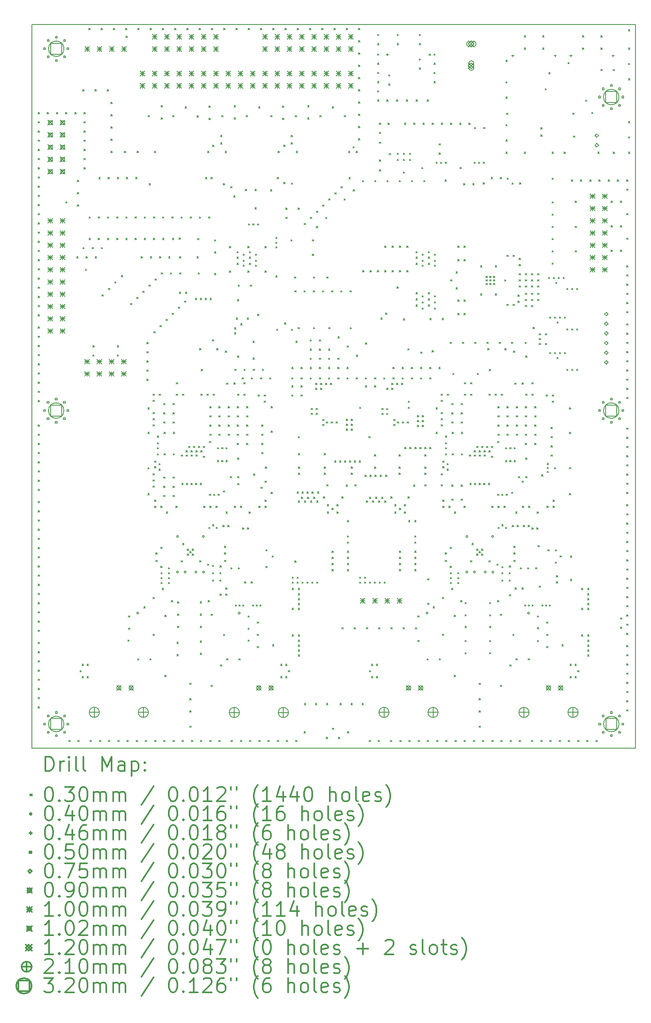
<source format=gbr>
%FSLAX45Y45*%
G04 Gerber Fmt 4.5, Leading zero omitted, Abs format (unit mm)*
G04 Created by KiCad (PCBNEW 5.0.2-bee76a0~70~ubuntu16.04.1) date ven. 08 mars 2019 17:42:05 CET*
%MOMM*%
%LPD*%
G01*
G04 APERTURE LIST*
%ADD10C,0.150000*%
%ADD11C,0.200000*%
%ADD12C,0.300000*%
G04 APERTURE END LIST*
D10*
X16400000Y-20600000D02*
X16400000Y-5600000D01*
X3900000Y-5600000D02*
X16400000Y-5600000D01*
X3900000Y-20600000D02*
X3900000Y-5600000D01*
X16400000Y-20600000D02*
X3900000Y-20600000D01*
D11*
X4023300Y-7418500D02*
X4053300Y-7448500D01*
X4053300Y-7418500D02*
X4023300Y-7448500D01*
X4023300Y-7609000D02*
X4053300Y-7639000D01*
X4053300Y-7609000D02*
X4023300Y-7639000D01*
X4023300Y-7799500D02*
X4053300Y-7829500D01*
X4053300Y-7799500D02*
X4023300Y-7829500D01*
X4023300Y-7990000D02*
X4053300Y-8020000D01*
X4053300Y-7990000D02*
X4023300Y-8020000D01*
X4023300Y-8180500D02*
X4053300Y-8210500D01*
X4053300Y-8180500D02*
X4023300Y-8210500D01*
X4023300Y-8371000D02*
X4053300Y-8401000D01*
X4053300Y-8371000D02*
X4023300Y-8401000D01*
X4023300Y-8561500D02*
X4053300Y-8591500D01*
X4053300Y-8561500D02*
X4023300Y-8591500D01*
X4023300Y-8752000D02*
X4053300Y-8782000D01*
X4053300Y-8752000D02*
X4023300Y-8782000D01*
X4023300Y-8942500D02*
X4053300Y-8972500D01*
X4053300Y-8942500D02*
X4023300Y-8972500D01*
X4023300Y-9133000D02*
X4053300Y-9163000D01*
X4053300Y-9133000D02*
X4023300Y-9163000D01*
X4023300Y-9323500D02*
X4053300Y-9353500D01*
X4053300Y-9323500D02*
X4023300Y-9353500D01*
X4023300Y-9514000D02*
X4053300Y-9544000D01*
X4053300Y-9514000D02*
X4023300Y-9544000D01*
X4023300Y-9704500D02*
X4053300Y-9734500D01*
X4053300Y-9704500D02*
X4023300Y-9734500D01*
X4023300Y-9895000D02*
X4053300Y-9925000D01*
X4053300Y-9895000D02*
X4023300Y-9925000D01*
X4023300Y-10085500D02*
X4053300Y-10115500D01*
X4053300Y-10085500D02*
X4023300Y-10115500D01*
X4023300Y-10276000D02*
X4053300Y-10306000D01*
X4053300Y-10276000D02*
X4023300Y-10306000D01*
X4023300Y-10466500D02*
X4053300Y-10496500D01*
X4053300Y-10466500D02*
X4023300Y-10496500D01*
X4023300Y-10657000D02*
X4053300Y-10687000D01*
X4053300Y-10657000D02*
X4023300Y-10687000D01*
X4023300Y-10847500D02*
X4053300Y-10877500D01*
X4053300Y-10847500D02*
X4023300Y-10877500D01*
X4023300Y-11038000D02*
X4053300Y-11068000D01*
X4053300Y-11038000D02*
X4023300Y-11068000D01*
X4023300Y-11228500D02*
X4053300Y-11258500D01*
X4053300Y-11228500D02*
X4023300Y-11258500D01*
X4023300Y-11419000D02*
X4053300Y-11449000D01*
X4053300Y-11419000D02*
X4023300Y-11449000D01*
X4023300Y-11609500D02*
X4053300Y-11639500D01*
X4053300Y-11609500D02*
X4023300Y-11639500D01*
X4023300Y-11863500D02*
X4053300Y-11893500D01*
X4053300Y-11863500D02*
X4023300Y-11893500D01*
X4023300Y-12054000D02*
X4053300Y-12084000D01*
X4053300Y-12054000D02*
X4023300Y-12084000D01*
X4023300Y-12244500D02*
X4053300Y-12274500D01*
X4053300Y-12244500D02*
X4023300Y-12274500D01*
X4023300Y-12435000D02*
X4053300Y-12465000D01*
X4053300Y-12435000D02*
X4023300Y-12465000D01*
X4023300Y-12625500D02*
X4053300Y-12655500D01*
X4053300Y-12625500D02*
X4023300Y-12655500D01*
X4023300Y-12816000D02*
X4053300Y-12846000D01*
X4053300Y-12816000D02*
X4023300Y-12846000D01*
X4023300Y-13006500D02*
X4053300Y-13036500D01*
X4053300Y-13006500D02*
X4023300Y-13036500D01*
X4023300Y-13197000D02*
X4053300Y-13227000D01*
X4053300Y-13197000D02*
X4023300Y-13227000D01*
X4023300Y-13387500D02*
X4053300Y-13417500D01*
X4053300Y-13387500D02*
X4023300Y-13417500D01*
X4023300Y-13895500D02*
X4053300Y-13925500D01*
X4053300Y-13895500D02*
X4023300Y-13925500D01*
X4023300Y-14086000D02*
X4053300Y-14116000D01*
X4053300Y-14086000D02*
X4023300Y-14116000D01*
X4023300Y-14276500D02*
X4053300Y-14306500D01*
X4053300Y-14276500D02*
X4023300Y-14306500D01*
X4023300Y-14467000D02*
X4053300Y-14497000D01*
X4053300Y-14467000D02*
X4023300Y-14497000D01*
X4023300Y-14657500D02*
X4053300Y-14687500D01*
X4053300Y-14657500D02*
X4023300Y-14687500D01*
X4023300Y-14848000D02*
X4053300Y-14878000D01*
X4053300Y-14848000D02*
X4023300Y-14878000D01*
X4023300Y-15038500D02*
X4053300Y-15068500D01*
X4053300Y-15038500D02*
X4023300Y-15068500D01*
X4023300Y-15229000D02*
X4053300Y-15259000D01*
X4053300Y-15229000D02*
X4023300Y-15259000D01*
X4023300Y-15483000D02*
X4053300Y-15513000D01*
X4053300Y-15483000D02*
X4023300Y-15513000D01*
X4023300Y-15673500D02*
X4053300Y-15703500D01*
X4053300Y-15673500D02*
X4023300Y-15703500D01*
X4023300Y-15864000D02*
X4053300Y-15894000D01*
X4053300Y-15864000D02*
X4023300Y-15894000D01*
X4023300Y-16054500D02*
X4053300Y-16084500D01*
X4053300Y-16054500D02*
X4023300Y-16084500D01*
X4023300Y-16245000D02*
X4053300Y-16275000D01*
X4053300Y-16245000D02*
X4023300Y-16275000D01*
X4023300Y-16435500D02*
X4053300Y-16465500D01*
X4053300Y-16435500D02*
X4023300Y-16465500D01*
X4023300Y-16626000D02*
X4053300Y-16656000D01*
X4053300Y-16626000D02*
X4023300Y-16656000D01*
X4023300Y-16816500D02*
X4053300Y-16846500D01*
X4053300Y-16816500D02*
X4023300Y-16846500D01*
X4023300Y-17007000D02*
X4053300Y-17037000D01*
X4053300Y-17007000D02*
X4023300Y-17037000D01*
X4023300Y-17197500D02*
X4053300Y-17227500D01*
X4053300Y-17197500D02*
X4023300Y-17227500D01*
X4023300Y-17388000D02*
X4053300Y-17418000D01*
X4053300Y-17388000D02*
X4023300Y-17418000D01*
X4023300Y-17578500D02*
X4053300Y-17608500D01*
X4053300Y-17578500D02*
X4023300Y-17608500D01*
X4023300Y-17769000D02*
X4053300Y-17799000D01*
X4053300Y-17769000D02*
X4023300Y-17799000D01*
X4023300Y-17959500D02*
X4053300Y-17989500D01*
X4053300Y-17959500D02*
X4023300Y-17989500D01*
X4023300Y-18150000D02*
X4053300Y-18180000D01*
X4053300Y-18150000D02*
X4023300Y-18180000D01*
X4023300Y-18404000D02*
X4053300Y-18434000D01*
X4053300Y-18404000D02*
X4023300Y-18434000D01*
X4023300Y-18594500D02*
X4053300Y-18624500D01*
X4053300Y-18594500D02*
X4023300Y-18624500D01*
X4023300Y-18785000D02*
X4053300Y-18815000D01*
X4053300Y-18785000D02*
X4023300Y-18815000D01*
X4023300Y-18975500D02*
X4053300Y-19005500D01*
X4053300Y-18975500D02*
X4023300Y-19005500D01*
X4023300Y-19166000D02*
X4053300Y-19196000D01*
X4053300Y-19166000D02*
X4023300Y-19196000D01*
X4023300Y-19356500D02*
X4053300Y-19386500D01*
X4053300Y-19356500D02*
X4023300Y-19386500D01*
X4023300Y-19547000D02*
X4053300Y-19577000D01*
X4053300Y-19547000D02*
X4023300Y-19577000D01*
X4023300Y-19737500D02*
X4053300Y-19767500D01*
X4053300Y-19737500D02*
X4023300Y-19767500D01*
X4213800Y-7418500D02*
X4243800Y-7448500D01*
X4243800Y-7418500D02*
X4213800Y-7448500D01*
X4404300Y-7418500D02*
X4434300Y-7448500D01*
X4434300Y-7418500D02*
X4404300Y-7448500D01*
X4594800Y-7418500D02*
X4624800Y-7448500D01*
X4624800Y-7418500D02*
X4594800Y-7448500D01*
X4597700Y-9268000D02*
X4627700Y-9298000D01*
X4627700Y-9268000D02*
X4597700Y-9298000D01*
X4658300Y-20436000D02*
X4688300Y-20466000D01*
X4688300Y-20436000D02*
X4658300Y-20466000D01*
X4785300Y-7418500D02*
X4815300Y-7448500D01*
X4815300Y-7418500D02*
X4785300Y-7448500D01*
X4825900Y-10406300D02*
X4855900Y-10436300D01*
X4855900Y-10406300D02*
X4825900Y-10436300D01*
X4837500Y-8823500D02*
X4867500Y-8853500D01*
X4867500Y-8823500D02*
X4837500Y-8853500D01*
X4837500Y-9077500D02*
X4867500Y-9107500D01*
X4867500Y-9077500D02*
X4837500Y-9107500D01*
X4837500Y-9331500D02*
X4867500Y-9361500D01*
X4867500Y-9331500D02*
X4837500Y-9361500D01*
X4848800Y-20436000D02*
X4878800Y-20466000D01*
X4878800Y-20436000D02*
X4848800Y-20466000D01*
X4893764Y-18990400D02*
X4923764Y-19020400D01*
X4923764Y-18990400D02*
X4893764Y-19020400D01*
X4935848Y-18857980D02*
X4965848Y-18887980D01*
X4965848Y-18857980D02*
X4935848Y-18887980D01*
X4935848Y-19111980D02*
X4965848Y-19141980D01*
X4965848Y-19111980D02*
X4935848Y-19141980D01*
X4948200Y-6942400D02*
X4978200Y-6972400D01*
X4978200Y-6942400D02*
X4948200Y-6972400D01*
X4952900Y-10215800D02*
X4982900Y-10245800D01*
X4982900Y-10215800D02*
X4952900Y-10245800D01*
X4975800Y-7418500D02*
X5005800Y-7448500D01*
X5005800Y-7418500D02*
X4975800Y-7448500D01*
X4975800Y-7609000D02*
X5005800Y-7639000D01*
X5005800Y-7609000D02*
X4975800Y-7639000D01*
X4975800Y-7799500D02*
X5005800Y-7829500D01*
X5005800Y-7799500D02*
X4975800Y-7829500D01*
X4975800Y-7990000D02*
X5005800Y-8020000D01*
X5005800Y-7990000D02*
X4975800Y-8020000D01*
X4975800Y-8371000D02*
X5005800Y-8401000D01*
X5005800Y-8371000D02*
X4975800Y-8401000D01*
X4975800Y-8561500D02*
X5005800Y-8591500D01*
X5005800Y-8561500D02*
X4975800Y-8591500D01*
X4975800Y-8180500D02*
X5005800Y-8210500D01*
X5005800Y-8180500D02*
X4975800Y-8210500D01*
X5002600Y-10665000D02*
X5032600Y-10695000D01*
X5032600Y-10665000D02*
X5002600Y-10695000D01*
X5016400Y-10406300D02*
X5046400Y-10436300D01*
X5046400Y-10406300D02*
X5016400Y-10436300D01*
X5037448Y-18857980D02*
X5067448Y-18887980D01*
X5067448Y-18857980D02*
X5037448Y-18887980D01*
X5037448Y-19111980D02*
X5067448Y-19141980D01*
X5067448Y-19111980D02*
X5037448Y-19141980D01*
X5075200Y-5672400D02*
X5105200Y-5702400D01*
X5105200Y-5672400D02*
X5075200Y-5702400D01*
X5079900Y-9580800D02*
X5109900Y-9610800D01*
X5109900Y-9580800D02*
X5079900Y-9610800D01*
X5079900Y-10025300D02*
X5109900Y-10055300D01*
X5109900Y-10025300D02*
X5079900Y-10055300D01*
X5102800Y-20436000D02*
X5132800Y-20466000D01*
X5132800Y-20436000D02*
X5102800Y-20466000D01*
X5143400Y-10215800D02*
X5173400Y-10245800D01*
X5173400Y-10215800D02*
X5143400Y-10245800D01*
X5155000Y-12443000D02*
X5185000Y-12473000D01*
X5185000Y-12443000D02*
X5155000Y-12473000D01*
X5157995Y-12252500D02*
X5187995Y-12282500D01*
X5187995Y-12252500D02*
X5157995Y-12282500D01*
X5202200Y-6942400D02*
X5232200Y-6972400D01*
X5232200Y-6942400D02*
X5202200Y-6972400D01*
X5206900Y-10406300D02*
X5236900Y-10436300D01*
X5236900Y-10406300D02*
X5206900Y-10436300D01*
X5270400Y-9580800D02*
X5300400Y-9610800D01*
X5300400Y-9580800D02*
X5270400Y-9610800D01*
X5270400Y-10025300D02*
X5300400Y-10055300D01*
X5300400Y-10025300D02*
X5270400Y-10055300D01*
X5283500Y-8765100D02*
X5313500Y-8795100D01*
X5313500Y-8765100D02*
X5283500Y-8795100D01*
X5293300Y-20436000D02*
X5323300Y-20466000D01*
X5323300Y-20436000D02*
X5293300Y-20466000D01*
X5329200Y-5672400D02*
X5359200Y-5702400D01*
X5359200Y-5672400D02*
X5329200Y-5702400D01*
X5333900Y-10215800D02*
X5363900Y-10245800D01*
X5363900Y-10215800D02*
X5333900Y-10245800D01*
X5344893Y-11199032D02*
X5374893Y-11229032D01*
X5374893Y-11199032D02*
X5344893Y-11229032D01*
X5456200Y-6942400D02*
X5486200Y-6972400D01*
X5486200Y-6942400D02*
X5456200Y-6972400D01*
X5460900Y-9580800D02*
X5490900Y-9610800D01*
X5490900Y-9580800D02*
X5460900Y-9610800D01*
X5460900Y-10025300D02*
X5490900Y-10055300D01*
X5490900Y-10025300D02*
X5460900Y-10055300D01*
X5474000Y-8765100D02*
X5504000Y-8795100D01*
X5504000Y-8765100D02*
X5474000Y-8795100D01*
X5479597Y-11064328D02*
X5509597Y-11094328D01*
X5509597Y-11064328D02*
X5479597Y-11094328D01*
X5483800Y-20436000D02*
X5513800Y-20466000D01*
X5513800Y-20436000D02*
X5483800Y-20466000D01*
X5532400Y-7209100D02*
X5562400Y-7239100D01*
X5562400Y-7209100D02*
X5532400Y-7239100D01*
X5532400Y-7717100D02*
X5562400Y-7747100D01*
X5562400Y-7717100D02*
X5532400Y-7747100D01*
X5532400Y-7971100D02*
X5562400Y-8001100D01*
X5562400Y-7971100D02*
X5532400Y-8001100D01*
X5532400Y-8225100D02*
X5562400Y-8255100D01*
X5562400Y-8225100D02*
X5532400Y-8255100D01*
X5532400Y-7463100D02*
X5562400Y-7493100D01*
X5562400Y-7463100D02*
X5532400Y-7493100D01*
X5583200Y-5672400D02*
X5613200Y-5702400D01*
X5613200Y-5672400D02*
X5583200Y-5702400D01*
X5614301Y-10929624D02*
X5644301Y-10959624D01*
X5644301Y-10929624D02*
X5614301Y-10959624D01*
X5651400Y-9580800D02*
X5681400Y-9610800D01*
X5681400Y-9580800D02*
X5651400Y-9610800D01*
X5651400Y-10025300D02*
X5681400Y-10055300D01*
X5681400Y-10025300D02*
X5651400Y-10055300D01*
X5663000Y-12252500D02*
X5693000Y-12282500D01*
X5693000Y-12252500D02*
X5663000Y-12282500D01*
X5663000Y-12443000D02*
X5693000Y-12473000D01*
X5693000Y-12443000D02*
X5663000Y-12473000D01*
X5664500Y-8765100D02*
X5694500Y-8795100D01*
X5694500Y-8765100D02*
X5664500Y-8795100D01*
X5674300Y-20436000D02*
X5704300Y-20466000D01*
X5704300Y-20436000D02*
X5674300Y-20466000D01*
X5749005Y-10794921D02*
X5779005Y-10824921D01*
X5779005Y-10794921D02*
X5749005Y-10824921D01*
X5811800Y-8225100D02*
X5841800Y-8255100D01*
X5841800Y-8225100D02*
X5811800Y-8255100D01*
X5837200Y-5672400D02*
X5867200Y-5702400D01*
X5867200Y-5672400D02*
X5837200Y-5702400D01*
X5841900Y-9580800D02*
X5871900Y-9610800D01*
X5871900Y-9580800D02*
X5841900Y-9610800D01*
X5841900Y-10025300D02*
X5871900Y-10055300D01*
X5871900Y-10025300D02*
X5841900Y-10055300D01*
X5844000Y-5837000D02*
X5874000Y-5867000D01*
X5874000Y-5837000D02*
X5844000Y-5867000D01*
X5855000Y-8765100D02*
X5885000Y-8795100D01*
X5885000Y-8765100D02*
X5855000Y-8795100D01*
X5864800Y-20436000D02*
X5894800Y-20466000D01*
X5894800Y-20436000D02*
X5864800Y-20466000D01*
X5883400Y-18355400D02*
X5913400Y-18385400D01*
X5913400Y-18355400D02*
X5883400Y-18385400D01*
X5897900Y-17854500D02*
X5927900Y-17884500D01*
X5927900Y-17854500D02*
X5897900Y-17884500D01*
X5897900Y-18108500D02*
X5927900Y-18138500D01*
X5927900Y-18108500D02*
X5897900Y-18138500D01*
X5937300Y-11376200D02*
X5967300Y-11406200D01*
X5967300Y-11376200D02*
X5937300Y-11406200D01*
X6032400Y-9580800D02*
X6062400Y-9610800D01*
X6062400Y-9580800D02*
X6032400Y-9610800D01*
X6032400Y-10025300D02*
X6062400Y-10055300D01*
X6062400Y-10025300D02*
X6032400Y-10055300D01*
X6045500Y-8765100D02*
X6075500Y-8795100D01*
X6075500Y-8765100D02*
X6045500Y-8795100D01*
X6055300Y-20436000D02*
X6085300Y-20466000D01*
X6085300Y-20436000D02*
X6055300Y-20466000D01*
X6064300Y-11249200D02*
X6094300Y-11279200D01*
X6094300Y-11249200D02*
X6064300Y-11279200D01*
X6073000Y-8225100D02*
X6103000Y-8255100D01*
X6103000Y-8225100D02*
X6073000Y-8255100D01*
X6088400Y-18743500D02*
X6118400Y-18773500D01*
X6118400Y-18743500D02*
X6088400Y-18773500D01*
X6091200Y-5672400D02*
X6121200Y-5702400D01*
X6121200Y-5672400D02*
X6091200Y-5702400D01*
X6159400Y-10406300D02*
X6189400Y-10436300D01*
X6189400Y-10406300D02*
X6159400Y-10436300D01*
X6191300Y-11122200D02*
X6221300Y-11152200D01*
X6221300Y-11122200D02*
X6191300Y-11152200D01*
X6215400Y-17664000D02*
X6245400Y-17694000D01*
X6245400Y-17664000D02*
X6215400Y-17694000D01*
X6222900Y-9580800D02*
X6252900Y-9610800D01*
X6252900Y-9580800D02*
X6222900Y-9610800D01*
X6222900Y-10025300D02*
X6252900Y-10055300D01*
X6252900Y-10025300D02*
X6222900Y-10055300D01*
X6245800Y-20436000D02*
X6275800Y-20466000D01*
X6275800Y-20436000D02*
X6245800Y-20466000D01*
X6277564Y-12185964D02*
X6307564Y-12215964D01*
X6307564Y-12185964D02*
X6277564Y-12215964D01*
X6277564Y-12757464D02*
X6307564Y-12787464D01*
X6307564Y-12757464D02*
X6277564Y-12787464D01*
X6277564Y-12376464D02*
X6307564Y-12406464D01*
X6307564Y-12376464D02*
X6277564Y-12406464D01*
X6277564Y-12566964D02*
X6307564Y-12596964D01*
X6307564Y-12566964D02*
X6277564Y-12596964D01*
X6277564Y-12947964D02*
X6307564Y-12977964D01*
X6307564Y-12947964D02*
X6277564Y-12977964D01*
X6299300Y-13541500D02*
X6329300Y-13571500D01*
X6329300Y-13541500D02*
X6299300Y-13571500D01*
X6299300Y-14049500D02*
X6329300Y-14079500D01*
X6329300Y-14049500D02*
X6299300Y-14079500D01*
X6299300Y-14781017D02*
X6329300Y-14811017D01*
X6329300Y-14781017D02*
X6299300Y-14811017D01*
X6299300Y-15319500D02*
X6329300Y-15349500D01*
X6329300Y-15319500D02*
X6299300Y-15349500D01*
X6301200Y-7482700D02*
X6331200Y-7512700D01*
X6331200Y-7482700D02*
X6301200Y-7512700D01*
X6318300Y-10995200D02*
X6348300Y-11025200D01*
X6348300Y-10995200D02*
X6318300Y-11025200D01*
X6324900Y-8892100D02*
X6354900Y-8922100D01*
X6354900Y-8892100D02*
X6324900Y-8922100D01*
X6342400Y-18743500D02*
X6372400Y-18773500D01*
X6372400Y-18743500D02*
X6342400Y-18773500D01*
X6345200Y-5672400D02*
X6375200Y-5702400D01*
X6375200Y-5672400D02*
X6345200Y-5702400D01*
X6349900Y-10406300D02*
X6379900Y-10436300D01*
X6379900Y-10406300D02*
X6349900Y-10436300D01*
X6405064Y-13257017D02*
X6435064Y-13287017D01*
X6435064Y-13257017D02*
X6405064Y-13287017D01*
X6405064Y-13384017D02*
X6435064Y-13414017D01*
X6435064Y-13384017D02*
X6405064Y-13414017D01*
X6405064Y-13638017D02*
X6435064Y-13668017D01*
X6435064Y-13638017D02*
X6405064Y-13668017D01*
X6405064Y-13765017D02*
X6435064Y-13795017D01*
X6435064Y-13765017D02*
X6405064Y-13795017D01*
X6405064Y-13892017D02*
X6435064Y-13922017D01*
X6435064Y-13892017D02*
X6405064Y-13922017D01*
X6405064Y-14908017D02*
X6435064Y-14938017D01*
X6435064Y-14908017D02*
X6405064Y-14938017D01*
X6405064Y-15035017D02*
X6435064Y-15065017D01*
X6435064Y-15035017D02*
X6405064Y-15065017D01*
X6405064Y-15162017D02*
X6435064Y-15192017D01*
X6435064Y-15162017D02*
X6405064Y-15192017D01*
X6405900Y-17473500D02*
X6435900Y-17503500D01*
X6435900Y-17473500D02*
X6405900Y-17503500D01*
X6405900Y-18235500D02*
X6435900Y-18265500D01*
X6435900Y-18235500D02*
X6405900Y-18265500D01*
X6413400Y-9580800D02*
X6443400Y-9610800D01*
X6443400Y-9580800D02*
X6413400Y-9610800D01*
X6413400Y-10025300D02*
X6443400Y-10055300D01*
X6443400Y-10025300D02*
X6413400Y-10055300D01*
X6419900Y-11960400D02*
X6449900Y-11990400D01*
X6449900Y-11960400D02*
X6419900Y-11990400D01*
X6432750Y-8225100D02*
X6462750Y-8255100D01*
X6462750Y-8225100D02*
X6432750Y-8255100D01*
X6436300Y-15453500D02*
X6466300Y-15483500D01*
X6466300Y-15453500D02*
X6436300Y-15483500D01*
X6436300Y-15580500D02*
X6466300Y-15610500D01*
X6466300Y-15580500D02*
X6436300Y-15610500D01*
X6436300Y-20436000D02*
X6466300Y-20466000D01*
X6466300Y-20436000D02*
X6436300Y-20466000D01*
X6437650Y-14643950D02*
X6467650Y-14673950D01*
X6467650Y-14643950D02*
X6437650Y-14673950D01*
X6437650Y-14758250D02*
X6467650Y-14788250D01*
X6467650Y-14758250D02*
X6437650Y-14788250D01*
X6445300Y-10868200D02*
X6475300Y-10898200D01*
X6475300Y-10868200D02*
X6445300Y-10898200D01*
X6461864Y-16546000D02*
X6491864Y-16576000D01*
X6491864Y-16546000D02*
X6461864Y-16576000D01*
X6461864Y-16704400D02*
X6491864Y-16734400D01*
X6491864Y-16704400D02*
X6461864Y-16734400D01*
X6494800Y-14364550D02*
X6524800Y-14394550D01*
X6524800Y-14364550D02*
X6494800Y-14394550D01*
X6494800Y-14123250D02*
X6524800Y-14153250D01*
X6524800Y-14123250D02*
X6494800Y-14153250D01*
X6494800Y-14262950D02*
X6524800Y-14292950D01*
X6524800Y-14262950D02*
X6494800Y-14292950D01*
X6494800Y-14262950D02*
X6524800Y-14292950D01*
X6524800Y-14262950D02*
X6494800Y-14292950D01*
X6494800Y-14491550D02*
X6524800Y-14521550D01*
X6524800Y-14491550D02*
X6494800Y-14521550D01*
X6494800Y-14364550D02*
X6524800Y-14394550D01*
X6524800Y-14364550D02*
X6494800Y-14394550D01*
X6526550Y-14694750D02*
X6556550Y-14724750D01*
X6556550Y-14694750D02*
X6526550Y-14724750D01*
X6526550Y-14809050D02*
X6556550Y-14839050D01*
X6556550Y-14809050D02*
X6526550Y-14839050D01*
X6532064Y-13257017D02*
X6562064Y-13287017D01*
X6562064Y-13257017D02*
X6532064Y-13287017D01*
X6540400Y-10406300D02*
X6570400Y-10436300D01*
X6570400Y-10406300D02*
X6540400Y-10436300D01*
X6546900Y-11833400D02*
X6576900Y-11863400D01*
X6576900Y-11833400D02*
X6546900Y-11863400D01*
X6563300Y-15580500D02*
X6593300Y-15610500D01*
X6593300Y-15580500D02*
X6563300Y-15610500D01*
X6563464Y-16432000D02*
X6593464Y-16462000D01*
X6593464Y-16432000D02*
X6563464Y-16462000D01*
X6563464Y-16825400D02*
X6593464Y-16855400D01*
X6593464Y-16825400D02*
X6563464Y-16855400D01*
X6568564Y-16958400D02*
X6598564Y-16988400D01*
X6598564Y-16958400D02*
X6568564Y-16988400D01*
X6568564Y-17060000D02*
X6598564Y-17090000D01*
X6598564Y-17060000D02*
X6568564Y-17090000D01*
X6568564Y-17161600D02*
X6598564Y-17191600D01*
X6598564Y-17161600D02*
X6568564Y-17191600D01*
X6572300Y-10741200D02*
X6602300Y-10771200D01*
X6602300Y-10741200D02*
X6572300Y-10771200D01*
X6573800Y-7272600D02*
X6603800Y-7302600D01*
X6603800Y-7272600D02*
X6573800Y-7302600D01*
X6573800Y-7526600D02*
X6603800Y-7556600D01*
X6603800Y-7526600D02*
X6573800Y-7556600D01*
X6596400Y-17283000D02*
X6626400Y-17313000D01*
X6626400Y-17283000D02*
X6596400Y-17313000D01*
X6599200Y-5672400D02*
X6629200Y-5702400D01*
X6629200Y-5672400D02*
X6599200Y-5702400D01*
X6603900Y-9580800D02*
X6633900Y-9610800D01*
X6633900Y-9580800D02*
X6603900Y-9610800D01*
X6603900Y-10025300D02*
X6633900Y-10055300D01*
X6633900Y-10025300D02*
X6603900Y-10055300D01*
X6626800Y-13451000D02*
X6656800Y-13481000D01*
X6656800Y-13451000D02*
X6626800Y-13481000D01*
X6626800Y-13641500D02*
X6656800Y-13671500D01*
X6656800Y-13641500D02*
X6626800Y-13671500D01*
X6626800Y-13832000D02*
X6656800Y-13862000D01*
X6656800Y-13832000D02*
X6626800Y-13862000D01*
X6626800Y-14975000D02*
X6656800Y-15005000D01*
X6656800Y-14975000D02*
X6626800Y-15005000D01*
X6626800Y-15165500D02*
X6656800Y-15195500D01*
X6656800Y-15165500D02*
X6626800Y-15195500D01*
X6626800Y-15356000D02*
X6656800Y-15386000D01*
X6656800Y-15356000D02*
X6626800Y-15386000D01*
X6626800Y-20436000D02*
X6656800Y-20466000D01*
X6656800Y-20436000D02*
X6626800Y-20466000D01*
X6634500Y-14047050D02*
X6664500Y-14077050D01*
X6664500Y-14047050D02*
X6634500Y-14077050D01*
X6634500Y-14491550D02*
X6664500Y-14521550D01*
X6664500Y-14491550D02*
X6634500Y-14521550D01*
X6649364Y-17841717D02*
X6679364Y-17871717D01*
X6679364Y-17841717D02*
X6649364Y-17871717D01*
X6649364Y-19086317D02*
X6679364Y-19116317D01*
X6679364Y-19086317D02*
X6649364Y-19116317D01*
X6673900Y-11706400D02*
X6703900Y-11736400D01*
X6703900Y-11706400D02*
X6673900Y-11736400D01*
X6680300Y-15700500D02*
X6710300Y-15730500D01*
X6710300Y-15700500D02*
X6680300Y-15730500D01*
X6720964Y-16856800D02*
X6750964Y-16886800D01*
X6750964Y-16856800D02*
X6720964Y-16886800D01*
X6720964Y-16958400D02*
X6750964Y-16988400D01*
X6750964Y-16958400D02*
X6720964Y-16988400D01*
X6720964Y-17060000D02*
X6750964Y-17090000D01*
X6750964Y-17060000D02*
X6720964Y-17090000D01*
X6720964Y-17161600D02*
X6750964Y-17191600D01*
X6750964Y-17161600D02*
X6720964Y-17191600D01*
X6730900Y-10406300D02*
X6760900Y-10436300D01*
X6760900Y-10406300D02*
X6730900Y-10436300D01*
X6762800Y-10741200D02*
X6792800Y-10771200D01*
X6792800Y-10741200D02*
X6762800Y-10771200D01*
X6786900Y-17537000D02*
X6816900Y-17567000D01*
X6816900Y-17537000D02*
X6786900Y-17567000D01*
X6794400Y-9580800D02*
X6824400Y-9610800D01*
X6824400Y-9580800D02*
X6794400Y-9610800D01*
X6800900Y-11579400D02*
X6830900Y-11609400D01*
X6830900Y-11579400D02*
X6800900Y-11609400D01*
X6807500Y-10025300D02*
X6837500Y-10055300D01*
X6837500Y-10025300D02*
X6807500Y-10055300D01*
X6809200Y-7482700D02*
X6839200Y-7512700D01*
X6839200Y-7482700D02*
X6809200Y-7512700D01*
X6817300Y-13451000D02*
X6847300Y-13481000D01*
X6847300Y-13451000D02*
X6817300Y-13481000D01*
X6817300Y-13641500D02*
X6847300Y-13671500D01*
X6847300Y-13641500D02*
X6817300Y-13671500D01*
X6817300Y-13832000D02*
X6847300Y-13862000D01*
X6847300Y-13832000D02*
X6817300Y-13862000D01*
X6817300Y-14975000D02*
X6847300Y-15005000D01*
X6847300Y-14975000D02*
X6817300Y-15005000D01*
X6817300Y-15165500D02*
X6847300Y-15195500D01*
X6847300Y-15165500D02*
X6817300Y-15195500D01*
X6817300Y-15356000D02*
X6847300Y-15386000D01*
X6847300Y-15356000D02*
X6817300Y-15386000D01*
X6817300Y-20436000D02*
X6847300Y-20466000D01*
X6847300Y-20436000D02*
X6817300Y-20466000D01*
X6825000Y-14047050D02*
X6855000Y-14077050D01*
X6855000Y-14047050D02*
X6825000Y-14077050D01*
X6825000Y-14491550D02*
X6855000Y-14521550D01*
X6855000Y-14491550D02*
X6825000Y-14521550D01*
X6853200Y-5672400D02*
X6883200Y-5702400D01*
X6883200Y-5672400D02*
X6853200Y-5702400D01*
X6880800Y-15580500D02*
X6910800Y-15610500D01*
X6910800Y-15580500D02*
X6880800Y-15610500D01*
X6885800Y-13018500D02*
X6915800Y-13048500D01*
X6915800Y-13018500D02*
X6885800Y-13048500D01*
X6885800Y-13257017D02*
X6915800Y-13287017D01*
X6915800Y-13257017D02*
X6885800Y-13287017D01*
X6901200Y-18400600D02*
X6931200Y-18430600D01*
X6931200Y-18400600D02*
X6901200Y-18430600D01*
X6901200Y-18654600D02*
X6931200Y-18684600D01*
X6931200Y-18654600D02*
X6901200Y-18684600D01*
X6913900Y-17562400D02*
X6943900Y-17592400D01*
X6943900Y-17562400D02*
X6913900Y-17592400D01*
X6913900Y-17816400D02*
X6943900Y-17846400D01*
X6943900Y-17816400D02*
X6913900Y-17846400D01*
X6913900Y-18070400D02*
X6943900Y-18100400D01*
X6943900Y-18070400D02*
X6913900Y-18100400D01*
X6927900Y-11452400D02*
X6957900Y-11482400D01*
X6957900Y-11452400D02*
X6927900Y-11482400D01*
X6944564Y-10018517D02*
X6974564Y-10048517D01*
X6974564Y-10018517D02*
X6944564Y-10048517D01*
X6951164Y-11145817D02*
X6981164Y-11175817D01*
X6981164Y-11145817D02*
X6951164Y-11175817D01*
X6953300Y-10405817D02*
X6983300Y-10435817D01*
X6983300Y-10405817D02*
X6953300Y-10435817D01*
X6953300Y-10741200D02*
X6983300Y-10771200D01*
X6983300Y-10741200D02*
X6953300Y-10771200D01*
X6984900Y-9580800D02*
X7014900Y-9610800D01*
X7014900Y-9580800D02*
X6984900Y-9610800D01*
X6987664Y-16711400D02*
X7017664Y-16741400D01*
X7017664Y-16711400D02*
X6987664Y-16741400D01*
X6990100Y-14516950D02*
X7020100Y-14546950D01*
X7020100Y-14516950D02*
X6990100Y-14546950D01*
X7000364Y-15108800D02*
X7030364Y-15138800D01*
X7030364Y-15108800D02*
X7000364Y-15138800D01*
X7007800Y-20436000D02*
X7037800Y-20466000D01*
X7037800Y-20436000D02*
X7007800Y-20466000D01*
X7012800Y-13257017D02*
X7042800Y-13287017D01*
X7042800Y-13257017D02*
X7012800Y-13287017D01*
X7016700Y-16350800D02*
X7046700Y-16380800D01*
X7046700Y-16350800D02*
X7016700Y-16380800D01*
X7054900Y-11325400D02*
X7084900Y-11355400D01*
X7084900Y-11325400D02*
X7054900Y-11355400D01*
X7071200Y-7300900D02*
X7101200Y-7330900D01*
X7101200Y-7300900D02*
X7071200Y-7330900D01*
X7078164Y-11145817D02*
X7108164Y-11175817D01*
X7108164Y-11145817D02*
X7078164Y-11175817D01*
X7091700Y-14428050D02*
X7121700Y-14458050D01*
X7121700Y-14428050D02*
X7091700Y-14458050D01*
X7091700Y-14516950D02*
X7121700Y-14546950D01*
X7121700Y-14516950D02*
X7091700Y-14546950D01*
X7095614Y-15108800D02*
X7125614Y-15138800D01*
X7125614Y-15108800D02*
X7095614Y-15138800D01*
X7107200Y-5672400D02*
X7137200Y-5702400D01*
X7137200Y-5672400D02*
X7107200Y-5702400D01*
X7142500Y-14339150D02*
X7172500Y-14369150D01*
X7172500Y-14339150D02*
X7142500Y-14369150D01*
X7167900Y-19251500D02*
X7197900Y-19281500D01*
X7197900Y-19251500D02*
X7167900Y-19281500D01*
X7167900Y-19569000D02*
X7197900Y-19599000D01*
X7197900Y-19569000D02*
X7167900Y-19599000D01*
X7167900Y-19823000D02*
X7197900Y-19853000D01*
X7197900Y-19823000D02*
X7167900Y-19853000D01*
X7167900Y-20140500D02*
X7197900Y-20170500D01*
X7197900Y-20140500D02*
X7167900Y-20170500D01*
X7175400Y-9580800D02*
X7205400Y-9610800D01*
X7205400Y-9580800D02*
X7175400Y-9610800D01*
X7190864Y-15108800D02*
X7220864Y-15138800D01*
X7220864Y-15108800D02*
X7190864Y-15138800D01*
X7193300Y-14428050D02*
X7223300Y-14458050D01*
X7223300Y-14428050D02*
X7193300Y-14458050D01*
X7193300Y-14516950D02*
X7223300Y-14546950D01*
X7223300Y-14516950D02*
X7193300Y-14546950D01*
X7198300Y-20436000D02*
X7228300Y-20466000D01*
X7228300Y-20436000D02*
X7198300Y-20466000D01*
X7244100Y-14339150D02*
X7274100Y-14369150D01*
X7274100Y-14339150D02*
X7244100Y-14369150D01*
X7281364Y-11272817D02*
X7311364Y-11302817D01*
X7311364Y-11272817D02*
X7281364Y-11302817D01*
X7286114Y-15108800D02*
X7316114Y-15138800D01*
X7316114Y-15108800D02*
X7286114Y-15138800D01*
X7294900Y-14428050D02*
X7324900Y-14458050D01*
X7324900Y-14428050D02*
X7294900Y-14458050D01*
X7294900Y-14516950D02*
X7324900Y-14546950D01*
X7324900Y-14516950D02*
X7294900Y-14546950D01*
X7314000Y-10405817D02*
X7344000Y-10435817D01*
X7344000Y-10405817D02*
X7314000Y-10435817D01*
X7317200Y-7488000D02*
X7347200Y-7518000D01*
X7347200Y-7488000D02*
X7317200Y-7518000D01*
X7325564Y-10030417D02*
X7355564Y-10060417D01*
X7355564Y-10030417D02*
X7325564Y-10060417D01*
X7339400Y-10741200D02*
X7369400Y-10771200D01*
X7369400Y-10741200D02*
X7339400Y-10771200D01*
X7345700Y-14339150D02*
X7375700Y-14369150D01*
X7375700Y-14339150D02*
X7345700Y-14369150D01*
X7361200Y-5672400D02*
X7391200Y-5702400D01*
X7391200Y-5672400D02*
X7361200Y-5702400D01*
X7365900Y-9580800D02*
X7395900Y-9610800D01*
X7395900Y-9580800D02*
X7365900Y-9610800D01*
X7368664Y-16711400D02*
X7398664Y-16741400D01*
X7398664Y-16711400D02*
X7368664Y-16741400D01*
X7369900Y-12314217D02*
X7399900Y-12344217D01*
X7399900Y-12314217D02*
X7369900Y-12344217D01*
X7381364Y-15108800D02*
X7411364Y-15138800D01*
X7411364Y-15108800D02*
X7381364Y-15138800D01*
X7382964Y-11272817D02*
X7412964Y-11302817D01*
X7412964Y-11272817D02*
X7382964Y-11302817D01*
X7383800Y-17562400D02*
X7413800Y-17592400D01*
X7413800Y-17562400D02*
X7383800Y-17592400D01*
X7383800Y-17816400D02*
X7413800Y-17846400D01*
X7413800Y-17816400D02*
X7383800Y-17846400D01*
X7383800Y-18070400D02*
X7413800Y-18100400D01*
X7413800Y-18070400D02*
X7383800Y-18100400D01*
X7383800Y-18375200D02*
X7413800Y-18405200D01*
X7413800Y-18375200D02*
X7383800Y-18405200D01*
X7383800Y-18629200D02*
X7413800Y-18659200D01*
X7413800Y-18629200D02*
X7383800Y-18659200D01*
X7388800Y-20436000D02*
X7418800Y-20466000D01*
X7418800Y-20436000D02*
X7388800Y-20466000D01*
X7393800Y-13257017D02*
X7423800Y-13287017D01*
X7423800Y-13257017D02*
X7393800Y-13287017D01*
X7396900Y-14428050D02*
X7426900Y-14458050D01*
X7426900Y-14428050D02*
X7396900Y-14458050D01*
X7403900Y-12746017D02*
X7433900Y-12776017D01*
X7433900Y-12746017D02*
X7403900Y-12776017D01*
X7447300Y-14542350D02*
X7477300Y-14572350D01*
X7477300Y-14542350D02*
X7447300Y-14572350D01*
X7447700Y-14339150D02*
X7477700Y-14369150D01*
X7477700Y-14339150D02*
X7447700Y-14369150D01*
X7452300Y-15580500D02*
X7482300Y-15610500D01*
X7482300Y-15580500D02*
X7452300Y-15610500D01*
X7484564Y-11272817D02*
X7514564Y-11302817D01*
X7514564Y-11272817D02*
X7484564Y-11302817D01*
X7493300Y-8765100D02*
X7523300Y-8795100D01*
X7523300Y-8765100D02*
X7493300Y-8795100D01*
X7520800Y-13257017D02*
X7550800Y-13287017D01*
X7550800Y-13257017D02*
X7520800Y-13287017D01*
X7533500Y-8225100D02*
X7563500Y-8255100D01*
X7563500Y-8225100D02*
X7533500Y-8255100D01*
X7533806Y-16780608D02*
X7563806Y-16810608D01*
X7563806Y-16780608D02*
X7533806Y-16810608D01*
X7548900Y-17537000D02*
X7578900Y-17567000D01*
X7578900Y-17537000D02*
X7548900Y-17567000D01*
X7556400Y-9580800D02*
X7586400Y-9610800D01*
X7586400Y-9580800D02*
X7556400Y-9610800D01*
X7561600Y-16018100D02*
X7591600Y-16048100D01*
X7591600Y-16018100D02*
X7561600Y-16048100D01*
X7564400Y-7285300D02*
X7594400Y-7315300D01*
X7594400Y-7285300D02*
X7564400Y-7315300D01*
X7564400Y-7539300D02*
X7594400Y-7569300D01*
X7594400Y-7539300D02*
X7564400Y-7569300D01*
X7574300Y-14237550D02*
X7604300Y-14267550D01*
X7604300Y-14237550D02*
X7574300Y-14267550D01*
X7574700Y-15329750D02*
X7604700Y-15359750D01*
X7604700Y-15329750D02*
X7574700Y-15359750D01*
X7579300Y-13514500D02*
X7609300Y-13544500D01*
X7609300Y-13514500D02*
X7579300Y-13544500D01*
X7579300Y-13705000D02*
X7609300Y-13735000D01*
X7609300Y-13705000D02*
X7579300Y-13735000D01*
X7579300Y-13895500D02*
X7609300Y-13925500D01*
X7609300Y-13895500D02*
X7579300Y-13925500D01*
X7579300Y-14086000D02*
X7609300Y-14116000D01*
X7609300Y-14086000D02*
X7579300Y-14116000D01*
X7579300Y-15580500D02*
X7609300Y-15610500D01*
X7609300Y-15580500D02*
X7579300Y-15610500D01*
X7579300Y-20436000D02*
X7609300Y-20466000D01*
X7609300Y-20436000D02*
X7579300Y-20466000D01*
X7586164Y-11272817D02*
X7616164Y-11302817D01*
X7616164Y-11272817D02*
X7586164Y-11302817D01*
X7605364Y-17822008D02*
X7635364Y-17852008D01*
X7635364Y-17822008D02*
X7605364Y-17852008D01*
X7605364Y-19295208D02*
X7635364Y-19325208D01*
X7635364Y-19295208D02*
X7605364Y-19325208D01*
X7607600Y-8765100D02*
X7637600Y-8795100D01*
X7637600Y-8765100D02*
X7607600Y-8795100D01*
X7615200Y-5672400D02*
X7645200Y-5702400D01*
X7645200Y-5672400D02*
X7615200Y-5702400D01*
X7633000Y-12130600D02*
X7663000Y-12160600D01*
X7663000Y-12130600D02*
X7633000Y-12160600D01*
X7635364Y-16806000D02*
X7665364Y-16836000D01*
X7665364Y-16806000D02*
X7635364Y-16836000D01*
X7635364Y-16958400D02*
X7665364Y-16988400D01*
X7665364Y-16958400D02*
X7635364Y-16988400D01*
X7635364Y-17110800D02*
X7665364Y-17140800D01*
X7665364Y-17110800D02*
X7635364Y-17140800D01*
X7637800Y-15960950D02*
X7667800Y-15990950D01*
X7667800Y-15960950D02*
X7637800Y-15990950D01*
X7640600Y-8098100D02*
X7670600Y-8128100D01*
X7670600Y-8098100D02*
X7640600Y-8128100D01*
X7647800Y-13257017D02*
X7677800Y-13287017D01*
X7677800Y-13257017D02*
X7647800Y-13287017D01*
X7663200Y-15329750D02*
X7693200Y-15359750D01*
X7693200Y-15329750D02*
X7663200Y-15359750D01*
X7680585Y-10305817D02*
X7710585Y-10335817D01*
X7710585Y-10305817D02*
X7680585Y-10335817D01*
X7680585Y-10755817D02*
X7710585Y-10785817D01*
X7710585Y-10755817D02*
X7680585Y-10785817D01*
X7680585Y-10055817D02*
X7710585Y-10085817D01*
X7710585Y-10055817D02*
X7680585Y-10085817D01*
X7706300Y-15580500D02*
X7736300Y-15610500D01*
X7736300Y-15580500D02*
X7706300Y-15610500D01*
X7714400Y-16018100D02*
X7744400Y-16048100D01*
X7744400Y-16018100D02*
X7714400Y-16048100D01*
X7725500Y-12314217D02*
X7755500Y-12344217D01*
X7755500Y-12314217D02*
X7725500Y-12344217D01*
X7739800Y-14364550D02*
X7769800Y-14394550D01*
X7769800Y-14364550D02*
X7739800Y-14394550D01*
X7739800Y-14631250D02*
X7769800Y-14661250D01*
X7769800Y-14631250D02*
X7739800Y-14661250D01*
X7752100Y-15329750D02*
X7782100Y-15359750D01*
X7782100Y-15329750D02*
X7752100Y-15359750D01*
X7769800Y-13514500D02*
X7799800Y-13544500D01*
X7799800Y-13514500D02*
X7769800Y-13544500D01*
X7769800Y-13705000D02*
X7799800Y-13735000D01*
X7799800Y-13705000D02*
X7769800Y-13735000D01*
X7769800Y-13895500D02*
X7799800Y-13925500D01*
X7799800Y-13895500D02*
X7769800Y-13925500D01*
X7769800Y-14086000D02*
X7799800Y-14116000D01*
X7799800Y-14086000D02*
X7769800Y-14116000D01*
X7769800Y-20436000D02*
X7799800Y-20466000D01*
X7799800Y-20436000D02*
X7769800Y-20466000D01*
X7787764Y-16958400D02*
X7817764Y-16988400D01*
X7817764Y-16958400D02*
X7787764Y-16988400D01*
X7787764Y-17110800D02*
X7817764Y-17140800D01*
X7817764Y-17110800D02*
X7787764Y-17140800D01*
X7792864Y-16818700D02*
X7822864Y-16848700D01*
X7822864Y-16818700D02*
X7792864Y-16848700D01*
X7792864Y-17402900D02*
X7822864Y-17432900D01*
X7822864Y-17402900D02*
X7792864Y-17432900D01*
X7802900Y-18870500D02*
X7832900Y-18900500D01*
X7832900Y-18870500D02*
X7802900Y-18900500D01*
X7805700Y-7894900D02*
X7835700Y-7924900D01*
X7835700Y-7894900D02*
X7805700Y-7924900D01*
X7805700Y-8047300D02*
X7835700Y-8077300D01*
X7835700Y-8047300D02*
X7805700Y-8077300D01*
X7825200Y-7482700D02*
X7855200Y-7512700D01*
X7855200Y-7482700D02*
X7825200Y-7512700D01*
X7828300Y-14364550D02*
X7858300Y-14394550D01*
X7858300Y-14364550D02*
X7828300Y-14394550D01*
X7828300Y-14631250D02*
X7858300Y-14661250D01*
X7858300Y-14631250D02*
X7828300Y-14661250D01*
X7854100Y-15980000D02*
X7884100Y-16010000D01*
X7884100Y-15980000D02*
X7854100Y-16010000D01*
X7861600Y-8892100D02*
X7891600Y-8922100D01*
X7891600Y-8892100D02*
X7861600Y-8922100D01*
X7862300Y-15264300D02*
X7892300Y-15294300D01*
X7892300Y-15264300D02*
X7862300Y-15294300D01*
X7866400Y-18235500D02*
X7896400Y-18265500D01*
X7896400Y-18235500D02*
X7866400Y-18265500D01*
X7869200Y-5672400D02*
X7899200Y-5702400D01*
X7899200Y-5672400D02*
X7869200Y-5702400D01*
X7888500Y-16412300D02*
X7918500Y-16442300D01*
X7918500Y-16412300D02*
X7888500Y-16442300D01*
X7888500Y-16546000D02*
X7918500Y-16576000D01*
X7918500Y-16546000D02*
X7888500Y-16576000D01*
X7888500Y-16704400D02*
X7918500Y-16734400D01*
X7918500Y-16704400D02*
X7888500Y-16734400D01*
X7899700Y-8225100D02*
X7929700Y-8255100D01*
X7929700Y-8225100D02*
X7899700Y-8255100D01*
X7903300Y-12365017D02*
X7933300Y-12395017D01*
X7933300Y-12365017D02*
X7903300Y-12395017D01*
X7913900Y-17275900D02*
X7943900Y-17305900D01*
X7943900Y-17275900D02*
X7913900Y-17305900D01*
X7913900Y-17402900D02*
X7943900Y-17432900D01*
X7943900Y-17402900D02*
X7913900Y-17432900D01*
X7916364Y-15700500D02*
X7946364Y-15730500D01*
X7946364Y-15700500D02*
X7916364Y-15730500D01*
X7917200Y-14364550D02*
X7947200Y-14394550D01*
X7947200Y-14364550D02*
X7917200Y-14394550D01*
X7917200Y-14631250D02*
X7947200Y-14661250D01*
X7947200Y-14631250D02*
X7917200Y-14661250D01*
X7929221Y-13027868D02*
X7959221Y-13057868D01*
X7959221Y-13027868D02*
X7929221Y-13057868D01*
X7929900Y-18743500D02*
X7959900Y-18773500D01*
X7959900Y-18743500D02*
X7929900Y-18773500D01*
X7955700Y-15980000D02*
X7985700Y-16010000D01*
X7985700Y-15980000D02*
X7955700Y-16010000D01*
X7960300Y-13514500D02*
X7990300Y-13544500D01*
X7990300Y-13514500D02*
X7960300Y-13544500D01*
X7960300Y-13705000D02*
X7990300Y-13735000D01*
X7990300Y-13705000D02*
X7960300Y-13735000D01*
X7960300Y-13895500D02*
X7990300Y-13925500D01*
X7990300Y-13895500D02*
X7960300Y-13925500D01*
X7960300Y-14086000D02*
X7990300Y-14116000D01*
X7990300Y-14086000D02*
X7960300Y-14116000D01*
X7986000Y-10195800D02*
X8016000Y-10225800D01*
X8016000Y-10195800D02*
X7986000Y-10225800D01*
X7986000Y-10703800D02*
X8016000Y-10733800D01*
X8016000Y-10703800D02*
X7986000Y-10733800D01*
X8006100Y-14965540D02*
X8036100Y-14995540D01*
X8036100Y-14965540D02*
X8006100Y-14995540D01*
X8006100Y-14965550D02*
X8036100Y-14995550D01*
X8036100Y-14965550D02*
X8006100Y-14995550D01*
X8014000Y-8955600D02*
X8044000Y-8985600D01*
X8044000Y-8955600D02*
X8014000Y-8985600D01*
X8016364Y-16856800D02*
X8046364Y-16886800D01*
X8046364Y-16856800D02*
X8016364Y-16886800D01*
X8023800Y-20436000D02*
X8053800Y-20466000D01*
X8053800Y-20436000D02*
X8023800Y-20466000D01*
X8077500Y-9146100D02*
X8107500Y-9176100D01*
X8107500Y-9146100D02*
X8077500Y-9176100D01*
X8081100Y-13025417D02*
X8111100Y-13055417D01*
X8111100Y-13025417D02*
X8081100Y-13055417D01*
X8085100Y-7272600D02*
X8115100Y-7302600D01*
X8115100Y-7272600D02*
X8085100Y-7302600D01*
X8085100Y-7526600D02*
X8115100Y-7556600D01*
X8115100Y-7526600D02*
X8085100Y-7556600D01*
X8087300Y-15580500D02*
X8117300Y-15610500D01*
X8117300Y-15580500D02*
X8087300Y-15610500D01*
X8094164Y-11882417D02*
X8124164Y-11912417D01*
X8124164Y-11882417D02*
X8094164Y-11912417D01*
X8094164Y-11984017D02*
X8124164Y-12014017D01*
X8124164Y-11984017D02*
X8094164Y-12014017D01*
X8097700Y-12739100D02*
X8127700Y-12769100D01*
X8127700Y-12739100D02*
X8097700Y-12769100D01*
X8110364Y-17625400D02*
X8140364Y-17655400D01*
X8140364Y-17625400D02*
X8110364Y-17655400D01*
X8123200Y-5672400D02*
X8153200Y-5702400D01*
X8153200Y-5672400D02*
X8123200Y-5702400D01*
X8126800Y-11679217D02*
X8156800Y-11709217D01*
X8156800Y-11679217D02*
X8126800Y-11709217D01*
X8143364Y-10417900D02*
X8173364Y-10447900D01*
X8173364Y-10417900D02*
X8143364Y-10447900D01*
X8143364Y-10544900D02*
X8173364Y-10574900D01*
X8173364Y-10544900D02*
X8143364Y-10574900D01*
X8143462Y-10303588D02*
X8173462Y-10333588D01*
X8173462Y-10303588D02*
X8143462Y-10333588D01*
X8150800Y-13514500D02*
X8180800Y-13544500D01*
X8180800Y-13514500D02*
X8150800Y-13544500D01*
X8150800Y-13705000D02*
X8180800Y-13735000D01*
X8180800Y-13705000D02*
X8150800Y-13735000D01*
X8150800Y-13895500D02*
X8180800Y-13925500D01*
X8180800Y-13895500D02*
X8150800Y-13925500D01*
X8150800Y-14086000D02*
X8180800Y-14116000D01*
X8180800Y-14086000D02*
X8150800Y-14116000D01*
X8150800Y-14276500D02*
X8180800Y-14306500D01*
X8180800Y-14276500D02*
X8150800Y-14306500D01*
X8152200Y-11298217D02*
X8182200Y-11328217D01*
X8182200Y-11298217D02*
X8152200Y-11328217D01*
X8155800Y-13257017D02*
X8185800Y-13287017D01*
X8185800Y-13257017D02*
X8155800Y-13287017D01*
X8157300Y-12466617D02*
X8187300Y-12496617D01*
X8187300Y-12466617D02*
X8157300Y-12496617D01*
X8158500Y-14580450D02*
X8188500Y-14610450D01*
X8188500Y-14580450D02*
X8158500Y-14610450D01*
X8158500Y-14965550D02*
X8188500Y-14995550D01*
X8188500Y-14965550D02*
X8158500Y-14995550D01*
X8158500Y-15111900D02*
X8188500Y-15141900D01*
X8188500Y-15111900D02*
X8158500Y-15141900D01*
X8168764Y-10996129D02*
X8198764Y-11026129D01*
X8198764Y-10996129D02*
X8168764Y-11026129D01*
X8168764Y-16855900D02*
X8198764Y-16885900D01*
X8198764Y-16855900D02*
X8168764Y-16885900D01*
X8183900Y-18743500D02*
X8213900Y-18773500D01*
X8213900Y-18743500D02*
X8183900Y-18773500D01*
X8186564Y-17625400D02*
X8216564Y-17655400D01*
X8216564Y-17625400D02*
X8186564Y-17655400D01*
X8214300Y-15580500D02*
X8244300Y-15610500D01*
X8244300Y-15580500D02*
X8214300Y-15610500D01*
X8214300Y-20436000D02*
X8244300Y-20466000D01*
X8244300Y-20436000D02*
X8214300Y-20466000D01*
X8221164Y-11796517D02*
X8251164Y-11826517D01*
X8251164Y-11796517D02*
X8221164Y-11826517D01*
X8250100Y-12916900D02*
X8280100Y-12946900D01*
X8280100Y-12916900D02*
X8250100Y-12946900D01*
X8260500Y-16030800D02*
X8290500Y-16060800D01*
X8290500Y-16030800D02*
X8260500Y-16060800D01*
X8262764Y-17625400D02*
X8292764Y-17655400D01*
X8292764Y-17625400D02*
X8262764Y-17655400D01*
X8270364Y-10354400D02*
X8300364Y-10384400D01*
X8300364Y-10354400D02*
X8270364Y-10384400D01*
X8270364Y-10481400D02*
X8300364Y-10511400D01*
X8300364Y-10481400D02*
X8270364Y-10511400D01*
X8270364Y-10582988D02*
X8300364Y-10612988D01*
X8300364Y-10582988D02*
X8270364Y-10612988D01*
X8282800Y-13018500D02*
X8312800Y-13048500D01*
X8312800Y-13018500D02*
X8282800Y-13048500D01*
X8282800Y-13257017D02*
X8312800Y-13287017D01*
X8312800Y-13257017D02*
X8282800Y-13287017D01*
X8288200Y-12739100D02*
X8318200Y-12769100D01*
X8318200Y-12739100D02*
X8288200Y-12769100D01*
X8298964Y-17148900D02*
X8328964Y-17178900D01*
X8328964Y-17148900D02*
X8298964Y-17178900D01*
X8318764Y-9009567D02*
X8348764Y-9039567D01*
X8348764Y-9009567D02*
X8318764Y-9039567D01*
X8333200Y-7482700D02*
X8363200Y-7512700D01*
X8363200Y-7482700D02*
X8333200Y-7512700D01*
X8341300Y-13514500D02*
X8371300Y-13544500D01*
X8371300Y-13514500D02*
X8341300Y-13544500D01*
X8341300Y-13705000D02*
X8371300Y-13735000D01*
X8371300Y-13705000D02*
X8341300Y-13735000D01*
X8341300Y-13895500D02*
X8371300Y-13925500D01*
X8371300Y-13895500D02*
X8341300Y-13925500D01*
X8341300Y-14086000D02*
X8371300Y-14116000D01*
X8371300Y-14086000D02*
X8341300Y-14116000D01*
X8341300Y-14276500D02*
X8371300Y-14306500D01*
X8371300Y-14276500D02*
X8341300Y-14306500D01*
X8355400Y-11679217D02*
X8385400Y-11709217D01*
X8385400Y-11679217D02*
X8355400Y-11709217D01*
X8362100Y-16030800D02*
X8392100Y-16060800D01*
X8392100Y-16030800D02*
X8362100Y-16060800D01*
X8367000Y-10195800D02*
X8397000Y-10225800D01*
X8397000Y-10195800D02*
X8367000Y-10225800D01*
X8367000Y-10703800D02*
X8397000Y-10733800D01*
X8397000Y-10703800D02*
X8367000Y-10733800D01*
X8372600Y-18355400D02*
X8402600Y-18385400D01*
X8402600Y-18355400D02*
X8372600Y-18385400D01*
X8374400Y-17854500D02*
X8404400Y-17884500D01*
X8404400Y-17854500D02*
X8374400Y-17884500D01*
X8374400Y-18108500D02*
X8404400Y-18138500D01*
X8404400Y-18108500D02*
X8374400Y-18138500D01*
X8377200Y-5672400D02*
X8407200Y-5702400D01*
X8407200Y-5672400D02*
X8377200Y-5702400D01*
X8380800Y-9725200D02*
X8410800Y-9755200D01*
X8410800Y-9725200D02*
X8380800Y-9755200D01*
X8394800Y-15700500D02*
X8424800Y-15730500D01*
X8424800Y-15700500D02*
X8394800Y-15730500D01*
X8397364Y-10417900D02*
X8427364Y-10447900D01*
X8427364Y-10417900D02*
X8397364Y-10447900D01*
X8397364Y-10544900D02*
X8427364Y-10574900D01*
X8427364Y-10544900D02*
X8397364Y-10574900D01*
X8397462Y-10303588D02*
X8427462Y-10333588D01*
X8427462Y-10303588D02*
X8397462Y-10333588D01*
X8404800Y-20436000D02*
X8434800Y-20466000D01*
X8434800Y-20436000D02*
X8404800Y-20466000D01*
X8418764Y-10996129D02*
X8448764Y-11026129D01*
X8448764Y-10996129D02*
X8418764Y-11026129D01*
X8438664Y-17148900D02*
X8468664Y-17178900D01*
X8468664Y-17148900D02*
X8438664Y-17178900D01*
X8440600Y-12916900D02*
X8470600Y-12946900D01*
X8470600Y-12916900D02*
X8440600Y-12946900D01*
X8465964Y-17625400D02*
X8495964Y-17655400D01*
X8495964Y-17625400D02*
X8465964Y-17655400D01*
X8468764Y-9726129D02*
X8498764Y-9756129D01*
X8498764Y-9726129D02*
X8468764Y-9756129D01*
X8474264Y-12161817D02*
X8504264Y-12191817D01*
X8504264Y-12161817D02*
X8474264Y-12191817D01*
X8474264Y-12506000D02*
X8504264Y-12536000D01*
X8504264Y-12506000D02*
X8474264Y-12536000D01*
X8478700Y-12739100D02*
X8508700Y-12769100D01*
X8508700Y-12739100D02*
X8478700Y-12769100D01*
X8488300Y-14911500D02*
X8518300Y-14941500D01*
X8518300Y-14911500D02*
X8488300Y-14941500D01*
X8518764Y-9009567D02*
X8548764Y-9039567D01*
X8548764Y-9009567D02*
X8518764Y-9039567D01*
X8518764Y-9390567D02*
X8548764Y-9420567D01*
X8548764Y-9390567D02*
X8518764Y-9420567D01*
X8524364Y-10354400D02*
X8554364Y-10384400D01*
X8554364Y-10354400D02*
X8524364Y-10384400D01*
X8524364Y-10481400D02*
X8554364Y-10511400D01*
X8554364Y-10481400D02*
X8524364Y-10511400D01*
X8524364Y-10582988D02*
X8554364Y-10612988D01*
X8554364Y-10582988D02*
X8524364Y-10612988D01*
X8542164Y-17625400D02*
X8572164Y-17655400D01*
X8572164Y-17625400D02*
X8542164Y-17655400D01*
X8564900Y-17981500D02*
X8594900Y-18011500D01*
X8594900Y-17981500D02*
X8564900Y-18011500D01*
X8564900Y-18235500D02*
X8594900Y-18265500D01*
X8594900Y-18235500D02*
X8564900Y-18265500D01*
X8564900Y-18489500D02*
X8594900Y-18519500D01*
X8594900Y-18489500D02*
X8564900Y-18519500D01*
X8568764Y-9726129D02*
X8598764Y-9756129D01*
X8598764Y-9726129D02*
X8568764Y-9756129D01*
X8570364Y-11603017D02*
X8600364Y-11633017D01*
X8600364Y-11603017D02*
X8570364Y-11633017D01*
X8580300Y-13272500D02*
X8610300Y-13302500D01*
X8610300Y-13272500D02*
X8580300Y-13302500D01*
X8595200Y-7300900D02*
X8625200Y-7330900D01*
X8625200Y-7300900D02*
X8595200Y-7330900D01*
X8595300Y-15580500D02*
X8625300Y-15610500D01*
X8625300Y-15580500D02*
X8595300Y-15610500D01*
X8595300Y-20436000D02*
X8625300Y-20466000D01*
X8625300Y-20436000D02*
X8595300Y-20466000D01*
X8618364Y-17625400D02*
X8648364Y-17655400D01*
X8648364Y-17625400D02*
X8618364Y-17655400D01*
X8631100Y-12916900D02*
X8661100Y-12946900D01*
X8661100Y-12916900D02*
X8631100Y-12946900D01*
X8631200Y-5672400D02*
X8661200Y-5702400D01*
X8661200Y-5672400D02*
X8631200Y-5702400D01*
X8641500Y-15188050D02*
X8671500Y-15218050D01*
X8671500Y-15188050D02*
X8641500Y-15218050D01*
X8658800Y-13895500D02*
X8688800Y-13925500D01*
X8688800Y-13895500D02*
X8658800Y-13925500D01*
X8658800Y-14086000D02*
X8688800Y-14116000D01*
X8688800Y-14086000D02*
X8658800Y-14116000D01*
X8658800Y-14276500D02*
X8688800Y-14306500D01*
X8688800Y-14276500D02*
X8658800Y-14306500D01*
X8658800Y-14467000D02*
X8688800Y-14497000D01*
X8688800Y-14467000D02*
X8658800Y-14497000D01*
X8669200Y-12739100D02*
X8699200Y-12769100D01*
X8699200Y-12739100D02*
X8669200Y-12769100D01*
X8707300Y-13272500D02*
X8737300Y-13302500D01*
X8737300Y-13272500D02*
X8707300Y-13302500D01*
X8707300Y-13399500D02*
X8737300Y-13429500D01*
X8737300Y-13399500D02*
X8707300Y-13429500D01*
X8722300Y-15061100D02*
X8752300Y-15091100D01*
X8752300Y-15061100D02*
X8722300Y-15091100D01*
X8722300Y-15453500D02*
X8752300Y-15483500D01*
X8752300Y-15453500D02*
X8722300Y-15483500D01*
X8722300Y-15580500D02*
X8752300Y-15610500D01*
X8752300Y-15580500D02*
X8722300Y-15610500D01*
X8722600Y-10195800D02*
X8752600Y-10225800D01*
X8752600Y-10195800D02*
X8722600Y-10225800D01*
X8722600Y-10703800D02*
X8752600Y-10733800D01*
X8752600Y-10703800D02*
X8722600Y-10733800D01*
X8733686Y-14766680D02*
X8763686Y-14796680D01*
X8763686Y-14766680D02*
X8733686Y-14796680D01*
X8740900Y-16831400D02*
X8770900Y-16861400D01*
X8770900Y-16831400D02*
X8740900Y-16861400D01*
X8745364Y-16482400D02*
X8775364Y-16512400D01*
X8775364Y-16482400D02*
X8745364Y-16512400D01*
X8785800Y-20436000D02*
X8815800Y-20466000D01*
X8815800Y-20436000D02*
X8785800Y-20466000D01*
X8821600Y-12916900D02*
X8851600Y-12946900D01*
X8851600Y-12916900D02*
X8821600Y-12946900D01*
X8839500Y-9019100D02*
X8869500Y-9049100D01*
X8869500Y-9019100D02*
X8839500Y-9049100D01*
X8841200Y-7482700D02*
X8871200Y-7512700D01*
X8871200Y-7482700D02*
X8841200Y-7512700D01*
X8849300Y-13514500D02*
X8879300Y-13544500D01*
X8879300Y-13514500D02*
X8849300Y-13544500D01*
X8849300Y-14022500D02*
X8879300Y-14052500D01*
X8879300Y-14022500D02*
X8849300Y-14052500D01*
X8849300Y-15292500D02*
X8879300Y-15322500D01*
X8879300Y-15292500D02*
X8849300Y-15322500D01*
X8872364Y-16609400D02*
X8902364Y-16639400D01*
X8902364Y-16609400D02*
X8872364Y-16639400D01*
X8881564Y-18452400D02*
X8911564Y-18482400D01*
X8911564Y-18452400D02*
X8881564Y-18482400D01*
X8885200Y-5672400D02*
X8915200Y-5702400D01*
X8915200Y-5672400D02*
X8885200Y-5702400D01*
X8950585Y-10805629D02*
X8980585Y-10835629D01*
X8980585Y-10805629D02*
X8950585Y-10835629D01*
X8950585Y-10005817D02*
X8980585Y-10035817D01*
X8980585Y-10005817D02*
X8950585Y-10035817D01*
X8950585Y-10201988D02*
X8980585Y-10231988D01*
X8980585Y-10201988D02*
X8950585Y-10231988D01*
X8950585Y-10105817D02*
X8980585Y-10135817D01*
X8980585Y-10105817D02*
X8950585Y-10135817D01*
X8965000Y-11911817D02*
X8995000Y-11941817D01*
X8995000Y-11911817D02*
X8965000Y-11941817D01*
X8976300Y-20436000D02*
X9006300Y-20466000D01*
X9006300Y-20436000D02*
X8976300Y-20466000D01*
X8979200Y-8765100D02*
X9009200Y-8795100D01*
X9009200Y-8765100D02*
X8979200Y-8795100D01*
X8994000Y-8225100D02*
X9024000Y-8255100D01*
X9024000Y-8225100D02*
X8994000Y-8255100D01*
X9050648Y-18857980D02*
X9080648Y-18887980D01*
X9080648Y-18857980D02*
X9050648Y-18887980D01*
X9050648Y-19111980D02*
X9080648Y-19141980D01*
X9080648Y-19111980D02*
X9050648Y-19141980D01*
X9088400Y-7285300D02*
X9118400Y-7315300D01*
X9118400Y-7285300D02*
X9088400Y-7315300D01*
X9088400Y-7539300D02*
X9118400Y-7569300D01*
X9118400Y-7539300D02*
X9088400Y-7569300D01*
X9113800Y-8097600D02*
X9143800Y-8127600D01*
X9143800Y-8097600D02*
X9113800Y-8127600D01*
X9113800Y-8866700D02*
X9143800Y-8896700D01*
X9143800Y-8866700D02*
X9113800Y-8896700D01*
X9128764Y-11780817D02*
X9158764Y-11810817D01*
X9158764Y-11780817D02*
X9128764Y-11810817D01*
X9139200Y-5672400D02*
X9169200Y-5702400D01*
X9169200Y-5672400D02*
X9139200Y-5702400D01*
X9152248Y-18857980D02*
X9182248Y-18887980D01*
X9182248Y-18857980D02*
X9152248Y-18887980D01*
X9152248Y-19111980D02*
X9182248Y-19141980D01*
X9182248Y-19111980D02*
X9152248Y-19141980D01*
X9157000Y-9400100D02*
X9187000Y-9430100D01*
X9187000Y-9400100D02*
X9157000Y-9430100D01*
X9157000Y-9590600D02*
X9187000Y-9620600D01*
X9187000Y-9590600D02*
X9157000Y-9620600D01*
X9166800Y-20436000D02*
X9196800Y-20466000D01*
X9196800Y-20436000D02*
X9166800Y-20466000D01*
X9209300Y-18990400D02*
X9239300Y-19020400D01*
X9239300Y-18990400D02*
X9209300Y-19020400D01*
X9261165Y-10055817D02*
X9291165Y-10085817D01*
X9291165Y-10055817D02*
X9261165Y-10085817D01*
X9266200Y-7894900D02*
X9296200Y-7924900D01*
X9296200Y-7894900D02*
X9266200Y-7924900D01*
X9266200Y-8047300D02*
X9296200Y-8077300D01*
X9296200Y-8047300D02*
X9266200Y-8077300D01*
X9269800Y-11911817D02*
X9299800Y-11941817D01*
X9299800Y-11911817D02*
X9269800Y-11941817D01*
X9271300Y-8881200D02*
X9301300Y-8911200D01*
X9301300Y-8881200D02*
X9271300Y-8911200D01*
X9278800Y-12701000D02*
X9308800Y-12731000D01*
X9308800Y-12701000D02*
X9278800Y-12731000D01*
X9278800Y-12916900D02*
X9308800Y-12946900D01*
X9308800Y-12916900D02*
X9278800Y-12946900D01*
X9278800Y-13082000D02*
X9308800Y-13112000D01*
X9308800Y-13082000D02*
X9278800Y-13112000D01*
X9278800Y-13272500D02*
X9308800Y-13302500D01*
X9308800Y-13272500D02*
X9278800Y-13302500D01*
X9286364Y-17283000D02*
X9316364Y-17313000D01*
X9316364Y-17283000D02*
X9286364Y-17313000D01*
X9286364Y-17699600D02*
X9316364Y-17729600D01*
X9316364Y-17699600D02*
X9286364Y-17729600D01*
X9286364Y-18248200D02*
X9316364Y-18278200D01*
X9316364Y-18248200D02*
X9286364Y-18278200D01*
X9288800Y-17051156D02*
X9318800Y-17081156D01*
X9318800Y-17051156D02*
X9288800Y-17081156D01*
X9288800Y-17152756D02*
X9318800Y-17182756D01*
X9318800Y-17152756D02*
X9288800Y-17182756D01*
X9334764Y-10825717D02*
X9364764Y-10855717D01*
X9364764Y-10825717D02*
X9334764Y-10855717D01*
X9340364Y-16717100D02*
X9370364Y-16747100D01*
X9370364Y-16717100D02*
X9340364Y-16747100D01*
X9342300Y-11113500D02*
X9372300Y-11143500D01*
X9372300Y-11113500D02*
X9342300Y-11143500D01*
X9349200Y-7482700D02*
X9379200Y-7512700D01*
X9379200Y-7482700D02*
X9349200Y-7512700D01*
X9357300Y-20436000D02*
X9387300Y-20466000D01*
X9387300Y-20436000D02*
X9357300Y-20466000D01*
X9363264Y-12161817D02*
X9393264Y-12191817D01*
X9393264Y-12161817D02*
X9363264Y-12191817D01*
X9372900Y-8225100D02*
X9402900Y-8255100D01*
X9402900Y-8225100D02*
X9372900Y-8255100D01*
X9389006Y-15282300D02*
X9419006Y-15312300D01*
X9419006Y-15282300D02*
X9389006Y-15312300D01*
X9390400Y-17051156D02*
X9420400Y-17081156D01*
X9420400Y-17051156D02*
X9390400Y-17081156D01*
X9390400Y-17152756D02*
X9420400Y-17182756D01*
X9420400Y-17152756D02*
X9390400Y-17182756D01*
X9393200Y-5672400D02*
X9423200Y-5702400D01*
X9423200Y-5672400D02*
X9393200Y-5702400D01*
X9411000Y-9400100D02*
X9441000Y-9430100D01*
X9441000Y-9400100D02*
X9411000Y-9430100D01*
X9411000Y-11876600D02*
X9441000Y-11906600D01*
X9441000Y-11876600D02*
X9411000Y-11906600D01*
X9413189Y-14135338D02*
X9443189Y-14165338D01*
X9443189Y-14135338D02*
X9413189Y-14165338D01*
X9413364Y-17283000D02*
X9443364Y-17313000D01*
X9443364Y-17283000D02*
X9413364Y-17313000D01*
X9413364Y-17394800D02*
X9443364Y-17424800D01*
X9443364Y-17394800D02*
X9413364Y-17424800D01*
X9413364Y-17496400D02*
X9443364Y-17526400D01*
X9443364Y-17496400D02*
X9413364Y-17526400D01*
X9413364Y-17598000D02*
X9443364Y-17628000D01*
X9443364Y-17598000D02*
X9413364Y-17628000D01*
X9413364Y-17699600D02*
X9443364Y-17729600D01*
X9443364Y-17699600D02*
X9413364Y-17729600D01*
X9413364Y-18248200D02*
X9443364Y-18278200D01*
X9443364Y-18248200D02*
X9413364Y-18278200D01*
X9413364Y-18360000D02*
X9443364Y-18390000D01*
X9443364Y-18360000D02*
X9413364Y-18390000D01*
X9413364Y-18461600D02*
X9443364Y-18491600D01*
X9443364Y-18461600D02*
X9413364Y-18491600D01*
X9413364Y-18563200D02*
X9443364Y-18593200D01*
X9443364Y-18563200D02*
X9413364Y-18593200D01*
X9413364Y-18664800D02*
X9443364Y-18694800D01*
X9443364Y-18664800D02*
X9413364Y-18694800D01*
X9415800Y-15471506D02*
X9445800Y-15501506D01*
X9445800Y-15471506D02*
X9415800Y-15501506D01*
X9419486Y-14487280D02*
X9449486Y-14517280D01*
X9449486Y-14487280D02*
X9419486Y-14517280D01*
X9419486Y-14766680D02*
X9449486Y-14796680D01*
X9449486Y-14766680D02*
X9419486Y-14796680D01*
X9419486Y-14893680D02*
X9449486Y-14923680D01*
X9449486Y-14893680D02*
X9419486Y-14923680D01*
X9469300Y-12701000D02*
X9499300Y-12731000D01*
X9499300Y-12701000D02*
X9469300Y-12731000D01*
X9469300Y-12916900D02*
X9499300Y-12946900D01*
X9499300Y-12916900D02*
X9469300Y-12946900D01*
X9469300Y-13082000D02*
X9499300Y-13112000D01*
X9499300Y-13082000D02*
X9469300Y-13112000D01*
X9469300Y-13272500D02*
X9499300Y-13302500D01*
X9499300Y-13272500D02*
X9469300Y-13302500D01*
X9479300Y-15395306D02*
X9509300Y-15425306D01*
X9509300Y-15395306D02*
X9479300Y-15425306D01*
X9490606Y-15282300D02*
X9520606Y-15312300D01*
X9520606Y-15282300D02*
X9490606Y-15312300D01*
X9492000Y-17152756D02*
X9522000Y-17182756D01*
X9522000Y-17152756D02*
X9492000Y-17182756D01*
X9532800Y-11113500D02*
X9562800Y-11143500D01*
X9562800Y-11113500D02*
X9532800Y-11143500D01*
X9535000Y-20254717D02*
X9565000Y-20284717D01*
X9565000Y-20254717D02*
X9535000Y-20284717D01*
X9538000Y-9717600D02*
X9568000Y-9747600D01*
X9568000Y-9717600D02*
X9538000Y-9747600D01*
X9541964Y-19670517D02*
X9571964Y-19700517D01*
X9571964Y-19670517D02*
X9541964Y-19700517D01*
X9542800Y-15471506D02*
X9572800Y-15501506D01*
X9572800Y-15471506D02*
X9542800Y-15501506D01*
X9592206Y-15282300D02*
X9622206Y-15312300D01*
X9622206Y-15282300D02*
X9592206Y-15312300D01*
X9593600Y-17152756D02*
X9623600Y-17182756D01*
X9623600Y-17152756D02*
X9593600Y-17182756D01*
X9606300Y-15395306D02*
X9636300Y-15425306D01*
X9636300Y-15395306D02*
X9606300Y-15425306D01*
X9609100Y-7272600D02*
X9639100Y-7302600D01*
X9639100Y-7272600D02*
X9609100Y-7302600D01*
X9609100Y-7526600D02*
X9639100Y-7556600D01*
X9639100Y-7526600D02*
X9609100Y-7556600D01*
X9647200Y-5672400D02*
X9677200Y-5702400D01*
X9677200Y-5672400D02*
X9647200Y-5702400D01*
X9659800Y-12129500D02*
X9689800Y-12159500D01*
X9689800Y-12129500D02*
X9659800Y-12159500D01*
X9659800Y-12320000D02*
X9689800Y-12350000D01*
X9689800Y-12320000D02*
X9659800Y-12350000D01*
X9659800Y-12510500D02*
X9689800Y-12540500D01*
X9689800Y-12510500D02*
X9659800Y-12540500D01*
X9659800Y-12701000D02*
X9689800Y-12731000D01*
X9689800Y-12701000D02*
X9659800Y-12731000D01*
X9659800Y-12916900D02*
X9689800Y-12946900D01*
X9689800Y-12916900D02*
X9659800Y-12946900D01*
X9665000Y-9590600D02*
X9695000Y-9620600D01*
X9695000Y-9590600D02*
X9665000Y-9620600D01*
X9669800Y-15471506D02*
X9699800Y-15501506D01*
X9699800Y-15471506D02*
X9669800Y-15501506D01*
X9695200Y-17152756D02*
X9725200Y-17182756D01*
X9725200Y-17152756D02*
X9695200Y-17182756D01*
X9698800Y-15282300D02*
X9728800Y-15312300D01*
X9728800Y-15282300D02*
X9698800Y-15312300D01*
X9705664Y-10055817D02*
X9735664Y-10085817D01*
X9735664Y-10055817D02*
X9705664Y-10085817D01*
X9705664Y-10355817D02*
X9735664Y-10385817D01*
X9735664Y-10355817D02*
X9705664Y-10385817D01*
X9723300Y-11113500D02*
X9753300Y-11143500D01*
X9753300Y-11113500D02*
X9723300Y-11143500D01*
X9728464Y-10825717D02*
X9758464Y-10855717D01*
X9758464Y-10825717D02*
X9728464Y-10855717D01*
X9728500Y-11876600D02*
X9758500Y-11906600D01*
X9758500Y-11876600D02*
X9728500Y-11906600D01*
X9733300Y-15395306D02*
X9763300Y-15425306D01*
X9763300Y-15395306D02*
X9733300Y-15425306D01*
X9770564Y-19670517D02*
X9800564Y-19700517D01*
X9800564Y-19670517D02*
X9770564Y-19700517D01*
X9775585Y-13033300D02*
X9805585Y-13063300D01*
X9805585Y-13033300D02*
X9775585Y-13063300D01*
X9775585Y-13134900D02*
X9805585Y-13164900D01*
X9805585Y-13134900D02*
X9775585Y-13164900D01*
X9792000Y-9463600D02*
X9822000Y-9493600D01*
X9822000Y-9463600D02*
X9792000Y-9493600D01*
X9792000Y-9781100D02*
X9822000Y-9811100D01*
X9822000Y-9781100D02*
X9792000Y-9811100D01*
X9796800Y-15471506D02*
X9826800Y-15501506D01*
X9826800Y-15471506D02*
X9796800Y-15501506D01*
X9796800Y-17152756D02*
X9826800Y-17182756D01*
X9826800Y-17152756D02*
X9796800Y-17182756D01*
X9813100Y-15282300D02*
X9843100Y-15312300D01*
X9843100Y-15282300D02*
X9813100Y-15312300D01*
X9850300Y-12129500D02*
X9880300Y-12159500D01*
X9880300Y-12129500D02*
X9850300Y-12159500D01*
X9850300Y-12320000D02*
X9880300Y-12350000D01*
X9880300Y-12320000D02*
X9850300Y-12350000D01*
X9850300Y-12510500D02*
X9880300Y-12540500D01*
X9880300Y-12510500D02*
X9850300Y-12540500D01*
X9850300Y-12701000D02*
X9880300Y-12731000D01*
X9880300Y-12701000D02*
X9850300Y-12731000D01*
X9850300Y-12916900D02*
X9880300Y-12946900D01*
X9880300Y-12916900D02*
X9850300Y-12946900D01*
X9857200Y-7482700D02*
X9887200Y-7512700D01*
X9887200Y-7482700D02*
X9857200Y-7512700D01*
X9877185Y-13033300D02*
X9907185Y-13063300D01*
X9907185Y-13033300D02*
X9877185Y-13063300D01*
X9877185Y-13134900D02*
X9907185Y-13164900D01*
X9907185Y-13134900D02*
X9877185Y-13164900D01*
X9901200Y-5672400D02*
X9931200Y-5702400D01*
X9931200Y-5672400D02*
X9901200Y-5702400D01*
X9913800Y-11113500D02*
X9943800Y-11143500D01*
X9943800Y-11113500D02*
X9913800Y-11143500D01*
X9918245Y-13779738D02*
X9948245Y-13809738D01*
X9948245Y-13779738D02*
X9918245Y-13809738D01*
X9918245Y-13881338D02*
X9948245Y-13911338D01*
X9948245Y-13881338D02*
X9918245Y-13911338D01*
X9919000Y-9336600D02*
X9949000Y-9366600D01*
X9949000Y-9336600D02*
X9919000Y-9366600D01*
X9936500Y-15383906D02*
X9966500Y-15413906D01*
X9966500Y-15383906D02*
X9936500Y-15413906D01*
X9952886Y-14487280D02*
X9982886Y-14517280D01*
X9982886Y-14487280D02*
X9952886Y-14517280D01*
X9952886Y-14766680D02*
X9982886Y-14796680D01*
X9982886Y-14766680D02*
X9952886Y-14796680D01*
X9952886Y-14893680D02*
X9982886Y-14923680D01*
X9982886Y-14893680D02*
X9952886Y-14923680D01*
X9978785Y-13033300D02*
X10008785Y-13063300D01*
X10008785Y-13033300D02*
X9978785Y-13063300D01*
X9982500Y-9590600D02*
X10012500Y-9620600D01*
X10012500Y-9590600D02*
X9982500Y-9620600D01*
X9992300Y-20372500D02*
X10022300Y-20402500D01*
X10022300Y-20372500D02*
X9992300Y-20402500D01*
X9994445Y-13830538D02*
X10024445Y-13860538D01*
X10024445Y-13830538D02*
X9994445Y-13860538D01*
X9999164Y-19670517D02*
X10029164Y-19700517D01*
X10029164Y-19670517D02*
X9999164Y-19700517D01*
X10001300Y-10825717D02*
X10031300Y-10855717D01*
X10031300Y-10825717D02*
X10001300Y-10855717D01*
X10003600Y-15134900D02*
X10033600Y-15164900D01*
X10033600Y-15134900D02*
X10003600Y-15164900D01*
X10040800Y-12320000D02*
X10070800Y-12350000D01*
X10070800Y-12320000D02*
X10040800Y-12350000D01*
X10040800Y-12510500D02*
X10070800Y-12540500D01*
X10070800Y-12510500D02*
X10040800Y-12540500D01*
X10040800Y-12701000D02*
X10070800Y-12731000D01*
X10070800Y-12701000D02*
X10040800Y-12731000D01*
X10040800Y-12916900D02*
X10070800Y-12946900D01*
X10070800Y-12916900D02*
X10040800Y-12946900D01*
X10046000Y-9209600D02*
X10076000Y-9239600D01*
X10076000Y-9209600D02*
X10046000Y-9239600D01*
X10046000Y-11876600D02*
X10076000Y-11906600D01*
X10076000Y-11876600D02*
X10046000Y-11906600D01*
X10080385Y-13033300D02*
X10110385Y-13063300D01*
X10110385Y-13033300D02*
X10080385Y-13063300D01*
X10096045Y-13830538D02*
X10126045Y-13860538D01*
X10126045Y-13830538D02*
X10096045Y-13860538D01*
X10104300Y-11113500D02*
X10134300Y-11143500D01*
X10134300Y-11113500D02*
X10104300Y-11143500D01*
X10114300Y-16512906D02*
X10144300Y-16542906D01*
X10144300Y-16512906D02*
X10114300Y-16542906D01*
X10114300Y-16639906D02*
X10144300Y-16669906D01*
X10144300Y-16639906D02*
X10114300Y-16669906D01*
X10114300Y-16766906D02*
X10144300Y-16796906D01*
X10144300Y-16766906D02*
X10114300Y-16796906D01*
X10114300Y-16893906D02*
X10144300Y-16923906D01*
X10144300Y-16893906D02*
X10114300Y-16923906D01*
X10119200Y-7300900D02*
X10149200Y-7330900D01*
X10149200Y-7300900D02*
X10119200Y-7330900D01*
X10119300Y-20182000D02*
X10149300Y-20212000D01*
X10149300Y-20182000D02*
X10119300Y-20212000D01*
X10155200Y-5672400D02*
X10185200Y-5702400D01*
X10185200Y-5672400D02*
X10155200Y-5702400D01*
X10168700Y-14639600D02*
X10198700Y-14669600D01*
X10198700Y-14639600D02*
X10168700Y-14669600D01*
X10173000Y-9082600D02*
X10203000Y-9112600D01*
X10203000Y-9082600D02*
X10173000Y-9112600D01*
X10197645Y-13830538D02*
X10227645Y-13860538D01*
X10227645Y-13830538D02*
X10197645Y-13860538D01*
X10231300Y-12510500D02*
X10261300Y-12540500D01*
X10261300Y-12510500D02*
X10231300Y-12540500D01*
X10231300Y-12701000D02*
X10261300Y-12731000D01*
X10261300Y-12701000D02*
X10231300Y-12731000D01*
X10231300Y-12916900D02*
X10261300Y-12946900D01*
X10261300Y-12916900D02*
X10231300Y-12946900D01*
X10236500Y-12067100D02*
X10266500Y-12097100D01*
X10266500Y-12067100D02*
X10236500Y-12097100D01*
X10246300Y-20372500D02*
X10276300Y-20402500D01*
X10276300Y-20372500D02*
X10246300Y-20402500D01*
X10270300Y-14639600D02*
X10300300Y-14669600D01*
X10300300Y-14639600D02*
X10270300Y-14669600D01*
X10278564Y-19670517D02*
X10308564Y-19700517D01*
X10308564Y-19670517D02*
X10278564Y-19700517D01*
X10294800Y-11113500D02*
X10324800Y-11143500D01*
X10324800Y-11113500D02*
X10294800Y-11143500D01*
X10300000Y-8955600D02*
X10330000Y-8985600D01*
X10330000Y-8955600D02*
X10300000Y-8985600D01*
X10315064Y-18101400D02*
X10345064Y-18131400D01*
X10345064Y-18101400D02*
X10315064Y-18131400D01*
X10317500Y-15383906D02*
X10347500Y-15413906D01*
X10347500Y-15383906D02*
X10317500Y-15413906D01*
X10363500Y-9209600D02*
X10393500Y-9239600D01*
X10393500Y-9209600D02*
X10363500Y-9239600D01*
X10365200Y-7482700D02*
X10395200Y-7512700D01*
X10395200Y-7482700D02*
X10365200Y-7512700D01*
X10371900Y-14639600D02*
X10401900Y-14669600D01*
X10401900Y-14639600D02*
X10371900Y-14669600D01*
X10405006Y-15142600D02*
X10435006Y-15172600D01*
X10435006Y-15142600D02*
X10405006Y-15172600D01*
X10409200Y-5672400D02*
X10439200Y-5702400D01*
X10439200Y-5672400D02*
X10409200Y-5702400D01*
X10410000Y-13776000D02*
X10440000Y-13806000D01*
X10440000Y-13776000D02*
X10410000Y-13806000D01*
X10410000Y-13877600D02*
X10440000Y-13907600D01*
X10440000Y-13877600D02*
X10410000Y-13907600D01*
X10410000Y-13979200D02*
X10440000Y-14009200D01*
X10440000Y-13979200D02*
X10410000Y-14009200D01*
X10421800Y-12701000D02*
X10451800Y-12731000D01*
X10451800Y-12701000D02*
X10421800Y-12731000D01*
X10421800Y-12916900D02*
X10451800Y-12946900D01*
X10451800Y-12916900D02*
X10421800Y-12946900D01*
X10427000Y-12257600D02*
X10457000Y-12287600D01*
X10457000Y-12257600D02*
X10427000Y-12287600D01*
X10431800Y-15877906D02*
X10461800Y-15907906D01*
X10461800Y-15877906D02*
X10431800Y-15907906D01*
X10431800Y-16195406D02*
X10461800Y-16225406D01*
X10461800Y-16195406D02*
X10431800Y-16225406D01*
X10431800Y-16322406D02*
X10461800Y-16352406D01*
X10461800Y-16322406D02*
X10431800Y-16352406D01*
X10431800Y-16512906D02*
X10461800Y-16542906D01*
X10461800Y-16512906D02*
X10431800Y-16542906D01*
X10431800Y-16639906D02*
X10461800Y-16669906D01*
X10461800Y-16639906D02*
X10431800Y-16669906D01*
X10431800Y-16766906D02*
X10461800Y-16796906D01*
X10461800Y-16766906D02*
X10431800Y-16796906D01*
X10431800Y-16893906D02*
X10461800Y-16923906D01*
X10461800Y-16893906D02*
X10431800Y-16923906D01*
X10435000Y-20254717D02*
X10465000Y-20284717D01*
X10465000Y-20254717D02*
X10435000Y-20284717D01*
X10454500Y-8225100D02*
X10484500Y-8255100D01*
X10484500Y-8225100D02*
X10454500Y-8255100D01*
X10465100Y-8765100D02*
X10495100Y-8795100D01*
X10495100Y-8765100D02*
X10465100Y-8795100D01*
X10473500Y-14639600D02*
X10503500Y-14669600D01*
X10503500Y-14639600D02*
X10473500Y-14669600D01*
X10485300Y-11113500D02*
X10515300Y-11143500D01*
X10515300Y-11113500D02*
X10485300Y-11143500D01*
X10490500Y-11876600D02*
X10520500Y-11906600D01*
X10520500Y-11876600D02*
X10490500Y-11906600D01*
X10507164Y-19670517D02*
X10537164Y-19700517D01*
X10537164Y-19670517D02*
X10507164Y-19700517D01*
X10511600Y-13776000D02*
X10541600Y-13806000D01*
X10541600Y-13776000D02*
X10511600Y-13806000D01*
X10511600Y-13877600D02*
X10541600Y-13907600D01*
X10541600Y-13877600D02*
X10511600Y-13907600D01*
X10511600Y-13979200D02*
X10541600Y-14009200D01*
X10541600Y-13979200D02*
X10511600Y-14009200D01*
X10511686Y-14766680D02*
X10541686Y-14796680D01*
X10541686Y-14766680D02*
X10511686Y-14796680D01*
X10511686Y-14893680D02*
X10541686Y-14923680D01*
X10541686Y-14893680D02*
X10511686Y-14923680D01*
X10551000Y-8126400D02*
X10581000Y-8156400D01*
X10581000Y-8126400D02*
X10551000Y-8156400D01*
X10554000Y-9019100D02*
X10584000Y-9049100D01*
X10584000Y-9019100D02*
X10554000Y-9049100D01*
X10569064Y-18101400D02*
X10599064Y-18131400D01*
X10599064Y-18101400D02*
X10569064Y-18131400D01*
X10575100Y-14639600D02*
X10605100Y-14669600D01*
X10605100Y-14639600D02*
X10575100Y-14669600D01*
X10587800Y-15134900D02*
X10617800Y-15164900D01*
X10617800Y-15134900D02*
X10587800Y-15164900D01*
X10611050Y-8223086D02*
X10641050Y-8253086D01*
X10641050Y-8223086D02*
X10611050Y-8253086D01*
X10612300Y-12916900D02*
X10642300Y-12946900D01*
X10642300Y-12916900D02*
X10612300Y-12946900D01*
X10617500Y-12448100D02*
X10647500Y-12478100D01*
X10647500Y-12448100D02*
X10617500Y-12478100D01*
X10663200Y-5672400D02*
X10693200Y-5702400D01*
X10693200Y-5672400D02*
X10663200Y-5702400D01*
X10663200Y-5926400D02*
X10693200Y-5956400D01*
X10693200Y-5926400D02*
X10663200Y-5956400D01*
X10663200Y-6434400D02*
X10693200Y-6464400D01*
X10693200Y-6434400D02*
X10663200Y-6464400D01*
X10663200Y-6942400D02*
X10693200Y-6972400D01*
X10693200Y-6942400D02*
X10663200Y-6972400D01*
X10663200Y-7196400D02*
X10693200Y-7226400D01*
X10693200Y-7196400D02*
X10663200Y-7226400D01*
X10663200Y-7450400D02*
X10693200Y-7480400D01*
X10693200Y-7450400D02*
X10663200Y-7480400D01*
X10663200Y-7704400D02*
X10693200Y-7734400D01*
X10693200Y-7704400D02*
X10663200Y-7734400D01*
X10663200Y-6180400D02*
X10693200Y-6210400D01*
X10693200Y-6180400D02*
X10663200Y-6210400D01*
X10663200Y-6688400D02*
X10693200Y-6718400D01*
X10693200Y-6688400D02*
X10663200Y-6718400D01*
X10663200Y-7958400D02*
X10693200Y-7988400D01*
X10693200Y-7958400D02*
X10663200Y-7988400D01*
X10676700Y-14639600D02*
X10706700Y-14669600D01*
X10706700Y-14639600D02*
X10676700Y-14669600D01*
X10685800Y-13526500D02*
X10715800Y-13556500D01*
X10715800Y-13526500D02*
X10685800Y-13556500D01*
X10685800Y-17051156D02*
X10715800Y-17081156D01*
X10715800Y-17051156D02*
X10685800Y-17081156D01*
X10685800Y-17152756D02*
X10715800Y-17182756D01*
X10715800Y-17152756D02*
X10685800Y-17182756D01*
X10735764Y-19670517D02*
X10765764Y-19700517D01*
X10765764Y-19670517D02*
X10735764Y-19700517D01*
X10744500Y-8828600D02*
X10774500Y-8858600D01*
X10774500Y-8828600D02*
X10744500Y-8858600D01*
X10746864Y-10697300D02*
X10776864Y-10727300D01*
X10776864Y-10697300D02*
X10746864Y-10727300D01*
X10787400Y-17051156D02*
X10817400Y-17081156D01*
X10817400Y-17051156D02*
X10787400Y-17081156D01*
X10787400Y-17152756D02*
X10817400Y-17182756D01*
X10817400Y-17152756D02*
X10787400Y-17182756D01*
X10798706Y-14939400D02*
X10828706Y-14969400D01*
X10828706Y-14939400D02*
X10798706Y-14969400D01*
X10802800Y-12916900D02*
X10832800Y-12946900D01*
X10832800Y-12916900D02*
X10802800Y-12946900D01*
X10802800Y-13082000D02*
X10832800Y-13112000D01*
X10832800Y-13082000D02*
X10802800Y-13112000D01*
X10808000Y-12194100D02*
X10838000Y-12224100D01*
X10838000Y-12194100D02*
X10808000Y-12224100D01*
X10823064Y-18101400D02*
X10853064Y-18131400D01*
X10853064Y-18101400D02*
X10823064Y-18131400D01*
X10825500Y-15471506D02*
X10855500Y-15501506D01*
X10855500Y-15471506D02*
X10825500Y-15501506D01*
X10876300Y-14138006D02*
X10906300Y-14168006D01*
X10906300Y-14138006D02*
X10876300Y-14168006D01*
X10881300Y-20436000D02*
X10911300Y-20466000D01*
X10911300Y-20436000D02*
X10881300Y-20466000D01*
X10888164Y-18990400D02*
X10918164Y-19020400D01*
X10918164Y-18990400D02*
X10888164Y-19020400D01*
X10889000Y-15395306D02*
X10919000Y-15425306D01*
X10919000Y-15395306D02*
X10889000Y-15425306D01*
X10889000Y-17152756D02*
X10919000Y-17182756D01*
X10919000Y-17152756D02*
X10889000Y-17182756D01*
X10899264Y-10697300D02*
X10929264Y-10727300D01*
X10929264Y-10697300D02*
X10899264Y-10727300D01*
X10900306Y-14939400D02*
X10930306Y-14969400D01*
X10930306Y-14939400D02*
X10900306Y-14969400D01*
X10930248Y-18857980D02*
X10960248Y-18887980D01*
X10960248Y-18857980D02*
X10930248Y-18887980D01*
X10930248Y-19111980D02*
X10960248Y-19141980D01*
X10960248Y-19111980D02*
X10930248Y-19141980D01*
X10952500Y-15471506D02*
X10982500Y-15501506D01*
X10982500Y-15471506D02*
X10952500Y-15501506D01*
X10990600Y-17152756D02*
X11020600Y-17182756D01*
X11020600Y-17152756D02*
X10990600Y-17182756D01*
X10993300Y-12916900D02*
X11023300Y-12946900D01*
X11023300Y-12916900D02*
X10993300Y-12946900D01*
X10993300Y-13082000D02*
X11023300Y-13112000D01*
X11023300Y-13082000D02*
X10993300Y-13112000D01*
X10994286Y-14512680D02*
X11024286Y-14542680D01*
X11024286Y-14512680D02*
X10994286Y-14542680D01*
X10994286Y-14766680D02*
X11024286Y-14796680D01*
X11024286Y-14766680D02*
X10994286Y-14796680D01*
X10998500Y-8828600D02*
X11028500Y-8858600D01*
X11028500Y-8828600D02*
X10998500Y-8858600D01*
X11001906Y-14939400D02*
X11031906Y-14969400D01*
X11031906Y-14939400D02*
X11001906Y-14969400D01*
X11016000Y-15395306D02*
X11046000Y-15425306D01*
X11046000Y-15395306D02*
X11016000Y-15425306D01*
X11031848Y-18857980D02*
X11061848Y-18887980D01*
X11061848Y-18857980D02*
X11031848Y-18887980D01*
X11031848Y-19111980D02*
X11061848Y-19141980D01*
X11061848Y-19111980D02*
X11031848Y-19141980D01*
X11051664Y-10697300D02*
X11081664Y-10727300D01*
X11081664Y-10697300D02*
X11051664Y-10727300D01*
X11055550Y-5797386D02*
X11085550Y-5827386D01*
X11085550Y-5797386D02*
X11055550Y-5827386D01*
X11055550Y-5987886D02*
X11085550Y-6017886D01*
X11085550Y-5987886D02*
X11055550Y-6017886D01*
X11055550Y-6203786D02*
X11085550Y-6233786D01*
X11085550Y-6203786D02*
X11055550Y-6233786D01*
X11055550Y-6394286D02*
X11085550Y-6424286D01*
X11085550Y-6394286D02*
X11055550Y-6424286D01*
X11055550Y-6584786D02*
X11085550Y-6614786D01*
X11085550Y-6584786D02*
X11055550Y-6614786D01*
X11055550Y-6775286D02*
X11085550Y-6805286D01*
X11085550Y-6775286D02*
X11055550Y-6805286D01*
X11055550Y-6965786D02*
X11085550Y-6995786D01*
X11085550Y-6965786D02*
X11055550Y-6995786D01*
X11055550Y-7156286D02*
X11085550Y-7186286D01*
X11085550Y-7156286D02*
X11055550Y-7186286D01*
X11071800Y-20436000D02*
X11101800Y-20466000D01*
X11101800Y-20436000D02*
X11071800Y-20466000D01*
X11077064Y-18101400D02*
X11107064Y-18131400D01*
X11107064Y-18101400D02*
X11077064Y-18131400D01*
X11079500Y-15471506D02*
X11109500Y-15501506D01*
X11109500Y-15471506D02*
X11079500Y-15501506D01*
X11092200Y-17152756D02*
X11122200Y-17182756D01*
X11122200Y-17152756D02*
X11092200Y-17182756D01*
X11093650Y-7638886D02*
X11123650Y-7668886D01*
X11123650Y-7638886D02*
X11093650Y-7668886D01*
X11093650Y-7829386D02*
X11123650Y-7859386D01*
X11123650Y-7829386D02*
X11093650Y-7859386D01*
X11093650Y-8032586D02*
X11123650Y-8062586D01*
X11123650Y-8032586D02*
X11093650Y-8062586D01*
X11093650Y-8400886D02*
X11123650Y-8430886D01*
X11123650Y-8400886D02*
X11093650Y-8430886D01*
X11093650Y-8604086D02*
X11123650Y-8634086D01*
X11123650Y-8604086D02*
X11093650Y-8634086D01*
X11108500Y-14939400D02*
X11138500Y-14969400D01*
X11138500Y-14939400D02*
X11108500Y-14969400D01*
X11124000Y-11679217D02*
X11154000Y-11709217D01*
X11154000Y-11679217D02*
X11124000Y-11709217D01*
X11143000Y-15395306D02*
X11173000Y-15425306D01*
X11173000Y-15395306D02*
X11143000Y-15425306D01*
X11183800Y-12916900D02*
X11213800Y-12946900D01*
X11213800Y-12916900D02*
X11183800Y-12946900D01*
X11193800Y-17152756D02*
X11223800Y-17182756D01*
X11223800Y-17152756D02*
X11193800Y-17182756D01*
X11204064Y-10189300D02*
X11234064Y-10219300D01*
X11234064Y-10189300D02*
X11204064Y-10219300D01*
X11204064Y-10697300D02*
X11234064Y-10727300D01*
X11234064Y-10697300D02*
X11204064Y-10727300D01*
X11206500Y-15471506D02*
X11236500Y-15501506D01*
X11236500Y-15471506D02*
X11206500Y-15501506D01*
X11222800Y-14939400D02*
X11252800Y-14969400D01*
X11252800Y-14939400D02*
X11222800Y-14969400D01*
X11223050Y-11577617D02*
X11253050Y-11607617D01*
X11253050Y-11577617D02*
X11223050Y-11607617D01*
X11246050Y-7156286D02*
X11276050Y-7186286D01*
X11276050Y-7156286D02*
X11246050Y-7186286D01*
X11248784Y-13134900D02*
X11278784Y-13164900D01*
X11278784Y-13134900D02*
X11248784Y-13164900D01*
X11252500Y-8828600D02*
X11282500Y-8858600D01*
X11282500Y-8828600D02*
X11252500Y-8858600D01*
X11271450Y-7638886D02*
X11301450Y-7668886D01*
X11301450Y-7638886D02*
X11271450Y-7668886D01*
X11284150Y-6635586D02*
X11314150Y-6665586D01*
X11314150Y-6635586D02*
X11284150Y-6665586D01*
X11284150Y-6826086D02*
X11314150Y-6856086D01*
X11314150Y-6826086D02*
X11284150Y-6856086D01*
X11296900Y-8270300D02*
X11326900Y-8300300D01*
X11326900Y-8270300D02*
X11296900Y-8300300D01*
X11325800Y-20436000D02*
X11355800Y-20466000D01*
X11355800Y-20436000D02*
X11325800Y-20466000D01*
X11331064Y-18101400D02*
X11361064Y-18131400D01*
X11361064Y-18101400D02*
X11331064Y-18131400D01*
X11333500Y-15383906D02*
X11363500Y-15413906D01*
X11363500Y-15383906D02*
X11333500Y-15413906D01*
X11350384Y-13033300D02*
X11380384Y-13063300D01*
X11380384Y-13033300D02*
X11350384Y-13063300D01*
X11350384Y-13134900D02*
X11380384Y-13164900D01*
X11380384Y-13134900D02*
X11350384Y-13164900D01*
X11356464Y-10189300D02*
X11386464Y-10219300D01*
X11386464Y-10189300D02*
X11356464Y-10219300D01*
X11356464Y-10697300D02*
X11386464Y-10727300D01*
X11386464Y-10697300D02*
X11356464Y-10727300D01*
X11374300Y-12701000D02*
X11404300Y-12731000D01*
X11404300Y-12701000D02*
X11374300Y-12731000D01*
X11374300Y-12916900D02*
X11404300Y-12946900D01*
X11404300Y-12916900D02*
X11374300Y-12946900D01*
X11391445Y-13779738D02*
X11421445Y-13809738D01*
X11421445Y-13779738D02*
X11391445Y-13809738D01*
X11391445Y-13881338D02*
X11421445Y-13911338D01*
X11421445Y-13881338D02*
X11391445Y-13911338D01*
X11449250Y-7156286D02*
X11479250Y-7186286D01*
X11479250Y-7156286D02*
X11449250Y-7186286D01*
X11451984Y-13033300D02*
X11481984Y-13063300D01*
X11481984Y-13033300D02*
X11451984Y-13063300D01*
X11458064Y-11034700D02*
X11488064Y-11064700D01*
X11488064Y-11034700D02*
X11458064Y-11064700D01*
X11461950Y-5797386D02*
X11491950Y-5827386D01*
X11491950Y-5797386D02*
X11461950Y-5827386D01*
X11461950Y-5987886D02*
X11491950Y-6017886D01*
X11491950Y-5987886D02*
X11461950Y-6017886D01*
X11462000Y-8261200D02*
X11492000Y-8291200D01*
X11492000Y-8261200D02*
X11462000Y-8291200D01*
X11462000Y-8388200D02*
X11492000Y-8418200D01*
X11492000Y-8388200D02*
X11462000Y-8418200D01*
X11467645Y-13830538D02*
X11497645Y-13860538D01*
X11497645Y-13830538D02*
X11467645Y-13860538D01*
X11502286Y-14512680D02*
X11532286Y-14542680D01*
X11532286Y-14512680D02*
X11502286Y-14542680D01*
X11502286Y-14766680D02*
X11532286Y-14796680D01*
X11532286Y-14766680D02*
X11502286Y-14796680D01*
X11502286Y-14893680D02*
X11532286Y-14923680D01*
X11532286Y-14893680D02*
X11502286Y-14923680D01*
X11506500Y-8828600D02*
X11536500Y-8858600D01*
X11536500Y-8828600D02*
X11506500Y-8858600D01*
X11508864Y-10189300D02*
X11538864Y-10219300D01*
X11538864Y-10189300D02*
X11508864Y-10219300D01*
X11508864Y-10697300D02*
X11538864Y-10727300D01*
X11538864Y-10697300D02*
X11508864Y-10727300D01*
X11511300Y-16512906D02*
X11541300Y-16542906D01*
X11541300Y-16512906D02*
X11511300Y-16542906D01*
X11511300Y-16639906D02*
X11541300Y-16669906D01*
X11541300Y-16639906D02*
X11511300Y-16669906D01*
X11511300Y-16766906D02*
X11541300Y-16796906D01*
X11541300Y-16766906D02*
X11511300Y-16796906D01*
X11511300Y-16893906D02*
X11541300Y-16923906D01*
X11541300Y-16893906D02*
X11511300Y-16923906D01*
X11516300Y-20436000D02*
X11546300Y-20466000D01*
X11546300Y-20436000D02*
X11516300Y-20466000D01*
X11553584Y-13033300D02*
X11583584Y-13063300D01*
X11583584Y-13033300D02*
X11553584Y-13063300D01*
X11564800Y-12701000D02*
X11594800Y-12731000D01*
X11594800Y-12701000D02*
X11564800Y-12731000D01*
X11564800Y-12916900D02*
X11594800Y-12946900D01*
X11594800Y-12916900D02*
X11564800Y-12946900D01*
X11569245Y-13830538D02*
X11599245Y-13860538D01*
X11599245Y-13830538D02*
X11569245Y-13860538D01*
X11585064Y-18101400D02*
X11615064Y-18131400D01*
X11615064Y-18101400D02*
X11585064Y-18131400D01*
X11588800Y-8652600D02*
X11618800Y-8682600D01*
X11618800Y-8652600D02*
X11588800Y-8682600D01*
X11588800Y-11693700D02*
X11618800Y-11723700D01*
X11618800Y-11693700D02*
X11588800Y-11723700D01*
X11589000Y-8261200D02*
X11619000Y-8291200D01*
X11619000Y-8261200D02*
X11589000Y-8291200D01*
X11589000Y-8388200D02*
X11619000Y-8418200D01*
X11619000Y-8388200D02*
X11589000Y-8418200D01*
X11614350Y-7638886D02*
X11644350Y-7668886D01*
X11644350Y-7638886D02*
X11614350Y-7668886D01*
X11620056Y-14360200D02*
X11650056Y-14390200D01*
X11650056Y-14360200D02*
X11620056Y-14390200D01*
X11652450Y-7156286D02*
X11682450Y-7186286D01*
X11682450Y-7156286D02*
X11652450Y-7186286D01*
X11661264Y-10189300D02*
X11691264Y-10219300D01*
X11691264Y-10189300D02*
X11661264Y-10219300D01*
X11661264Y-10697300D02*
X11691264Y-10727300D01*
X11691264Y-10697300D02*
X11661264Y-10727300D01*
X11670845Y-13830538D02*
X11700845Y-13860538D01*
X11700845Y-13830538D02*
X11670845Y-13860538D01*
X11682800Y-12315500D02*
X11712800Y-12345500D01*
X11712800Y-12315500D02*
X11682800Y-12345500D01*
X11689100Y-15383906D02*
X11719100Y-15413906D01*
X11719100Y-15383906D02*
X11689100Y-15413906D01*
X11691800Y-13399500D02*
X11721800Y-13429500D01*
X11721800Y-13399500D02*
X11691800Y-13429500D01*
X11691800Y-13526500D02*
X11721800Y-13556500D01*
X11721800Y-13526500D02*
X11691800Y-13556500D01*
X11701800Y-15877906D02*
X11731800Y-15907906D01*
X11731800Y-15877906D02*
X11701800Y-15907906D01*
X11706800Y-20436000D02*
X11736800Y-20466000D01*
X11736800Y-20436000D02*
X11706800Y-20466000D01*
X11716000Y-8261200D02*
X11746000Y-8291200D01*
X11746000Y-8261200D02*
X11716000Y-8291200D01*
X11716000Y-8388200D02*
X11746000Y-8418200D01*
X11746000Y-8388200D02*
X11716000Y-8418200D01*
X11721656Y-14360200D02*
X11751656Y-14390200D01*
X11751656Y-14360200D02*
X11721656Y-14390200D01*
X11755300Y-12701000D02*
X11785300Y-12731000D01*
X11785300Y-12701000D02*
X11755300Y-12731000D01*
X11755300Y-12916900D02*
X11785300Y-12946900D01*
X11785300Y-12916900D02*
X11755300Y-12946900D01*
X11760500Y-8828600D02*
X11790500Y-8858600D01*
X11790500Y-8828600D02*
X11760500Y-8858600D01*
X11802006Y-15142600D02*
X11832006Y-15172600D01*
X11832006Y-15142600D02*
X11802006Y-15172600D01*
X11804850Y-7638886D02*
X11834850Y-7668886D01*
X11834850Y-7638886D02*
X11804850Y-7668886D01*
X11828800Y-15877906D02*
X11858800Y-15907906D01*
X11858800Y-15877906D02*
X11828800Y-15907906D01*
X11828800Y-16195406D02*
X11858800Y-16225406D01*
X11858800Y-16195406D02*
X11828800Y-16225406D01*
X11828800Y-16322406D02*
X11858800Y-16352406D01*
X11858800Y-16322406D02*
X11828800Y-16352406D01*
X11828800Y-16512906D02*
X11858800Y-16542906D01*
X11858800Y-16512906D02*
X11828800Y-16542906D01*
X11828800Y-16639906D02*
X11858800Y-16669906D01*
X11858800Y-16639906D02*
X11828800Y-16669906D01*
X11828800Y-16766906D02*
X11858800Y-16796906D01*
X11858800Y-16766906D02*
X11828800Y-16796906D01*
X11828800Y-16894900D02*
X11858800Y-16924900D01*
X11858800Y-16894900D02*
X11828800Y-16924900D01*
X11832400Y-14360200D02*
X11862400Y-14390200D01*
X11862400Y-14360200D02*
X11832400Y-14390200D01*
X11839064Y-18101400D02*
X11869064Y-18131400D01*
X11869064Y-18101400D02*
X11839064Y-18131400D01*
X11851764Y-10417900D02*
X11881764Y-10447900D01*
X11881764Y-10417900D02*
X11851764Y-10447900D01*
X11851764Y-10544900D02*
X11881764Y-10574900D01*
X11881764Y-10544900D02*
X11851764Y-10574900D01*
X11851764Y-11154500D02*
X11881764Y-11184500D01*
X11881764Y-11154500D02*
X11851764Y-11184500D01*
X11851764Y-11281500D02*
X11881764Y-11311500D01*
X11881764Y-11281500D02*
X11851764Y-11311500D01*
X11851764Y-11408500D02*
X11881764Y-11438500D01*
X11881764Y-11408500D02*
X11851764Y-11438500D01*
X11851862Y-10303588D02*
X11881862Y-10333588D01*
X11881862Y-10303588D02*
X11851862Y-10333588D01*
X11855650Y-7156286D02*
X11885650Y-7186286D01*
X11885650Y-7156286D02*
X11855650Y-7186286D01*
X11883200Y-13699800D02*
X11913200Y-13729800D01*
X11913200Y-13699800D02*
X11883200Y-13729800D01*
X11883200Y-13801400D02*
X11913200Y-13831400D01*
X11913200Y-13801400D02*
X11883200Y-13831400D01*
X11883200Y-13903000D02*
X11913200Y-13933000D01*
X11913200Y-13903000D02*
X11883200Y-13933000D01*
X11892300Y-17854500D02*
X11922300Y-17884500D01*
X11922300Y-17854500D02*
X11892300Y-17884500D01*
X11892300Y-18362500D02*
X11922300Y-18392500D01*
X11922300Y-18362500D02*
X11892300Y-18392500D01*
X11897300Y-20436000D02*
X11927300Y-20466000D01*
X11927300Y-20436000D02*
X11897300Y-20466000D01*
X11919150Y-5797386D02*
X11949150Y-5827386D01*
X11949150Y-5797386D02*
X11919150Y-5827386D01*
X11919150Y-5987886D02*
X11949150Y-6017886D01*
X11949150Y-5987886D02*
X11919150Y-6017886D01*
X11919150Y-6305386D02*
X11949150Y-6335386D01*
X11949150Y-6305386D02*
X11919150Y-6335386D01*
X11919150Y-6495886D02*
X11949150Y-6525886D01*
X11949150Y-6495886D02*
X11919150Y-6525886D01*
X11934000Y-14360200D02*
X11964000Y-14390200D01*
X11964000Y-14360200D02*
X11934000Y-14390200D01*
X11945800Y-12701000D02*
X11975800Y-12731000D01*
X11975800Y-12701000D02*
X11945800Y-12731000D01*
X11945800Y-12916900D02*
X11975800Y-12946900D01*
X11975800Y-12916900D02*
X11945800Y-12946900D01*
X11951000Y-12384600D02*
X11981000Y-12414600D01*
X11981000Y-12384600D02*
X11951000Y-12414600D01*
X11970900Y-8557100D02*
X12000900Y-8587100D01*
X12000900Y-8557100D02*
X11970900Y-8587100D01*
X11978764Y-10354400D02*
X12008764Y-10384400D01*
X12008764Y-10354400D02*
X11978764Y-10384400D01*
X11978764Y-10481400D02*
X12008764Y-10511400D01*
X12008764Y-10481400D02*
X11978764Y-10511400D01*
X11978764Y-10582988D02*
X12008764Y-10612988D01*
X12008764Y-10582988D02*
X11978764Y-10612988D01*
X11978764Y-11218000D02*
X12008764Y-11248000D01*
X12008764Y-11218000D02*
X11978764Y-11248000D01*
X11978764Y-11345000D02*
X12008764Y-11375000D01*
X12008764Y-11345000D02*
X11978764Y-11375000D01*
X11978764Y-11472000D02*
X12008764Y-11502000D01*
X12008764Y-11472000D02*
X11978764Y-11502000D01*
X11984800Y-13699800D02*
X12014800Y-13729800D01*
X12014800Y-13699800D02*
X11984800Y-13729800D01*
X11984800Y-13801400D02*
X12014800Y-13831400D01*
X12014800Y-13801400D02*
X11984800Y-13831400D01*
X11984800Y-13903000D02*
X12014800Y-13933000D01*
X12014800Y-13903000D02*
X11984800Y-13933000D01*
X11995350Y-7638886D02*
X12025350Y-7668886D01*
X12025350Y-7638886D02*
X11995350Y-7668886D01*
X12014500Y-8828600D02*
X12044500Y-8858600D01*
X12044500Y-8828600D02*
X12014500Y-8858600D01*
X12035600Y-14360200D02*
X12065600Y-14390200D01*
X12065600Y-14360200D02*
X12035600Y-14390200D01*
X12035600Y-15134900D02*
X12065600Y-15164900D01*
X12065600Y-15134900D02*
X12035600Y-15164900D01*
X12035686Y-14512680D02*
X12065686Y-14542680D01*
X12065686Y-14512680D02*
X12035686Y-14542680D01*
X12035686Y-14766680D02*
X12065686Y-14796680D01*
X12065686Y-14766680D02*
X12035686Y-14796680D01*
X12035686Y-14893680D02*
X12065686Y-14923680D01*
X12065686Y-14893680D02*
X12035686Y-14923680D01*
X12082800Y-18743500D02*
X12112800Y-18773500D01*
X12112800Y-18743500D02*
X12082800Y-18773500D01*
X12084250Y-7156286D02*
X12114250Y-7186286D01*
X12114250Y-7156286D02*
X12084250Y-7186286D01*
X12087800Y-20436000D02*
X12117800Y-20466000D01*
X12117800Y-20436000D02*
X12087800Y-20466000D01*
X12093064Y-17085400D02*
X12123064Y-17115400D01*
X12123064Y-17085400D02*
X12093064Y-17115400D01*
X12093064Y-17593400D02*
X12123064Y-17623400D01*
X12123064Y-17593400D02*
X12093064Y-17623400D01*
X12105764Y-10417900D02*
X12135764Y-10447900D01*
X12135764Y-10417900D02*
X12105764Y-10447900D01*
X12105764Y-10544900D02*
X12135764Y-10574900D01*
X12135764Y-10544900D02*
X12105764Y-10574900D01*
X12105764Y-11154500D02*
X12135764Y-11184500D01*
X12135764Y-11154500D02*
X12105764Y-11184500D01*
X12105764Y-11281500D02*
X12135764Y-11311500D01*
X12135764Y-11281500D02*
X12105764Y-11311500D01*
X12105764Y-11408500D02*
X12135764Y-11438500D01*
X12135764Y-11408500D02*
X12105764Y-11438500D01*
X12105862Y-10303588D02*
X12135862Y-10333588D01*
X12135862Y-10303588D02*
X12105862Y-10333588D01*
X12136300Y-12701000D02*
X12166300Y-12731000D01*
X12166300Y-12701000D02*
X12136300Y-12731000D01*
X12136300Y-12916900D02*
X12166300Y-12946900D01*
X12166300Y-12916900D02*
X12136300Y-12946900D01*
X12137200Y-14360200D02*
X12167200Y-14390200D01*
X12167200Y-14360200D02*
X12137200Y-14390200D01*
X12141500Y-11686100D02*
X12171500Y-11716100D01*
X12171500Y-11686100D02*
X12141500Y-11716100D01*
X12185850Y-7638886D02*
X12215850Y-7668886D01*
X12215850Y-7638886D02*
X12185850Y-7668886D01*
X12188000Y-12353600D02*
X12218000Y-12383600D01*
X12218000Y-12353600D02*
X12188000Y-12383600D01*
X12209800Y-17664000D02*
X12239800Y-17694000D01*
X12239800Y-17664000D02*
X12209800Y-17694000D01*
X12223950Y-6203786D02*
X12253950Y-6233786D01*
X12253950Y-6203786D02*
X12223950Y-6233786D01*
X12223950Y-6394286D02*
X12253950Y-6424286D01*
X12253950Y-6394286D02*
X12223950Y-6424286D01*
X12223950Y-6584786D02*
X12253950Y-6614786D01*
X12253950Y-6584786D02*
X12223950Y-6614786D01*
X12223950Y-6775286D02*
X12253950Y-6805286D01*
X12253950Y-6775286D02*
X12223950Y-6805286D01*
X12232764Y-10354400D02*
X12262764Y-10384400D01*
X12262764Y-10354400D02*
X12232764Y-10384400D01*
X12232764Y-10481400D02*
X12262764Y-10511400D01*
X12262764Y-10481400D02*
X12232764Y-10511400D01*
X12232764Y-11218000D02*
X12262764Y-11248000D01*
X12262764Y-11218000D02*
X12232764Y-11248000D01*
X12232764Y-11345000D02*
X12262764Y-11375000D01*
X12262764Y-11345000D02*
X12232764Y-11375000D01*
X12232764Y-11472000D02*
X12262764Y-11502000D01*
X12262764Y-11472000D02*
X12232764Y-11502000D01*
X12232862Y-10582988D02*
X12262862Y-10612988D01*
X12262862Y-10582988D02*
X12232862Y-10612988D01*
X12267100Y-8449400D02*
X12297100Y-8479400D01*
X12297100Y-8449400D02*
X12267100Y-8479400D01*
X12268300Y-13541500D02*
X12298300Y-13571500D01*
X12298300Y-13541500D02*
X12268300Y-13571500D01*
X12268300Y-14049500D02*
X12298300Y-14079500D01*
X12298300Y-14049500D02*
X12268300Y-14079500D01*
X12278300Y-20436000D02*
X12308300Y-20466000D01*
X12308300Y-20436000D02*
X12278300Y-20466000D01*
X12326800Y-12701000D02*
X12356800Y-12731000D01*
X12356800Y-12701000D02*
X12326800Y-12731000D01*
X12332000Y-8066600D02*
X12362000Y-8096600D01*
X12362000Y-8066600D02*
X12332000Y-8096600D01*
X12332000Y-8257100D02*
X12362000Y-8287100D01*
X12362000Y-8257100D02*
X12332000Y-8287100D01*
X12336800Y-18743500D02*
X12366800Y-18773500D01*
X12366800Y-18743500D02*
X12336800Y-18773500D01*
X12362350Y-8449400D02*
X12392350Y-8479400D01*
X12392350Y-8449400D02*
X12362350Y-8479400D01*
X12374064Y-13257017D02*
X12404064Y-13287017D01*
X12404064Y-13257017D02*
X12374064Y-13287017D01*
X12374064Y-13384017D02*
X12404064Y-13414017D01*
X12404064Y-13384017D02*
X12374064Y-13414017D01*
X12374064Y-13638017D02*
X12404064Y-13668017D01*
X12404064Y-13638017D02*
X12374064Y-13668017D01*
X12374064Y-13765017D02*
X12404064Y-13795017D01*
X12404064Y-13765017D02*
X12374064Y-13795017D01*
X12374064Y-13892017D02*
X12404064Y-13922017D01*
X12404064Y-13892017D02*
X12374064Y-13922017D01*
X12374064Y-14908017D02*
X12404064Y-14938017D01*
X12404064Y-14908017D02*
X12374064Y-14938017D01*
X12374064Y-15136617D02*
X12404064Y-15166617D01*
X12404064Y-15136617D02*
X12374064Y-15166617D01*
X12376350Y-7638886D02*
X12406350Y-7668886D01*
X12406350Y-7638886D02*
X12376350Y-7668886D01*
X12395500Y-11686100D02*
X12425500Y-11716100D01*
X12425500Y-11686100D02*
X12395500Y-11716100D01*
X12400300Y-17473500D02*
X12430300Y-17503500D01*
X12430300Y-17473500D02*
X12400300Y-17503500D01*
X12400300Y-18235500D02*
X12430300Y-18265500D01*
X12430300Y-18235500D02*
X12400300Y-18265500D01*
X12405300Y-15453500D02*
X12435300Y-15483500D01*
X12435300Y-15453500D02*
X12405300Y-15483500D01*
X12405300Y-15580500D02*
X12435300Y-15610500D01*
X12435300Y-15580500D02*
X12405300Y-15610500D01*
X12406650Y-14643950D02*
X12436650Y-14673950D01*
X12436650Y-14643950D02*
X12406650Y-14673950D01*
X12406650Y-14758250D02*
X12436650Y-14788250D01*
X12436650Y-14758250D02*
X12406650Y-14788250D01*
X12453500Y-8814417D02*
X12483500Y-8844417D01*
X12483500Y-8814417D02*
X12453500Y-8844417D01*
X12456264Y-16546000D02*
X12486264Y-16576000D01*
X12486264Y-16546000D02*
X12456264Y-16576000D01*
X12456264Y-16704400D02*
X12486264Y-16734400D01*
X12486264Y-16704400D02*
X12456264Y-16734400D01*
X12457600Y-8449400D02*
X12487600Y-8479400D01*
X12487600Y-8449400D02*
X12457600Y-8479400D01*
X12463800Y-14123250D02*
X12493800Y-14153250D01*
X12493800Y-14123250D02*
X12463800Y-14153250D01*
X12463800Y-14262950D02*
X12493800Y-14292950D01*
X12493800Y-14262950D02*
X12463800Y-14292950D01*
X12463800Y-14491550D02*
X12493800Y-14521550D01*
X12493800Y-14491550D02*
X12463800Y-14521550D01*
X12463800Y-14364550D02*
X12493800Y-14394550D01*
X12493800Y-14364550D02*
X12463800Y-14394550D01*
X12468800Y-20436000D02*
X12498800Y-20466000D01*
X12498800Y-20436000D02*
X12468800Y-20466000D01*
X12495550Y-14694750D02*
X12525550Y-14724750D01*
X12525550Y-14694750D02*
X12495550Y-14724750D01*
X12495550Y-14809050D02*
X12525550Y-14839050D01*
X12525550Y-14809050D02*
X12495550Y-14839050D01*
X12501064Y-13257017D02*
X12531064Y-13287017D01*
X12531064Y-13257017D02*
X12501064Y-13287017D01*
X12532300Y-15580500D02*
X12562300Y-15610500D01*
X12562300Y-15580500D02*
X12532300Y-15610500D01*
X12557864Y-16432000D02*
X12587864Y-16462000D01*
X12587864Y-16432000D02*
X12557864Y-16462000D01*
X12557864Y-16825400D02*
X12587864Y-16855400D01*
X12587864Y-16825400D02*
X12557864Y-16855400D01*
X12560600Y-12181400D02*
X12590600Y-12211400D01*
X12590600Y-12181400D02*
X12560600Y-12211400D01*
X12562964Y-16958400D02*
X12592964Y-16988400D01*
X12592964Y-16958400D02*
X12562964Y-16988400D01*
X12562964Y-17060000D02*
X12592964Y-17090000D01*
X12592964Y-17060000D02*
X12562964Y-17090000D01*
X12562964Y-17161600D02*
X12592964Y-17191600D01*
X12592964Y-17161600D02*
X12562964Y-17191600D01*
X12566850Y-7638886D02*
X12596850Y-7668886D01*
X12596850Y-7638886D02*
X12566850Y-7668886D01*
X12569585Y-10887000D02*
X12599585Y-10917000D01*
X12599585Y-10887000D02*
X12569585Y-10917000D01*
X12590800Y-17283000D02*
X12620800Y-17313000D01*
X12620800Y-17283000D02*
X12590800Y-17313000D01*
X12595800Y-13451000D02*
X12625800Y-13481000D01*
X12625800Y-13451000D02*
X12595800Y-13481000D01*
X12595800Y-13641500D02*
X12625800Y-13671500D01*
X12625800Y-13641500D02*
X12595800Y-13671500D01*
X12595800Y-13832000D02*
X12625800Y-13862000D01*
X12625800Y-13832000D02*
X12595800Y-13862000D01*
X12595800Y-15140100D02*
X12625800Y-15170100D01*
X12625800Y-15140100D02*
X12595800Y-15170100D01*
X12595800Y-15432200D02*
X12625800Y-15462200D01*
X12625800Y-15432200D02*
X12595800Y-15462200D01*
X12603500Y-14047050D02*
X12633500Y-14077050D01*
X12633500Y-14047050D02*
X12603500Y-14077050D01*
X12603500Y-14491550D02*
X12633500Y-14521550D01*
X12633500Y-14491550D02*
X12603500Y-14521550D01*
X12613764Y-12824929D02*
X12643764Y-12854929D01*
X12643764Y-12824929D02*
X12613764Y-12854929D01*
X12643764Y-17841717D02*
X12673764Y-17871717D01*
X12673764Y-17841717D02*
X12643764Y-17871717D01*
X12643764Y-19086317D02*
X12673764Y-19116317D01*
X12673764Y-19086317D02*
X12643764Y-19116317D01*
X12649300Y-15700500D02*
X12679300Y-15730500D01*
X12679300Y-15700500D02*
X12649300Y-15730500D01*
X12659300Y-20436000D02*
X12689300Y-20466000D01*
X12689300Y-20436000D02*
X12659300Y-20466000D01*
X12683884Y-11052100D02*
X12713884Y-11082100D01*
X12713884Y-11052100D02*
X12683884Y-11082100D01*
X12683885Y-10721900D02*
X12713885Y-10751900D01*
X12713885Y-10721900D02*
X12683885Y-10751900D01*
X12715364Y-16958400D02*
X12745364Y-16988400D01*
X12745364Y-16958400D02*
X12715364Y-16988400D01*
X12715364Y-17060000D02*
X12745364Y-17090000D01*
X12745364Y-17060000D02*
X12715364Y-17090000D01*
X12715364Y-17161600D02*
X12745364Y-17191600D01*
X12745364Y-17161600D02*
X12715364Y-17191600D01*
X12721984Y-10188500D02*
X12751984Y-10218500D01*
X12751984Y-10188500D02*
X12721984Y-10218500D01*
X12721984Y-10467900D02*
X12751984Y-10497900D01*
X12751984Y-10467900D02*
X12721984Y-10497900D01*
X12721984Y-11306100D02*
X12751984Y-11336100D01*
X12751984Y-11306100D02*
X12721984Y-11336100D01*
X12721984Y-11585500D02*
X12751984Y-11615500D01*
X12751984Y-11585500D02*
X12721984Y-11615500D01*
X12757350Y-7638886D02*
X12787350Y-7668886D01*
X12787350Y-7638886D02*
X12757350Y-7668886D01*
X12762400Y-8557100D02*
X12792400Y-8587100D01*
X12792400Y-8557100D02*
X12762400Y-8587100D01*
X12781300Y-17537000D02*
X12811300Y-17567000D01*
X12811300Y-17537000D02*
X12781300Y-17567000D01*
X12786300Y-13451000D02*
X12816300Y-13481000D01*
X12816300Y-13451000D02*
X12786300Y-13481000D01*
X12786300Y-13641500D02*
X12816300Y-13671500D01*
X12816300Y-13641500D02*
X12786300Y-13671500D01*
X12786300Y-13832000D02*
X12816300Y-13862000D01*
X12816300Y-13832000D02*
X12786300Y-13862000D01*
X12786300Y-15140100D02*
X12816300Y-15170100D01*
X12816300Y-15140100D02*
X12786300Y-15170100D01*
X12786300Y-15432200D02*
X12816300Y-15462200D01*
X12816300Y-15432200D02*
X12786300Y-15462200D01*
X12794000Y-14047050D02*
X12824000Y-14077050D01*
X12824000Y-14047050D02*
X12794000Y-14077050D01*
X12794000Y-14491550D02*
X12824000Y-14521550D01*
X12824000Y-14491550D02*
X12794000Y-14521550D01*
X12814600Y-12181400D02*
X12844600Y-12211400D01*
X12844600Y-12181400D02*
X12814600Y-12211400D01*
X12840000Y-8892100D02*
X12870000Y-8922100D01*
X12870000Y-8892100D02*
X12840000Y-8922100D01*
X12848984Y-10188500D02*
X12878984Y-10218500D01*
X12878984Y-10188500D02*
X12848984Y-10218500D01*
X12848984Y-10467900D02*
X12878984Y-10497900D01*
X12878984Y-10467900D02*
X12848984Y-10497900D01*
X12848984Y-11306100D02*
X12878984Y-11336100D01*
X12878984Y-11306100D02*
X12848984Y-11336100D01*
X12848984Y-11585500D02*
X12878984Y-11615500D01*
X12878984Y-11585500D02*
X12848984Y-11615500D01*
X12849800Y-15580500D02*
X12879800Y-15610500D01*
X12879800Y-15580500D02*
X12849800Y-15610500D01*
X12849800Y-20436000D02*
X12879800Y-20466000D01*
X12879800Y-20436000D02*
X12849800Y-20466000D01*
X12854800Y-13018500D02*
X12884800Y-13048500D01*
X12884800Y-13018500D02*
X12854800Y-13048500D01*
X12854800Y-13257017D02*
X12884800Y-13287017D01*
X12884800Y-13257017D02*
X12854800Y-13287017D01*
X12870200Y-17575100D02*
X12900200Y-17605100D01*
X12900200Y-17575100D02*
X12870200Y-17605100D01*
X12870200Y-17829100D02*
X12900200Y-17859100D01*
X12900200Y-17829100D02*
X12870200Y-17859100D01*
X12870200Y-18070400D02*
X12900200Y-18100400D01*
X12900200Y-18070400D02*
X12870200Y-18100400D01*
X12870200Y-18362500D02*
X12900200Y-18392500D01*
X12900200Y-18362500D02*
X12870200Y-18392500D01*
X12870200Y-18616500D02*
X12900200Y-18646500D01*
X12900200Y-18616500D02*
X12870200Y-18646500D01*
X12947850Y-7638886D02*
X12977850Y-7668886D01*
X12977850Y-7638886D02*
X12947850Y-7668886D01*
X12959100Y-14516950D02*
X12989100Y-14546950D01*
X12989100Y-14516950D02*
X12959100Y-14546950D01*
X12969364Y-15108800D02*
X12999364Y-15138800D01*
X12999364Y-15108800D02*
X12969364Y-15138800D01*
X12981800Y-13018500D02*
X13011800Y-13048500D01*
X13011800Y-13018500D02*
X12981800Y-13048500D01*
X12981800Y-13257017D02*
X13011800Y-13287017D01*
X13011800Y-13257017D02*
X12981800Y-13287017D01*
X12982064Y-16711400D02*
X13012064Y-16741400D01*
X13012064Y-16711400D02*
X12982064Y-16741400D01*
X13011100Y-16350800D02*
X13041100Y-16380800D01*
X13041100Y-16350800D02*
X13011100Y-16380800D01*
X13030500Y-8892100D02*
X13060500Y-8922100D01*
X13060500Y-8892100D02*
X13030500Y-8922100D01*
X13040300Y-20436000D02*
X13070300Y-20466000D01*
X13070300Y-20436000D02*
X13040300Y-20466000D01*
X13054500Y-8449400D02*
X13084500Y-8479400D01*
X13084500Y-8449400D02*
X13054500Y-8479400D01*
X13060700Y-14428050D02*
X13090700Y-14458050D01*
X13090700Y-14428050D02*
X13060700Y-14458050D01*
X13060700Y-14516950D02*
X13090700Y-14546950D01*
X13090700Y-14516950D02*
X13060700Y-14546950D01*
X13062150Y-7727786D02*
X13092150Y-7757786D01*
X13092150Y-7727786D02*
X13062150Y-7757786D01*
X13064614Y-15108800D02*
X13094614Y-15138800D01*
X13094614Y-15108800D02*
X13064614Y-15138800D01*
X13068600Y-12181400D02*
X13098600Y-12211400D01*
X13098600Y-12181400D02*
X13068600Y-12211400D01*
X13111500Y-14339150D02*
X13141500Y-14369150D01*
X13141500Y-14339150D02*
X13111500Y-14369150D01*
X13121764Y-12824929D02*
X13151764Y-12854929D01*
X13151764Y-12824929D02*
X13121764Y-12854929D01*
X13149750Y-8449400D02*
X13179750Y-8479400D01*
X13179750Y-8449400D02*
X13149750Y-8479400D01*
X13159864Y-15108800D02*
X13189864Y-15138800D01*
X13189864Y-15108800D02*
X13159864Y-15138800D01*
X13162300Y-14428050D02*
X13192300Y-14458050D01*
X13192300Y-14428050D02*
X13162300Y-14458050D01*
X13162300Y-14516950D02*
X13192300Y-14546950D01*
X13192300Y-14516950D02*
X13162300Y-14546950D01*
X13162300Y-19251500D02*
X13192300Y-19281500D01*
X13192300Y-19251500D02*
X13162300Y-19281500D01*
X13162300Y-19569000D02*
X13192300Y-19599000D01*
X13192300Y-19569000D02*
X13162300Y-19599000D01*
X13162300Y-19823000D02*
X13192300Y-19853000D01*
X13192300Y-19823000D02*
X13162300Y-19853000D01*
X13162300Y-20140500D02*
X13192300Y-20170500D01*
X13192300Y-20140500D02*
X13162300Y-20170500D01*
X13191884Y-11179100D02*
X13221884Y-11209100D01*
X13221884Y-11179100D02*
X13191884Y-11209100D01*
X13191885Y-10594900D02*
X13221885Y-10624900D01*
X13221885Y-10594900D02*
X13191885Y-10624900D01*
X13213100Y-14339150D02*
X13243100Y-14369150D01*
X13243100Y-14339150D02*
X13213100Y-14369150D01*
X13230800Y-20436000D02*
X13260800Y-20466000D01*
X13260800Y-20436000D02*
X13230800Y-20466000D01*
X13245000Y-8449400D02*
X13275000Y-8479400D01*
X13275000Y-8449400D02*
X13245000Y-8479400D01*
X13245000Y-8875000D02*
X13275000Y-8905000D01*
X13275000Y-8875000D02*
X13245000Y-8905000D01*
X13252650Y-7727786D02*
X13282650Y-7757786D01*
X13282650Y-7727786D02*
X13252650Y-7757786D01*
X13255114Y-15108800D02*
X13285114Y-15138800D01*
X13285114Y-15108800D02*
X13255114Y-15138800D01*
X13263900Y-14428050D02*
X13293900Y-14458050D01*
X13293900Y-14428050D02*
X13263900Y-14458050D01*
X13263900Y-14516950D02*
X13293900Y-14546950D01*
X13293900Y-14516950D02*
X13263900Y-14546950D01*
X13314700Y-14339150D02*
X13344700Y-14369150D01*
X13344700Y-14339150D02*
X13314700Y-14369150D01*
X13322600Y-12181400D02*
X13352600Y-12211400D01*
X13352600Y-12181400D02*
X13322600Y-12211400D01*
X13338900Y-12314217D02*
X13368900Y-12344217D01*
X13368900Y-12314217D02*
X13338900Y-12344217D01*
X13350364Y-15108800D02*
X13380364Y-15138800D01*
X13380364Y-15108800D02*
X13350364Y-15138800D01*
X13362800Y-13257017D02*
X13392800Y-13287017D01*
X13392800Y-13257017D02*
X13362800Y-13287017D01*
X13363064Y-16711400D02*
X13393064Y-16741400D01*
X13393064Y-16711400D02*
X13363064Y-16741400D01*
X13365900Y-14428050D02*
X13395900Y-14458050D01*
X13395900Y-14428050D02*
X13365900Y-14458050D01*
X13372900Y-12746017D02*
X13402900Y-12776017D01*
X13402900Y-12746017D02*
X13372900Y-12776017D01*
X13378200Y-17575100D02*
X13408200Y-17605100D01*
X13408200Y-17575100D02*
X13378200Y-17605100D01*
X13378200Y-17829100D02*
X13408200Y-17859100D01*
X13408200Y-17829100D02*
X13378200Y-17859100D01*
X13378200Y-18070400D02*
X13408200Y-18100400D01*
X13408200Y-18070400D02*
X13378200Y-18100400D01*
X13378200Y-18362500D02*
X13408200Y-18392500D01*
X13408200Y-18362500D02*
X13378200Y-18392500D01*
X13378200Y-18616500D02*
X13408200Y-18646500D01*
X13408200Y-18616500D02*
X13378200Y-18646500D01*
X13411500Y-8765100D02*
X13441500Y-8795100D01*
X13441500Y-8765100D02*
X13411500Y-8795100D01*
X13416300Y-14542350D02*
X13446300Y-14572350D01*
X13446300Y-14542350D02*
X13416300Y-14572350D01*
X13416700Y-14339150D02*
X13446700Y-14369150D01*
X13446700Y-14339150D02*
X13416700Y-14369150D01*
X13421300Y-15580500D02*
X13451300Y-15610500D01*
X13451300Y-15580500D02*
X13421300Y-15610500D01*
X13421300Y-20436000D02*
X13451300Y-20466000D01*
X13451300Y-20436000D02*
X13421300Y-20466000D01*
X13489800Y-13257017D02*
X13519800Y-13287017D01*
X13519800Y-13257017D02*
X13489800Y-13287017D01*
X13496684Y-10594900D02*
X13526684Y-10624900D01*
X13526684Y-10594900D02*
X13496684Y-10624900D01*
X13496684Y-11179100D02*
X13526684Y-11209100D01*
X13526684Y-11179100D02*
X13496684Y-11209100D01*
X13528206Y-16780608D02*
X13558206Y-16810608D01*
X13558206Y-16780608D02*
X13528206Y-16810608D01*
X13543300Y-14237550D02*
X13573300Y-14267550D01*
X13573300Y-14237550D02*
X13543300Y-14267550D01*
X13543300Y-17537000D02*
X13573300Y-17567000D01*
X13573300Y-17537000D02*
X13543300Y-17567000D01*
X13543700Y-15329750D02*
X13573700Y-15359750D01*
X13573700Y-15329750D02*
X13543700Y-15359750D01*
X13548300Y-13514500D02*
X13578300Y-13544500D01*
X13578300Y-13514500D02*
X13548300Y-13544500D01*
X13548300Y-13705000D02*
X13578300Y-13735000D01*
X13578300Y-13705000D02*
X13548300Y-13735000D01*
X13548300Y-13895500D02*
X13578300Y-13925500D01*
X13578300Y-13895500D02*
X13548300Y-13925500D01*
X13548300Y-14086000D02*
X13578300Y-14116000D01*
X13578300Y-14086000D02*
X13548300Y-14116000D01*
X13548300Y-15580500D02*
X13578300Y-15610500D01*
X13578300Y-15580500D02*
X13548300Y-15610500D01*
X13556000Y-16018100D02*
X13586000Y-16048100D01*
X13586000Y-16018100D02*
X13556000Y-16048100D01*
X13576600Y-12181400D02*
X13606600Y-12211400D01*
X13606600Y-12181400D02*
X13576600Y-12211400D01*
X13599764Y-17822008D02*
X13629764Y-17852008D01*
X13629764Y-17822008D02*
X13599764Y-17852008D01*
X13599764Y-19295208D02*
X13629764Y-19325208D01*
X13629764Y-19295208D02*
X13599764Y-19325208D01*
X13602000Y-8765100D02*
X13632000Y-8795100D01*
X13632000Y-8765100D02*
X13602000Y-8795100D01*
X13611800Y-20436000D02*
X13641800Y-20466000D01*
X13641800Y-20436000D02*
X13611800Y-20466000D01*
X13616800Y-13257017D02*
X13646800Y-13287017D01*
X13646800Y-13257017D02*
X13616800Y-13287017D01*
X13629764Y-16831400D02*
X13659764Y-16861400D01*
X13659764Y-16831400D02*
X13629764Y-16861400D01*
X13629764Y-16958400D02*
X13659764Y-16988400D01*
X13659764Y-16958400D02*
X13629764Y-16988400D01*
X13629764Y-17110800D02*
X13659764Y-17140800D01*
X13659764Y-17110800D02*
X13629764Y-17140800D01*
X13632200Y-15329750D02*
X13662200Y-15359750D01*
X13662200Y-15329750D02*
X13632200Y-15359750D01*
X13632200Y-15960950D02*
X13662200Y-15990950D01*
X13662200Y-15960950D02*
X13632200Y-15990950D01*
X13675300Y-15580500D02*
X13705300Y-15610500D01*
X13705300Y-15580500D02*
X13675300Y-15610500D01*
X13689264Y-10887000D02*
X13719264Y-10917000D01*
X13719264Y-10887000D02*
X13689264Y-10917000D01*
X13694500Y-12314217D02*
X13724500Y-12344217D01*
X13724500Y-12314217D02*
X13694500Y-12344217D01*
X13708800Y-14364550D02*
X13738800Y-14394550D01*
X13738800Y-14364550D02*
X13708800Y-14394550D01*
X13708800Y-14631250D02*
X13738800Y-14661250D01*
X13738800Y-14631250D02*
X13708800Y-14661250D01*
X13708800Y-16018100D02*
X13738800Y-16048100D01*
X13738800Y-16018100D02*
X13708800Y-16048100D01*
X13714900Y-6334600D02*
X13744900Y-6364600D01*
X13744900Y-6334600D02*
X13714900Y-6364600D01*
X13714900Y-6779100D02*
X13744900Y-6809100D01*
X13744900Y-6779100D02*
X13714900Y-6809100D01*
X13714900Y-7096600D02*
X13744900Y-7126600D01*
X13744900Y-7096600D02*
X13714900Y-7126600D01*
X13714900Y-7668100D02*
X13744900Y-7698100D01*
X13744900Y-7668100D02*
X13714900Y-7698100D01*
X13714900Y-7985600D02*
X13744900Y-8015600D01*
X13744900Y-7985600D02*
X13714900Y-8015600D01*
X13714900Y-8239600D02*
X13744900Y-8269600D01*
X13744900Y-8239600D02*
X13714900Y-8269600D01*
X13721100Y-15329750D02*
X13751100Y-15359750D01*
X13751100Y-15329750D02*
X13721100Y-15359750D01*
X13727600Y-7430100D02*
X13757600Y-7460100D01*
X13757600Y-7430100D02*
X13727600Y-7460100D01*
X13737984Y-10379000D02*
X13767984Y-10409000D01*
X13767984Y-10379000D02*
X13737984Y-10409000D01*
X13737984Y-11395000D02*
X13767984Y-11425000D01*
X13767984Y-11395000D02*
X13737984Y-11425000D01*
X13738800Y-13514500D02*
X13768800Y-13544500D01*
X13768800Y-13514500D02*
X13738800Y-13544500D01*
X13738800Y-13705000D02*
X13768800Y-13735000D01*
X13768800Y-13705000D02*
X13738800Y-13735000D01*
X13738800Y-13895500D02*
X13768800Y-13925500D01*
X13768800Y-13895500D02*
X13738800Y-13925500D01*
X13738800Y-14086000D02*
X13768800Y-14116000D01*
X13768800Y-14086000D02*
X13738800Y-14116000D01*
X13741700Y-8778100D02*
X13771700Y-8808100D01*
X13771700Y-8778100D02*
X13741700Y-8808100D01*
X13782164Y-16958400D02*
X13812164Y-16988400D01*
X13812164Y-16958400D02*
X13782164Y-16988400D01*
X13782164Y-17110800D02*
X13812164Y-17140800D01*
X13812164Y-17110800D02*
X13782164Y-17140800D01*
X13787264Y-16818700D02*
X13817264Y-16848700D01*
X13817264Y-16818700D02*
X13787264Y-16848700D01*
X13787264Y-17412540D02*
X13817264Y-17442540D01*
X13817264Y-17412540D02*
X13787264Y-17442540D01*
X13797300Y-14364550D02*
X13827300Y-14394550D01*
X13827300Y-14364550D02*
X13797300Y-14394550D01*
X13797300Y-14631250D02*
X13827300Y-14661250D01*
X13827300Y-14631250D02*
X13797300Y-14661250D01*
X13797300Y-18870500D02*
X13827300Y-18900500D01*
X13827300Y-18870500D02*
X13797300Y-18900500D01*
X13802300Y-20436000D02*
X13832300Y-20466000D01*
X13832300Y-20436000D02*
X13802300Y-20466000D01*
X13830600Y-12181400D02*
X13860600Y-12211400D01*
X13860600Y-12181400D02*
X13830600Y-12211400D01*
X13832228Y-15287888D02*
X13862228Y-15317888D01*
X13862228Y-15287888D02*
X13832228Y-15317888D01*
X13842900Y-8879000D02*
X13872900Y-8909000D01*
X13872900Y-8879000D02*
X13842900Y-8909000D01*
X13848500Y-15980000D02*
X13878500Y-16010000D01*
X13878500Y-15980000D02*
X13848500Y-16010000D01*
X13860800Y-18235500D02*
X13890800Y-18265500D01*
X13890800Y-18235500D02*
X13860800Y-18265500D01*
X13864984Y-10379000D02*
X13894984Y-10409000D01*
X13894984Y-10379000D02*
X13864984Y-10409000D01*
X13864984Y-11395000D02*
X13894984Y-11425000D01*
X13894984Y-11395000D02*
X13864984Y-11425000D01*
X13872300Y-12365017D02*
X13902300Y-12395017D01*
X13902300Y-12365017D02*
X13872300Y-12395017D01*
X13882900Y-16412300D02*
X13912900Y-16442300D01*
X13912900Y-16412300D02*
X13882900Y-16442300D01*
X13882900Y-16546000D02*
X13912900Y-16576000D01*
X13912900Y-16546000D02*
X13882900Y-16576000D01*
X13882900Y-16704400D02*
X13912900Y-16734400D01*
X13912900Y-16704400D02*
X13882900Y-16734400D01*
X13886200Y-14364550D02*
X13916200Y-14394550D01*
X13916200Y-14364550D02*
X13886200Y-14394550D01*
X13886200Y-14631250D02*
X13916200Y-14661250D01*
X13916200Y-14631250D02*
X13886200Y-14661250D01*
X13898221Y-13027868D02*
X13928221Y-13057868D01*
X13928221Y-13027868D02*
X13898221Y-13057868D01*
X13908300Y-17275900D02*
X13938300Y-17305900D01*
X13938300Y-17275900D02*
X13908300Y-17305900D01*
X13919300Y-15700500D02*
X13949300Y-15730500D01*
X13949300Y-15700500D02*
X13919300Y-15730500D01*
X13924300Y-18743500D02*
X13954300Y-18773500D01*
X13954300Y-18743500D02*
X13924300Y-18773500D01*
X13929300Y-13514500D02*
X13959300Y-13544500D01*
X13959300Y-13514500D02*
X13929300Y-13544500D01*
X13929300Y-13705000D02*
X13959300Y-13735000D01*
X13959300Y-13705000D02*
X13929300Y-13735000D01*
X13929300Y-13895500D02*
X13959300Y-13925500D01*
X13959300Y-13895500D02*
X13929300Y-13925500D01*
X13929300Y-14086000D02*
X13959300Y-14116000D01*
X13959300Y-14086000D02*
X13929300Y-14116000D01*
X13950100Y-15980000D02*
X13980100Y-16010000D01*
X13980100Y-15980000D02*
X13950100Y-16010000D01*
X13966584Y-11204500D02*
X13996584Y-11234500D01*
X13996584Y-11204500D02*
X13966584Y-11234500D01*
X13966584Y-11331500D02*
X13996584Y-11361500D01*
X13996584Y-11331500D02*
X13966584Y-11361500D01*
X13975100Y-14965550D02*
X14005100Y-14995550D01*
X14005100Y-14965550D02*
X13975100Y-14995550D01*
X13991984Y-10569500D02*
X14021984Y-10599500D01*
X14021984Y-10569500D02*
X13991984Y-10599500D01*
X13991984Y-10887000D02*
X14021984Y-10917000D01*
X14021984Y-10887000D02*
X13991984Y-10917000D01*
X13991984Y-11014000D02*
X14021984Y-11044000D01*
X14021984Y-11014000D02*
X13991984Y-11044000D01*
X13991984Y-10442500D02*
X14021984Y-10472500D01*
X14021984Y-10442500D02*
X13991984Y-10472500D01*
X13991984Y-10760000D02*
X14021984Y-10790000D01*
X14021984Y-10760000D02*
X13991984Y-10790000D01*
X13992800Y-20436000D02*
X14022800Y-20466000D01*
X14022800Y-20436000D02*
X13992800Y-20466000D01*
X14000400Y-8875000D02*
X14030400Y-8905000D01*
X14030400Y-8875000D02*
X14000400Y-8905000D01*
X14010764Y-16856800D02*
X14040764Y-16886800D01*
X14040764Y-16856800D02*
X14010764Y-16886800D01*
X14048128Y-15059288D02*
X14078128Y-15089288D01*
X14078128Y-15059288D02*
X14048128Y-15089288D01*
X14050100Y-13025417D02*
X14080100Y-13055417D01*
X14080100Y-13025417D02*
X14050100Y-13055417D01*
X14051502Y-17275900D02*
X14081502Y-17305900D01*
X14081502Y-17275900D02*
X14051502Y-17305900D01*
X14056300Y-15580500D02*
X14086300Y-15610500D01*
X14086300Y-15580500D02*
X14056300Y-15610500D01*
X14077100Y-15980000D02*
X14107100Y-16010000D01*
X14107100Y-15980000D02*
X14077100Y-16010000D01*
X14095900Y-5826600D02*
X14125900Y-5856600D01*
X14125900Y-5826600D02*
X14095900Y-5856600D01*
X14095900Y-6080600D02*
X14125900Y-6110600D01*
X14125900Y-6080600D02*
X14095900Y-6110600D01*
X14095900Y-8239600D02*
X14125900Y-8269600D01*
X14125900Y-8239600D02*
X14095900Y-8269600D01*
X14104764Y-17625400D02*
X14134764Y-17655400D01*
X14134764Y-17625400D02*
X14104764Y-17655400D01*
X14113986Y-12181400D02*
X14143986Y-12211400D01*
X14143986Y-12181400D02*
X14113986Y-12211400D01*
X14118984Y-11293400D02*
X14148984Y-11323400D01*
X14148984Y-11293400D02*
X14118984Y-11323400D01*
X14118984Y-11420400D02*
X14148984Y-11450400D01*
X14148984Y-11420400D02*
X14118984Y-11450400D01*
X14118984Y-10760000D02*
X14148984Y-10790000D01*
X14148984Y-10760000D02*
X14118984Y-10790000D01*
X14118984Y-10887000D02*
X14148984Y-10917000D01*
X14148984Y-10887000D02*
X14118984Y-10917000D01*
X14118984Y-11014000D02*
X14148984Y-11044000D01*
X14148984Y-11014000D02*
X14118984Y-11044000D01*
X14118984Y-11166400D02*
X14148984Y-11196400D01*
X14148984Y-11166400D02*
X14118984Y-11196400D01*
X14119800Y-13514500D02*
X14149800Y-13544500D01*
X14149800Y-13514500D02*
X14119800Y-13544500D01*
X14119800Y-13705000D02*
X14149800Y-13735000D01*
X14149800Y-13705000D02*
X14119800Y-13735000D01*
X14119800Y-13895500D02*
X14149800Y-13925500D01*
X14149800Y-13895500D02*
X14119800Y-13925500D01*
X14119800Y-14086000D02*
X14149800Y-14116000D01*
X14149800Y-14086000D02*
X14119800Y-14116000D01*
X14119800Y-14276500D02*
X14149800Y-14306500D01*
X14149800Y-14276500D02*
X14119800Y-14306500D01*
X14124800Y-13257017D02*
X14154800Y-13287017D01*
X14154800Y-13257017D02*
X14124800Y-13287017D01*
X14126300Y-12466617D02*
X14156300Y-12496617D01*
X14156300Y-12466617D02*
X14126300Y-12496617D01*
X14127500Y-14580450D02*
X14157500Y-14610450D01*
X14157500Y-14580450D02*
X14127500Y-14610450D01*
X14127500Y-14965550D02*
X14157500Y-14995550D01*
X14157500Y-14965550D02*
X14127500Y-14995550D01*
X14163164Y-16856800D02*
X14193164Y-16886800D01*
X14193164Y-16856800D02*
X14163164Y-16886800D01*
X14178300Y-18743500D02*
X14208300Y-18773500D01*
X14208300Y-18743500D02*
X14178300Y-18773500D01*
X14178700Y-15980000D02*
X14208700Y-16010000D01*
X14208700Y-15980000D02*
X14178700Y-16010000D01*
X14180964Y-17625400D02*
X14210964Y-17655400D01*
X14210964Y-17625400D02*
X14180964Y-17655400D01*
X14183300Y-15580500D02*
X14213300Y-15610500D01*
X14213300Y-15580500D02*
X14183300Y-15610500D01*
X14245984Y-10887000D02*
X14275984Y-10917000D01*
X14275984Y-10887000D02*
X14245984Y-10917000D01*
X14245984Y-11014000D02*
X14275984Y-11044000D01*
X14275984Y-11014000D02*
X14245984Y-11044000D01*
X14245984Y-10760000D02*
X14275984Y-10790000D01*
X14275984Y-10760000D02*
X14245984Y-10790000D01*
X14245984Y-11166400D02*
X14275984Y-11196400D01*
X14275984Y-11166400D02*
X14245984Y-11196400D01*
X14245984Y-11293400D02*
X14275984Y-11323400D01*
X14275984Y-11293400D02*
X14245984Y-11323400D01*
X14245984Y-11420400D02*
X14275984Y-11450400D01*
X14275984Y-11420400D02*
X14245984Y-11450400D01*
X14246800Y-20436000D02*
X14276800Y-20466000D01*
X14276800Y-20436000D02*
X14246800Y-20466000D01*
X14251800Y-13018500D02*
X14281800Y-13048500D01*
X14281800Y-13018500D02*
X14251800Y-13048500D01*
X14251800Y-13257017D02*
X14281800Y-13287017D01*
X14281800Y-13257017D02*
X14251800Y-13287017D01*
X14254900Y-16030800D02*
X14284900Y-16060800D01*
X14284900Y-16030800D02*
X14254900Y-16060800D01*
X14257164Y-17625400D02*
X14287164Y-17655400D01*
X14287164Y-17625400D02*
X14257164Y-17655400D01*
X14276800Y-11871530D02*
X14306800Y-11901530D01*
X14306800Y-11871530D02*
X14276800Y-11901530D01*
X14310300Y-13514500D02*
X14340300Y-13544500D01*
X14340300Y-13514500D02*
X14310300Y-13544500D01*
X14310300Y-13705000D02*
X14340300Y-13735000D01*
X14340300Y-13705000D02*
X14310300Y-13735000D01*
X14310300Y-13895500D02*
X14340300Y-13925500D01*
X14340300Y-13895500D02*
X14310300Y-13925500D01*
X14310300Y-14086000D02*
X14340300Y-14116000D01*
X14340300Y-14086000D02*
X14310300Y-14116000D01*
X14310300Y-14276500D02*
X14340300Y-14306500D01*
X14340300Y-14276500D02*
X14310300Y-14306500D01*
X14330902Y-16856800D02*
X14360902Y-16886800D01*
X14360902Y-16856800D02*
X14330902Y-16886800D01*
X14356500Y-16030800D02*
X14386500Y-16060800D01*
X14386500Y-16030800D02*
X14356500Y-16060800D01*
X14363800Y-15700500D02*
X14393800Y-15730500D01*
X14393800Y-15700500D02*
X14363800Y-15730500D01*
X14368800Y-17854500D02*
X14398800Y-17884500D01*
X14398800Y-17854500D02*
X14368800Y-17884500D01*
X14368800Y-18095800D02*
X14398800Y-18125800D01*
X14398800Y-18095800D02*
X14368800Y-18125800D01*
X14368800Y-18362500D02*
X14398800Y-18392500D01*
X14398800Y-18362500D02*
X14368800Y-18392500D01*
X14372984Y-10887000D02*
X14402984Y-10917000D01*
X14402984Y-10887000D02*
X14372984Y-10917000D01*
X14372984Y-11014000D02*
X14402984Y-11044000D01*
X14402984Y-11014000D02*
X14372984Y-11044000D01*
X14372984Y-10760000D02*
X14402984Y-10790000D01*
X14402984Y-10760000D02*
X14372984Y-10790000D01*
X14372984Y-11166400D02*
X14402984Y-11196400D01*
X14402984Y-11166400D02*
X14372984Y-11196400D01*
X14372984Y-11293400D02*
X14402984Y-11323400D01*
X14402984Y-11293400D02*
X14372984Y-11323400D01*
X14381702Y-16396540D02*
X14411702Y-16426540D01*
X14411702Y-16396540D02*
X14381702Y-16426540D01*
X14404592Y-12005377D02*
X14434592Y-12035377D01*
X14434592Y-12005377D02*
X14404592Y-12035377D01*
X14404592Y-12106977D02*
X14434592Y-12136977D01*
X14434592Y-12106977D02*
X14404592Y-12136977D01*
X14404592Y-12208577D02*
X14434592Y-12238577D01*
X14434592Y-12208577D02*
X14404592Y-12238577D01*
X14407102Y-17234740D02*
X14437102Y-17264740D01*
X14437102Y-17234740D02*
X14407102Y-17264740D01*
X14437300Y-20436000D02*
X14467300Y-20466000D01*
X14467300Y-20436000D02*
X14437300Y-20466000D01*
X14438800Y-7731600D02*
X14468800Y-7761600D01*
X14468800Y-7731600D02*
X14438800Y-7761600D01*
X14438800Y-7884000D02*
X14468800Y-7914000D01*
X14468800Y-7884000D02*
X14438800Y-7914000D01*
X14457300Y-14928950D02*
X14487300Y-14958950D01*
X14487300Y-14928950D02*
X14457300Y-14958950D01*
X14460364Y-17625400D02*
X14490364Y-17655400D01*
X14490364Y-17625400D02*
X14460364Y-17655400D01*
X14476900Y-5826600D02*
X14506900Y-5856600D01*
X14506900Y-5826600D02*
X14476900Y-5856600D01*
X14476900Y-6080600D02*
X14506900Y-6110600D01*
X14506900Y-6080600D02*
X14476900Y-6110600D01*
X14527700Y-6922100D02*
X14557700Y-6952100D01*
X14557700Y-6922100D02*
X14527700Y-6952100D01*
X14530800Y-12005377D02*
X14560800Y-12035377D01*
X14560800Y-12005377D02*
X14530800Y-12035377D01*
X14530800Y-12208577D02*
X14560800Y-12238577D01*
X14560800Y-12208577D02*
X14530800Y-12238577D01*
X14536564Y-17625400D02*
X14566564Y-17655400D01*
X14566564Y-17625400D02*
X14536564Y-17655400D01*
X14549300Y-13272500D02*
X14579300Y-13302500D01*
X14579300Y-13272500D02*
X14549300Y-13302500D01*
X14559300Y-17981500D02*
X14589300Y-18011500D01*
X14589300Y-17981500D02*
X14559300Y-18011500D01*
X14559300Y-18235500D02*
X14589300Y-18265500D01*
X14589300Y-18235500D02*
X14559300Y-18265500D01*
X14559300Y-18489500D02*
X14589300Y-18519500D01*
X14589300Y-18489500D02*
X14559300Y-18519500D01*
X14564300Y-15580500D02*
X14594300Y-15610500D01*
X14594300Y-15580500D02*
X14564300Y-15610500D01*
X14571186Y-14690899D02*
X14601186Y-14720899D01*
X14601186Y-14690899D02*
X14571186Y-14720899D01*
X14571186Y-14773977D02*
X14601186Y-14803977D01*
X14601186Y-14773977D02*
X14571186Y-14803977D01*
X14571186Y-14855999D02*
X14601186Y-14885999D01*
X14601186Y-14855999D02*
X14571186Y-14885999D01*
X14582264Y-16482400D02*
X14612264Y-16512400D01*
X14612264Y-16482400D02*
X14582264Y-16512400D01*
X14597800Y-10836500D02*
X14627800Y-10866500D01*
X14627800Y-10836500D02*
X14597800Y-10866500D01*
X14603900Y-6588600D02*
X14633900Y-6618600D01*
X14633900Y-6588600D02*
X14603900Y-6618600D01*
X14612764Y-17625400D02*
X14642764Y-17655400D01*
X14642764Y-17625400D02*
X14612764Y-17655400D01*
X14623328Y-11654877D02*
X14653328Y-11684877D01*
X14653328Y-11654877D02*
X14623328Y-11684877D01*
X14623328Y-12391477D02*
X14653328Y-12421477D01*
X14653328Y-12391477D02*
X14623328Y-12421477D01*
X14627800Y-20436000D02*
X14657800Y-20466000D01*
X14657800Y-20436000D02*
X14627800Y-20466000D01*
X14653200Y-13946300D02*
X14683200Y-13976300D01*
X14683200Y-13946300D02*
X14653200Y-13976300D01*
X14653200Y-14136800D02*
X14683200Y-14166800D01*
X14683200Y-14136800D02*
X14653200Y-14166800D01*
X14653200Y-14327300D02*
X14683200Y-14357300D01*
X14683200Y-14327300D02*
X14653200Y-14357300D01*
X14653200Y-14517800D02*
X14683200Y-14547800D01*
X14683200Y-14517800D02*
X14653200Y-14547800D01*
X14670500Y-9270199D02*
X14700500Y-9300199D01*
X14700500Y-9270199D02*
X14670500Y-9300199D01*
X14670500Y-9524199D02*
X14700500Y-9554199D01*
X14700500Y-9524199D02*
X14670500Y-9554199D01*
X14670500Y-9778199D02*
X14700500Y-9808199D01*
X14700500Y-9778199D02*
X14670500Y-9808199D01*
X14670500Y-10032199D02*
X14700500Y-10062199D01*
X14700500Y-10032199D02*
X14670500Y-10062199D01*
X14670500Y-10286199D02*
X14700500Y-10316199D01*
X14700500Y-10286199D02*
X14670500Y-10316199D01*
X14670500Y-10540199D02*
X14700500Y-10570199D01*
X14700500Y-10540199D02*
X14670500Y-10570199D01*
X14670600Y-8779600D02*
X14700600Y-8809600D01*
X14700600Y-8779600D02*
X14670600Y-8809600D01*
X14673500Y-8239600D02*
X14703500Y-8269600D01*
X14703500Y-8239600D02*
X14673500Y-8269600D01*
X14676300Y-13272500D02*
X14706300Y-13302500D01*
X14706300Y-13272500D02*
X14676300Y-13302500D01*
X14676300Y-13399500D02*
X14706300Y-13429500D01*
X14706300Y-13399500D02*
X14676300Y-13429500D01*
X14691300Y-15453500D02*
X14721300Y-15483500D01*
X14721300Y-15453500D02*
X14691300Y-15483500D01*
X14691300Y-15580500D02*
X14721300Y-15610500D01*
X14721300Y-15580500D02*
X14691300Y-15610500D01*
X14699400Y-10836500D02*
X14729400Y-10866500D01*
X14729400Y-10836500D02*
X14699400Y-10866500D01*
X14723586Y-14779888D02*
X14753586Y-14809888D01*
X14753586Y-14779888D02*
X14723586Y-14809888D01*
X14724928Y-11654877D02*
X14754928Y-11684877D01*
X14754928Y-11654877D02*
X14724928Y-11684877D01*
X14724928Y-12391477D02*
X14754928Y-12421477D01*
X14754928Y-12391477D02*
X14724928Y-12421477D01*
X14739764Y-16482400D02*
X14769764Y-16512400D01*
X14769764Y-16482400D02*
X14739764Y-16512400D01*
X14739764Y-16736400D02*
X14769764Y-16766400D01*
X14769764Y-16736400D02*
X14739764Y-16766400D01*
X14750200Y-10938100D02*
X14780200Y-10968100D01*
X14780200Y-10938100D02*
X14750200Y-10968100D01*
X14762756Y-17018852D02*
X14792756Y-17048852D01*
X14792756Y-17018852D02*
X14762756Y-17048852D01*
X14762756Y-17148900D02*
X14792756Y-17178900D01*
X14792756Y-17148900D02*
X14762756Y-17178900D01*
X14775728Y-11756477D02*
X14805728Y-11786477D01*
X14805728Y-11756477D02*
X14775728Y-11786477D01*
X14775728Y-12493077D02*
X14805728Y-12523077D01*
X14805728Y-12493077D02*
X14775728Y-12523077D01*
X14801000Y-10836500D02*
X14831000Y-10866500D01*
X14831000Y-10836500D02*
X14801000Y-10866500D01*
X14818300Y-20436000D02*
X14848300Y-20466000D01*
X14848300Y-20436000D02*
X14818300Y-20466000D01*
X14826528Y-11654877D02*
X14856528Y-11684877D01*
X14856528Y-11654877D02*
X14826528Y-11684877D01*
X14826528Y-12391477D02*
X14856528Y-12421477D01*
X14856528Y-12391477D02*
X14826528Y-12421477D01*
X14838956Y-16609400D02*
X14868956Y-16639400D01*
X14868956Y-16609400D02*
X14838956Y-16639400D01*
X14875964Y-18452400D02*
X14905964Y-18482400D01*
X14905964Y-18452400D02*
X14875964Y-18482400D01*
X14902600Y-10836500D02*
X14932600Y-10866500D01*
X14932600Y-10836500D02*
X14902600Y-10866500D01*
X14921400Y-8239600D02*
X14951400Y-8269600D01*
X14951400Y-8239600D02*
X14921400Y-8269600D01*
X14928128Y-11654877D02*
X14958128Y-11684877D01*
X14958128Y-11654877D02*
X14928128Y-11684877D01*
X14928128Y-12391477D02*
X14958128Y-12421477D01*
X14958128Y-12391477D02*
X14928128Y-12421477D01*
X14975964Y-11065600D02*
X15005964Y-11095600D01*
X15005964Y-11065600D02*
X14975964Y-11095600D01*
X14975964Y-11903800D02*
X15005964Y-11933800D01*
X15005964Y-11903800D02*
X14975964Y-11933800D01*
X14975964Y-12742000D02*
X15005964Y-12772000D01*
X15005964Y-12742000D02*
X14975964Y-12772000D01*
X15001600Y-6383050D02*
X15031600Y-6413050D01*
X15031600Y-6383050D02*
X15001600Y-6413050D01*
X15008800Y-20436000D02*
X15038800Y-20466000D01*
X15038800Y-20436000D02*
X15008800Y-20466000D01*
X15034200Y-13539900D02*
X15064200Y-13569900D01*
X15064200Y-13539900D02*
X15034200Y-13569900D01*
X15034200Y-14047900D02*
X15064200Y-14077900D01*
X15064200Y-14047900D02*
X15034200Y-14077900D01*
X15034200Y-14779888D02*
X15064200Y-14809888D01*
X15064200Y-14779888D02*
X15034200Y-14809888D01*
X15034200Y-15317900D02*
X15064200Y-15347900D01*
X15064200Y-15317900D02*
X15034200Y-15347900D01*
X15045048Y-18857980D02*
X15075048Y-18887980D01*
X15075048Y-18857980D02*
X15045048Y-18887980D01*
X15045048Y-19111980D02*
X15075048Y-19141980D01*
X15075048Y-19111980D02*
X15045048Y-19141980D01*
X15052164Y-16615500D02*
X15082164Y-16645500D01*
X15082164Y-16615500D02*
X15052164Y-16645500D01*
X15052164Y-17098100D02*
X15082164Y-17128100D01*
X15082164Y-17098100D02*
X15052164Y-17128100D01*
X15072300Y-8815500D02*
X15102300Y-8845500D01*
X15102300Y-8815500D02*
X15072300Y-8845500D01*
X15077564Y-11065600D02*
X15107564Y-11095600D01*
X15107564Y-11065600D02*
X15077564Y-11095600D01*
X15077564Y-11903800D02*
X15107564Y-11933800D01*
X15107564Y-11903800D02*
X15077564Y-11933800D01*
X15077564Y-12742000D02*
X15107564Y-12772000D01*
X15107564Y-12742000D02*
X15077564Y-12772000D01*
X15099200Y-7430100D02*
X15129200Y-7460100D01*
X15129200Y-7430100D02*
X15099200Y-7460100D01*
X15116364Y-7906500D02*
X15146364Y-7936500D01*
X15146364Y-7906500D02*
X15116364Y-7936500D01*
X15146648Y-18857980D02*
X15176648Y-18887980D01*
X15176648Y-18857980D02*
X15146648Y-18887980D01*
X15146648Y-19111980D02*
X15176648Y-19141980D01*
X15176648Y-19111980D02*
X15146648Y-19141980D01*
X15148500Y-9256999D02*
X15178500Y-9286999D01*
X15178500Y-9256999D02*
X15148500Y-9286999D01*
X15148500Y-9775999D02*
X15178500Y-9805999D01*
X15178500Y-9775999D02*
X15148500Y-9805999D01*
X15148500Y-10283999D02*
X15178500Y-10313999D01*
X15178500Y-10283999D02*
X15148500Y-10313999D01*
X15179164Y-11065600D02*
X15209164Y-11095600D01*
X15209164Y-11065600D02*
X15179164Y-11095600D01*
X15179164Y-11903800D02*
X15209164Y-11933800D01*
X15209164Y-11903800D02*
X15179164Y-11933800D01*
X15179164Y-12742000D02*
X15209164Y-12772000D01*
X15209164Y-12742000D02*
X15179164Y-12772000D01*
X15199300Y-20436000D02*
X15229300Y-20466000D01*
X15229300Y-20436000D02*
X15199300Y-20466000D01*
X15203700Y-18990400D02*
X15233700Y-19020400D01*
X15233700Y-18990400D02*
X15203700Y-19020400D01*
X15262800Y-8815500D02*
X15292800Y-8845500D01*
X15292800Y-8815500D02*
X15262800Y-8845500D01*
X15280764Y-17283000D02*
X15310764Y-17313000D01*
X15310764Y-17283000D02*
X15280764Y-17313000D01*
X15280764Y-17699600D02*
X15310764Y-17729600D01*
X15310764Y-17699600D02*
X15280764Y-17729600D01*
X15280764Y-18248200D02*
X15310764Y-18278200D01*
X15310764Y-18248200D02*
X15280764Y-18278200D01*
X15302400Y-5826600D02*
X15332400Y-5856600D01*
X15332400Y-5826600D02*
X15302400Y-5856600D01*
X15302400Y-6080600D02*
X15332400Y-6110600D01*
X15332400Y-6080600D02*
X15302400Y-6110600D01*
X15365900Y-7160100D02*
X15395900Y-7190100D01*
X15395900Y-7160100D02*
X15365900Y-7190100D01*
X15389800Y-20436000D02*
X15419800Y-20466000D01*
X15419800Y-20436000D02*
X15389800Y-20466000D01*
X15407764Y-17283000D02*
X15437764Y-17313000D01*
X15437764Y-17283000D02*
X15407764Y-17313000D01*
X15407764Y-17394800D02*
X15437764Y-17424800D01*
X15437764Y-17394800D02*
X15407764Y-17424800D01*
X15407764Y-17496400D02*
X15437764Y-17526400D01*
X15437764Y-17496400D02*
X15407764Y-17526400D01*
X15407764Y-17598000D02*
X15437764Y-17628000D01*
X15437764Y-17598000D02*
X15407764Y-17628000D01*
X15407764Y-17699600D02*
X15437764Y-17729600D01*
X15437764Y-17699600D02*
X15407764Y-17729600D01*
X15407764Y-18248200D02*
X15437764Y-18278200D01*
X15437764Y-18248200D02*
X15407764Y-18278200D01*
X15407764Y-18360000D02*
X15437764Y-18390000D01*
X15437764Y-18360000D02*
X15407764Y-18390000D01*
X15407764Y-18461600D02*
X15437764Y-18491600D01*
X15437764Y-18461600D02*
X15407764Y-18491600D01*
X15407764Y-18563200D02*
X15437764Y-18593200D01*
X15437764Y-18563200D02*
X15407764Y-18593200D01*
X15407764Y-18664800D02*
X15437764Y-18694800D01*
X15437764Y-18664800D02*
X15407764Y-18694800D01*
X15453300Y-8815500D02*
X15483300Y-8845500D01*
X15483300Y-8815500D02*
X15453300Y-8845500D01*
X15492900Y-7414100D02*
X15522900Y-7444100D01*
X15522900Y-7414100D02*
X15492900Y-7444100D01*
X15580300Y-20436000D02*
X15610300Y-20466000D01*
X15610300Y-20436000D02*
X15580300Y-20466000D01*
X15619900Y-8239600D02*
X15649900Y-8269600D01*
X15649900Y-8239600D02*
X15619900Y-8269600D01*
X15643800Y-8815500D02*
X15673800Y-8845500D01*
X15673800Y-8815500D02*
X15643800Y-8845500D01*
X15683400Y-5826600D02*
X15713400Y-5856600D01*
X15713400Y-5826600D02*
X15683400Y-5856600D01*
X15683400Y-6080600D02*
X15713400Y-6110600D01*
X15713400Y-6080600D02*
X15683400Y-6110600D01*
X15683400Y-6525100D02*
X15713400Y-6555100D01*
X15713400Y-6525100D02*
X15683400Y-6555100D01*
X15834300Y-8815500D02*
X15864300Y-8845500D01*
X15864300Y-8815500D02*
X15834300Y-8845500D01*
X15897800Y-9256999D02*
X15927800Y-9286999D01*
X15927800Y-9256999D02*
X15897800Y-9286999D01*
X15897800Y-9764999D02*
X15927800Y-9794999D01*
X15927800Y-9764999D02*
X15897800Y-9794999D01*
X15897800Y-10272999D02*
X15927800Y-10302999D01*
X15927800Y-10272999D02*
X15897800Y-10302999D01*
X15937400Y-6525100D02*
X15967400Y-6555100D01*
X15967400Y-6525100D02*
X15937400Y-6555100D01*
X15937400Y-8239600D02*
X15967400Y-8269600D01*
X15967400Y-8239600D02*
X15937400Y-8269600D01*
X16024800Y-8815500D02*
X16054800Y-8845500D01*
X16054800Y-8815500D02*
X16024800Y-8845500D01*
X16088300Y-9256999D02*
X16118300Y-9286999D01*
X16118300Y-9256999D02*
X16088300Y-9286999D01*
X16088300Y-9764999D02*
X16118300Y-9794999D01*
X16118300Y-9764999D02*
X16088300Y-9794999D01*
X16088300Y-10272999D02*
X16118300Y-10302999D01*
X16118300Y-10272999D02*
X16088300Y-10302999D01*
X16088300Y-17896000D02*
X16118300Y-17926000D01*
X16118300Y-17896000D02*
X16088300Y-17926000D01*
X16088300Y-18086500D02*
X16118300Y-18116500D01*
X16118300Y-18086500D02*
X16088300Y-18116500D01*
X16215300Y-8815500D02*
X16245300Y-8845500D01*
X16245300Y-8815500D02*
X16215300Y-8845500D01*
X16215300Y-9006000D02*
X16245300Y-9036000D01*
X16245300Y-9006000D02*
X16215300Y-9036000D01*
X16215300Y-9514000D02*
X16245300Y-9544000D01*
X16245300Y-9514000D02*
X16215300Y-9544000D01*
X16215300Y-10022000D02*
X16245300Y-10052000D01*
X16245300Y-10022000D02*
X16215300Y-10052000D01*
X16215300Y-10593500D02*
X16245300Y-10623500D01*
X16245300Y-10593500D02*
X16215300Y-10623500D01*
X16215300Y-10784000D02*
X16245300Y-10814000D01*
X16245300Y-10784000D02*
X16215300Y-10814000D01*
X16215300Y-10974500D02*
X16245300Y-11004500D01*
X16245300Y-10974500D02*
X16215300Y-11004500D01*
X16215300Y-11165000D02*
X16245300Y-11195000D01*
X16245300Y-11165000D02*
X16215300Y-11195000D01*
X16215300Y-11355500D02*
X16245300Y-11385500D01*
X16245300Y-11355500D02*
X16215300Y-11385500D01*
X16215300Y-11546000D02*
X16245300Y-11576000D01*
X16245300Y-11546000D02*
X16215300Y-11576000D01*
X16215300Y-11800000D02*
X16245300Y-11830000D01*
X16245300Y-11800000D02*
X16215300Y-11830000D01*
X16215300Y-11990500D02*
X16245300Y-12020500D01*
X16245300Y-11990500D02*
X16215300Y-12020500D01*
X16215300Y-12181000D02*
X16245300Y-12211000D01*
X16245300Y-12181000D02*
X16215300Y-12211000D01*
X16215300Y-12371500D02*
X16245300Y-12401500D01*
X16245300Y-12371500D02*
X16215300Y-12401500D01*
X16215300Y-12562000D02*
X16245300Y-12592000D01*
X16245300Y-12562000D02*
X16215300Y-12592000D01*
X16215300Y-12752500D02*
X16245300Y-12782500D01*
X16245300Y-12752500D02*
X16215300Y-12782500D01*
X16215300Y-12943000D02*
X16245300Y-12973000D01*
X16245300Y-12943000D02*
X16215300Y-12973000D01*
X16215300Y-13133500D02*
X16245300Y-13163500D01*
X16245300Y-13133500D02*
X16215300Y-13163500D01*
X16215300Y-13324000D02*
X16245300Y-13354000D01*
X16245300Y-13324000D02*
X16215300Y-13354000D01*
X16215300Y-13959000D02*
X16245300Y-13989000D01*
X16245300Y-13959000D02*
X16215300Y-13989000D01*
X16215300Y-14149500D02*
X16245300Y-14179500D01*
X16245300Y-14149500D02*
X16215300Y-14179500D01*
X16215300Y-14340000D02*
X16245300Y-14370000D01*
X16245300Y-14340000D02*
X16215300Y-14370000D01*
X16215300Y-14530500D02*
X16245300Y-14560500D01*
X16245300Y-14530500D02*
X16215300Y-14560500D01*
X16215300Y-14721000D02*
X16245300Y-14751000D01*
X16245300Y-14721000D02*
X16215300Y-14751000D01*
X16215300Y-14911500D02*
X16245300Y-14941500D01*
X16245300Y-14911500D02*
X16215300Y-14941500D01*
X16215300Y-15102000D02*
X16245300Y-15132000D01*
X16245300Y-15102000D02*
X16215300Y-15132000D01*
X16215300Y-15292500D02*
X16245300Y-15322500D01*
X16245300Y-15292500D02*
X16215300Y-15322500D01*
X16215300Y-15546500D02*
X16245300Y-15576500D01*
X16245300Y-15546500D02*
X16215300Y-15576500D01*
X16215300Y-15737000D02*
X16245300Y-15767000D01*
X16245300Y-15737000D02*
X16215300Y-15767000D01*
X16215300Y-15927500D02*
X16245300Y-15957500D01*
X16245300Y-15927500D02*
X16215300Y-15957500D01*
X16215300Y-16118000D02*
X16245300Y-16148000D01*
X16245300Y-16118000D02*
X16215300Y-16148000D01*
X16215300Y-16308500D02*
X16245300Y-16338500D01*
X16245300Y-16308500D02*
X16215300Y-16338500D01*
X16215300Y-16499000D02*
X16245300Y-16529000D01*
X16245300Y-16499000D02*
X16215300Y-16529000D01*
X16215300Y-16689500D02*
X16245300Y-16719500D01*
X16245300Y-16689500D02*
X16215300Y-16719500D01*
X16215300Y-16880000D02*
X16245300Y-16910000D01*
X16245300Y-16880000D02*
X16215300Y-16910000D01*
X16215300Y-17070500D02*
X16245300Y-17100500D01*
X16245300Y-17070500D02*
X16215300Y-17100500D01*
X16215300Y-17261000D02*
X16245300Y-17291000D01*
X16245300Y-17261000D02*
X16215300Y-17291000D01*
X16215300Y-17451500D02*
X16245300Y-17481500D01*
X16245300Y-17451500D02*
X16215300Y-17481500D01*
X16215300Y-17642000D02*
X16245300Y-17672000D01*
X16245300Y-17642000D02*
X16215300Y-17672000D01*
X16215300Y-17832500D02*
X16245300Y-17862500D01*
X16245300Y-17832500D02*
X16215300Y-17862500D01*
X16215300Y-18023000D02*
X16245300Y-18053000D01*
X16245300Y-18023000D02*
X16215300Y-18053000D01*
X16215300Y-18213500D02*
X16245300Y-18243500D01*
X16245300Y-18213500D02*
X16215300Y-18243500D01*
X16215300Y-18467500D02*
X16245300Y-18497500D01*
X16245300Y-18467500D02*
X16215300Y-18497500D01*
X16215300Y-18658000D02*
X16245300Y-18688000D01*
X16245300Y-18658000D02*
X16215300Y-18688000D01*
X16215300Y-18848500D02*
X16245300Y-18878500D01*
X16245300Y-18848500D02*
X16215300Y-18878500D01*
X16215300Y-19039000D02*
X16245300Y-19069000D01*
X16245300Y-19039000D02*
X16215300Y-19069000D01*
X16215300Y-19229500D02*
X16245300Y-19259500D01*
X16245300Y-19229500D02*
X16215300Y-19259500D01*
X16215300Y-19420000D02*
X16245300Y-19450000D01*
X16245300Y-19420000D02*
X16215300Y-19450000D01*
X16215300Y-19610500D02*
X16245300Y-19640500D01*
X16245300Y-19610500D02*
X16215300Y-19640500D01*
X16215300Y-19801000D02*
X16245300Y-19831000D01*
X16245300Y-19801000D02*
X16215300Y-19831000D01*
X16254900Y-5699600D02*
X16284900Y-5729600D01*
X16284900Y-5699600D02*
X16254900Y-5729600D01*
X16254900Y-6080600D02*
X16284900Y-6110600D01*
X16284900Y-6080600D02*
X16254900Y-6110600D01*
X16254900Y-6398100D02*
X16284900Y-6428100D01*
X16284900Y-6398100D02*
X16254900Y-6428100D01*
X16254900Y-6715600D02*
X16284900Y-6745600D01*
X16284900Y-6715600D02*
X16254900Y-6745600D01*
X16254900Y-7604600D02*
X16284900Y-7634600D01*
X16284900Y-7604600D02*
X16254900Y-7634600D01*
X16254900Y-7922100D02*
X16284900Y-7952100D01*
X16284900Y-7922100D02*
X16254900Y-7952100D01*
X16254900Y-8239600D02*
X16284900Y-8269600D01*
X16284900Y-8239600D02*
X16254900Y-8269600D01*
X7117900Y-16471000D02*
X7147900Y-16501000D01*
X7147900Y-16471000D02*
X7117900Y-16501000D01*
X7117900Y-16571000D02*
X7147900Y-16601000D01*
X7147900Y-16571000D02*
X7117900Y-16601000D01*
X7167900Y-16521000D02*
X7197900Y-16551000D01*
X7197900Y-16521000D02*
X7167900Y-16551000D01*
X7217900Y-16471000D02*
X7247900Y-16501000D01*
X7247900Y-16471000D02*
X7217900Y-16501000D01*
X7217900Y-16571000D02*
X7247900Y-16601000D01*
X7247900Y-16571000D02*
X7217900Y-16601000D01*
X11143800Y-13554606D02*
X11173800Y-13584606D01*
X11173800Y-13554606D02*
X11143800Y-13584606D01*
X11143800Y-13654606D02*
X11173800Y-13684606D01*
X11173800Y-13654606D02*
X11143800Y-13684606D01*
X11243800Y-13554606D02*
X11273800Y-13584606D01*
X11273800Y-13554606D02*
X11243800Y-13584606D01*
X11243800Y-13654606D02*
X11273800Y-13684606D01*
X11273800Y-13654606D02*
X11243800Y-13684606D01*
X13306434Y-10812000D02*
X13336434Y-10842000D01*
X13336434Y-10812000D02*
X13306434Y-10842000D01*
X13306434Y-10887000D02*
X13336434Y-10917000D01*
X13336434Y-10887000D02*
X13306434Y-10917000D01*
X13306434Y-10962000D02*
X13336434Y-10992000D01*
X13336434Y-10962000D02*
X13306434Y-10992000D01*
X13381434Y-10812000D02*
X13411434Y-10842000D01*
X13411434Y-10812000D02*
X13381434Y-10842000D01*
X13381434Y-10887000D02*
X13411434Y-10917000D01*
X13411434Y-10887000D02*
X13381434Y-10917000D01*
X13381434Y-10962000D02*
X13411434Y-10992000D01*
X13411434Y-10962000D02*
X13381434Y-10992000D01*
X13456434Y-10812000D02*
X13486434Y-10842000D01*
X13486434Y-10812000D02*
X13456434Y-10842000D01*
X13456434Y-10887000D02*
X13486434Y-10917000D01*
X13486434Y-10887000D02*
X13456434Y-10917000D01*
X13456434Y-10962000D02*
X13486434Y-10992000D01*
X13486434Y-10962000D02*
X13456434Y-10992000D01*
X10014300Y-15548906D02*
X10044300Y-15578906D01*
X10044300Y-15548906D02*
X10014300Y-15578906D01*
X10014300Y-15698906D02*
X10044300Y-15728906D01*
X10044300Y-15698906D02*
X10014300Y-15728906D01*
X10114300Y-15623906D02*
X10144300Y-15653906D01*
X10144300Y-15623906D02*
X10114300Y-15653906D01*
X10214300Y-15698906D02*
X10244300Y-15728906D01*
X10244300Y-15698906D02*
X10214300Y-15728906D01*
X10215900Y-15547706D02*
X10245900Y-15577706D01*
X10245900Y-15547706D02*
X10215900Y-15577706D01*
X11412000Y-15548906D02*
X11442000Y-15578906D01*
X11442000Y-15548906D02*
X11412000Y-15578906D01*
X11412000Y-15698906D02*
X11442000Y-15728906D01*
X11442000Y-15698906D02*
X11412000Y-15728906D01*
X11512000Y-15623906D02*
X11542000Y-15653906D01*
X11542000Y-15623906D02*
X11512000Y-15653906D01*
X11612000Y-15698906D02*
X11642000Y-15728906D01*
X11642000Y-15698906D02*
X11612000Y-15728906D01*
X11613600Y-15547706D02*
X11643600Y-15577706D01*
X11643600Y-15547706D02*
X11613600Y-15577706D01*
X9680689Y-13554349D02*
X9710689Y-13584349D01*
X9710689Y-13554349D02*
X9680689Y-13584349D01*
X9680689Y-13654349D02*
X9710689Y-13684349D01*
X9710689Y-13654349D02*
X9680689Y-13684349D01*
X9780689Y-13554349D02*
X9810689Y-13584349D01*
X9810689Y-13554349D02*
X9780689Y-13584349D01*
X9780689Y-13654349D02*
X9810689Y-13684349D01*
X9810689Y-13654349D02*
X9780689Y-13684349D01*
X13112300Y-16471000D02*
X13142300Y-16501000D01*
X13142300Y-16471000D02*
X13112300Y-16501000D01*
X13112300Y-16571000D02*
X13142300Y-16601000D01*
X13142300Y-16571000D02*
X13112300Y-16601000D01*
X13162300Y-16521000D02*
X13192300Y-16551000D01*
X13192300Y-16521000D02*
X13162300Y-16551000D01*
X13212300Y-16471000D02*
X13242300Y-16501000D01*
X13242300Y-16471000D02*
X13212300Y-16501000D01*
X13212300Y-16571000D02*
X13242300Y-16601000D01*
X13242300Y-16571000D02*
X13212300Y-16601000D01*
X6108264Y-17798900D02*
G75*
G03X6108264Y-17798900I-20000J0D01*
G01*
X6932900Y-16948008D02*
G75*
G03X6932900Y-16948008I-20000J0D01*
G01*
X6933806Y-16211408D02*
G75*
G03X6933806Y-16211408I-20000J0D01*
G01*
X7090400Y-16948008D02*
G75*
G03X7090400Y-16948008I-20000J0D01*
G01*
X7315400Y-16948008D02*
G75*
G03X7315400Y-16948008I-20000J0D01*
G01*
X7467206Y-16211408D02*
G75*
G03X7467206Y-16211408I-20000J0D01*
G01*
X7472900Y-16948008D02*
G75*
G03X7472900Y-16948008I-20000J0D01*
G01*
X8211614Y-17798900D02*
G75*
G03X8211614Y-17798900I-20000J0D01*
G01*
X12102664Y-17798900D02*
G75*
G03X12102664Y-17798900I-20000J0D01*
G01*
X12927300Y-16948008D02*
G75*
G03X12927300Y-16948008I-20000J0D01*
G01*
X12928206Y-16211408D02*
G75*
G03X12928206Y-16211408I-20000J0D01*
G01*
X13084800Y-16948008D02*
G75*
G03X13084800Y-16948008I-20000J0D01*
G01*
X13309800Y-16948008D02*
G75*
G03X13309800Y-16948008I-20000J0D01*
G01*
X13461606Y-16211408D02*
G75*
G03X13461606Y-16211408I-20000J0D01*
G01*
X13467300Y-16948008D02*
G75*
G03X13467300Y-16948008I-20000J0D01*
G01*
X14206014Y-17798900D02*
G75*
G03X14206014Y-17798900I-20000J0D01*
G01*
X15063500Y-6219500D02*
X15063500Y-6265500D01*
X15040500Y-6242500D02*
X15086500Y-6242500D01*
X15939500Y-6219500D02*
X15939500Y-6265500D01*
X15916500Y-6242500D02*
X15962500Y-6242500D01*
X13863500Y-6219500D02*
X13863500Y-6265500D01*
X13840500Y-6242500D02*
X13886500Y-6242500D01*
X14739500Y-6219500D02*
X14739500Y-6265500D01*
X14716500Y-6242500D02*
X14762500Y-6242500D01*
X11263500Y-6197500D02*
X11263500Y-6243500D01*
X11240500Y-6220500D02*
X11286500Y-6220500D01*
X12139500Y-6197500D02*
X12139500Y-6243500D01*
X12116500Y-6220500D02*
X12162500Y-6220500D01*
X15677678Y-13617678D02*
X15677678Y-13582322D01*
X15642322Y-13582322D01*
X15642322Y-13617678D01*
X15677678Y-13617678D01*
X15747972Y-13447972D02*
X15747972Y-13412617D01*
X15712617Y-13412617D01*
X15712617Y-13447972D01*
X15747972Y-13447972D01*
X15747972Y-13787383D02*
X15747972Y-13752028D01*
X15712617Y-13752028D01*
X15712617Y-13787383D01*
X15747972Y-13787383D01*
X15917678Y-13377678D02*
X15917678Y-13342322D01*
X15882322Y-13342322D01*
X15882322Y-13377678D01*
X15917678Y-13377678D01*
X15917678Y-13857678D02*
X15917678Y-13822322D01*
X15882322Y-13822322D01*
X15882322Y-13857678D01*
X15917678Y-13857678D01*
X16087383Y-13447972D02*
X16087383Y-13412617D01*
X16052028Y-13412617D01*
X16052028Y-13447972D01*
X16087383Y-13447972D01*
X16087383Y-13787383D02*
X16087383Y-13752028D01*
X16052028Y-13752028D01*
X16052028Y-13787383D01*
X16087383Y-13787383D01*
X16157678Y-13617678D02*
X16157678Y-13582322D01*
X16122322Y-13582322D01*
X16122322Y-13617678D01*
X16157678Y-13617678D01*
X4177678Y-13617678D02*
X4177678Y-13582322D01*
X4142322Y-13582322D01*
X4142322Y-13617678D01*
X4177678Y-13617678D01*
X4247972Y-13447972D02*
X4247972Y-13412617D01*
X4212617Y-13412617D01*
X4212617Y-13447972D01*
X4247972Y-13447972D01*
X4247972Y-13787383D02*
X4247972Y-13752028D01*
X4212617Y-13752028D01*
X4212617Y-13787383D01*
X4247972Y-13787383D01*
X4417678Y-13377678D02*
X4417678Y-13342322D01*
X4382322Y-13342322D01*
X4382322Y-13377678D01*
X4417678Y-13377678D01*
X4417678Y-13857678D02*
X4417678Y-13822322D01*
X4382322Y-13822322D01*
X4382322Y-13857678D01*
X4417678Y-13857678D01*
X4587383Y-13447972D02*
X4587383Y-13412617D01*
X4552028Y-13412617D01*
X4552028Y-13447972D01*
X4587383Y-13447972D01*
X4587383Y-13787383D02*
X4587383Y-13752028D01*
X4552028Y-13752028D01*
X4552028Y-13787383D01*
X4587383Y-13787383D01*
X4657678Y-13617678D02*
X4657678Y-13582322D01*
X4622322Y-13582322D01*
X4622322Y-13617678D01*
X4657678Y-13617678D01*
X4179178Y-20116178D02*
X4179178Y-20080822D01*
X4143822Y-20080822D01*
X4143822Y-20116178D01*
X4179178Y-20116178D01*
X4249472Y-19946472D02*
X4249472Y-19911117D01*
X4214117Y-19911117D01*
X4214117Y-19946472D01*
X4249472Y-19946472D01*
X4249472Y-20285883D02*
X4249472Y-20250528D01*
X4214117Y-20250528D01*
X4214117Y-20285883D01*
X4249472Y-20285883D01*
X4419178Y-19876178D02*
X4419178Y-19840822D01*
X4383822Y-19840822D01*
X4383822Y-19876178D01*
X4419178Y-19876178D01*
X4419178Y-20356178D02*
X4419178Y-20320822D01*
X4383822Y-20320822D01*
X4383822Y-20356178D01*
X4419178Y-20356178D01*
X4588883Y-19946472D02*
X4588883Y-19911117D01*
X4553528Y-19911117D01*
X4553528Y-19946472D01*
X4588883Y-19946472D01*
X4588883Y-20285883D02*
X4588883Y-20250528D01*
X4553528Y-20250528D01*
X4553528Y-20285883D01*
X4588883Y-20285883D01*
X4659178Y-20116178D02*
X4659178Y-20080822D01*
X4623822Y-20080822D01*
X4623822Y-20116178D01*
X4659178Y-20116178D01*
X15679178Y-20116178D02*
X15679178Y-20080822D01*
X15643822Y-20080822D01*
X15643822Y-20116178D01*
X15679178Y-20116178D01*
X15749472Y-19946472D02*
X15749472Y-19911117D01*
X15714117Y-19911117D01*
X15714117Y-19946472D01*
X15749472Y-19946472D01*
X15749472Y-20285883D02*
X15749472Y-20250528D01*
X15714117Y-20250528D01*
X15714117Y-20285883D01*
X15749472Y-20285883D01*
X15919178Y-19876178D02*
X15919178Y-19840822D01*
X15883822Y-19840822D01*
X15883822Y-19876178D01*
X15919178Y-19876178D01*
X15919178Y-20356178D02*
X15919178Y-20320822D01*
X15883822Y-20320822D01*
X15883822Y-20356178D01*
X15919178Y-20356178D01*
X16088883Y-19946472D02*
X16088883Y-19911117D01*
X16053528Y-19911117D01*
X16053528Y-19946472D01*
X16088883Y-19946472D01*
X16088883Y-20285883D02*
X16088883Y-20250528D01*
X16053528Y-20250528D01*
X16053528Y-20285883D01*
X16088883Y-20285883D01*
X16159178Y-20116178D02*
X16159178Y-20080822D01*
X16123822Y-20080822D01*
X16123822Y-20116178D01*
X16159178Y-20116178D01*
X15677678Y-7117678D02*
X15677678Y-7082322D01*
X15642322Y-7082322D01*
X15642322Y-7117678D01*
X15677678Y-7117678D01*
X15747972Y-6947972D02*
X15747972Y-6912617D01*
X15712617Y-6912617D01*
X15712617Y-6947972D01*
X15747972Y-6947972D01*
X15747972Y-7287383D02*
X15747972Y-7252028D01*
X15712617Y-7252028D01*
X15712617Y-7287383D01*
X15747972Y-7287383D01*
X15917678Y-6877678D02*
X15917678Y-6842322D01*
X15882322Y-6842322D01*
X15882322Y-6877678D01*
X15917678Y-6877678D01*
X15917678Y-7357678D02*
X15917678Y-7322322D01*
X15882322Y-7322322D01*
X15882322Y-7357678D01*
X15917678Y-7357678D01*
X16087383Y-6947972D02*
X16087383Y-6912617D01*
X16052028Y-6912617D01*
X16052028Y-6947972D01*
X16087383Y-6947972D01*
X16087383Y-7287383D02*
X16087383Y-7252028D01*
X16052028Y-7252028D01*
X16052028Y-7287383D01*
X16087383Y-7287383D01*
X16157678Y-7117678D02*
X16157678Y-7082322D01*
X16122322Y-7082322D01*
X16122322Y-7117678D01*
X16157678Y-7117678D01*
X4179178Y-6116178D02*
X4179178Y-6080822D01*
X4143822Y-6080822D01*
X4143822Y-6116178D01*
X4179178Y-6116178D01*
X4249472Y-5946472D02*
X4249472Y-5911117D01*
X4214117Y-5911117D01*
X4214117Y-5946472D01*
X4249472Y-5946472D01*
X4249472Y-6285883D02*
X4249472Y-6250528D01*
X4214117Y-6250528D01*
X4214117Y-6285883D01*
X4249472Y-6285883D01*
X4419178Y-5876178D02*
X4419178Y-5840822D01*
X4383822Y-5840822D01*
X4383822Y-5876178D01*
X4419178Y-5876178D01*
X4419178Y-6356178D02*
X4419178Y-6320822D01*
X4383822Y-6320822D01*
X4383822Y-6356178D01*
X4419178Y-6356178D01*
X4588883Y-5946472D02*
X4588883Y-5911117D01*
X4553528Y-5911117D01*
X4553528Y-5946472D01*
X4588883Y-5946472D01*
X4588883Y-6285883D02*
X4588883Y-6250528D01*
X4553528Y-6250528D01*
X4553528Y-6285883D01*
X4588883Y-6285883D01*
X4659178Y-6116178D02*
X4659178Y-6080822D01*
X4623822Y-6080822D01*
X4623822Y-6116178D01*
X4659178Y-6116178D01*
X15800000Y-11637500D02*
X15837500Y-11600000D01*
X15800000Y-11562500D01*
X15762500Y-11600000D01*
X15800000Y-11637500D01*
X15800000Y-11837500D02*
X15837500Y-11800000D01*
X15800000Y-11762500D01*
X15762500Y-11800000D01*
X15800000Y-11837500D01*
X15800000Y-12037500D02*
X15837500Y-12000000D01*
X15800000Y-11962500D01*
X15762500Y-12000000D01*
X15800000Y-12037500D01*
X15800000Y-12237500D02*
X15837500Y-12200000D01*
X15800000Y-12162500D01*
X15762500Y-12200000D01*
X15800000Y-12237500D01*
X15800000Y-12437500D02*
X15837500Y-12400000D01*
X15800000Y-12362500D01*
X15762500Y-12400000D01*
X15800000Y-12437500D01*
X15800000Y-12637500D02*
X15837500Y-12600000D01*
X15800000Y-12562500D01*
X15762500Y-12600000D01*
X15800000Y-12637500D01*
X15600000Y-7937500D02*
X15637500Y-7900000D01*
X15600000Y-7862500D01*
X15562500Y-7900000D01*
X15600000Y-7937500D01*
X15600000Y-8137500D02*
X15637500Y-8100000D01*
X15600000Y-8062500D01*
X15562500Y-8100000D01*
X15600000Y-8137500D01*
X11655000Y-19305000D02*
X11745000Y-19395000D01*
X11745000Y-19305000D02*
X11655000Y-19395000D01*
X11745000Y-19350000D02*
G75*
G03X11745000Y-19350000I-45000J0D01*
G01*
X11909000Y-19305000D02*
X11999000Y-19395000D01*
X11999000Y-19305000D02*
X11909000Y-19395000D01*
X11999000Y-19350000D02*
G75*
G03X11999000Y-19350000I-45000J0D01*
G01*
X8553500Y-19306500D02*
X8643500Y-19396500D01*
X8643500Y-19306500D02*
X8553500Y-19396500D01*
X8643500Y-19351500D02*
G75*
G03X8643500Y-19351500I-45000J0D01*
G01*
X8807500Y-19306500D02*
X8897500Y-19396500D01*
X8897500Y-19306500D02*
X8807500Y-19396500D01*
X8897500Y-19351500D02*
G75*
G03X8897500Y-19351500I-45000J0D01*
G01*
X14555000Y-19305000D02*
X14645000Y-19395000D01*
X14645000Y-19305000D02*
X14555000Y-19395000D01*
X14645000Y-19350000D02*
G75*
G03X14645000Y-19350000I-45000J0D01*
G01*
X14809000Y-19305000D02*
X14899000Y-19395000D01*
X14899000Y-19305000D02*
X14809000Y-19395000D01*
X14899000Y-19350000D02*
G75*
G03X14899000Y-19350000I-45000J0D01*
G01*
X5653500Y-19303500D02*
X5743500Y-19393500D01*
X5743500Y-19303500D02*
X5653500Y-19393500D01*
X5743500Y-19348500D02*
G75*
G03X5743500Y-19348500I-45000J0D01*
G01*
X5907500Y-19303500D02*
X5997500Y-19393500D01*
X5997500Y-19303500D02*
X5907500Y-19393500D01*
X5997500Y-19348500D02*
G75*
G03X5997500Y-19348500I-45000J0D01*
G01*
X6391500Y-5802500D02*
X6491500Y-5902500D01*
X6491500Y-5802500D02*
X6391500Y-5902500D01*
X6441500Y-5802500D02*
X6441500Y-5902500D01*
X6391500Y-5852500D02*
X6491500Y-5852500D01*
X6391500Y-6056500D02*
X6491500Y-6156500D01*
X6491500Y-6056500D02*
X6391500Y-6156500D01*
X6441500Y-6056500D02*
X6441500Y-6156500D01*
X6391500Y-6106500D02*
X6491500Y-6106500D01*
X6645500Y-5802500D02*
X6745500Y-5902500D01*
X6745500Y-5802500D02*
X6645500Y-5902500D01*
X6695500Y-5802500D02*
X6695500Y-5902500D01*
X6645500Y-5852500D02*
X6745500Y-5852500D01*
X6645500Y-6056500D02*
X6745500Y-6156500D01*
X6745500Y-6056500D02*
X6645500Y-6156500D01*
X6695500Y-6056500D02*
X6695500Y-6156500D01*
X6645500Y-6106500D02*
X6745500Y-6106500D01*
X6899500Y-5802500D02*
X6999500Y-5902500D01*
X6999500Y-5802500D02*
X6899500Y-5902500D01*
X6949500Y-5802500D02*
X6949500Y-5902500D01*
X6899500Y-5852500D02*
X6999500Y-5852500D01*
X6899500Y-6056500D02*
X6999500Y-6156500D01*
X6999500Y-6056500D02*
X6899500Y-6156500D01*
X6949500Y-6056500D02*
X6949500Y-6156500D01*
X6899500Y-6106500D02*
X6999500Y-6106500D01*
X7153500Y-5802500D02*
X7253500Y-5902500D01*
X7253500Y-5802500D02*
X7153500Y-5902500D01*
X7203500Y-5802500D02*
X7203500Y-5902500D01*
X7153500Y-5852500D02*
X7253500Y-5852500D01*
X7153500Y-6056500D02*
X7253500Y-6156500D01*
X7253500Y-6056500D02*
X7153500Y-6156500D01*
X7203500Y-6056500D02*
X7203500Y-6156500D01*
X7153500Y-6106500D02*
X7253500Y-6106500D01*
X7407500Y-5802500D02*
X7507500Y-5902500D01*
X7507500Y-5802500D02*
X7407500Y-5902500D01*
X7457500Y-5802500D02*
X7457500Y-5902500D01*
X7407500Y-5852500D02*
X7507500Y-5852500D01*
X7407500Y-6056500D02*
X7507500Y-6156500D01*
X7507500Y-6056500D02*
X7407500Y-6156500D01*
X7457500Y-6056500D02*
X7457500Y-6156500D01*
X7407500Y-6106500D02*
X7507500Y-6106500D01*
X7661500Y-5802500D02*
X7761500Y-5902500D01*
X7761500Y-5802500D02*
X7661500Y-5902500D01*
X7711500Y-5802500D02*
X7711500Y-5902500D01*
X7661500Y-5852500D02*
X7761500Y-5852500D01*
X7661500Y-6056500D02*
X7761500Y-6156500D01*
X7761500Y-6056500D02*
X7661500Y-6156500D01*
X7711500Y-6056500D02*
X7711500Y-6156500D01*
X7661500Y-6106500D02*
X7761500Y-6106500D01*
X4993000Y-12535000D02*
X5093000Y-12635000D01*
X5093000Y-12535000D02*
X4993000Y-12635000D01*
X5043000Y-12535000D02*
X5043000Y-12635000D01*
X4993000Y-12585000D02*
X5093000Y-12585000D01*
X4993000Y-12789000D02*
X5093000Y-12889000D01*
X5093000Y-12789000D02*
X4993000Y-12889000D01*
X5043000Y-12789000D02*
X5043000Y-12889000D01*
X4993000Y-12839000D02*
X5093000Y-12839000D01*
X5247000Y-12535000D02*
X5347000Y-12635000D01*
X5347000Y-12535000D02*
X5247000Y-12635000D01*
X5297000Y-12535000D02*
X5297000Y-12635000D01*
X5247000Y-12585000D02*
X5347000Y-12585000D01*
X5247000Y-12789000D02*
X5347000Y-12889000D01*
X5347000Y-12789000D02*
X5247000Y-12889000D01*
X5297000Y-12789000D02*
X5297000Y-12889000D01*
X5247000Y-12839000D02*
X5347000Y-12839000D01*
X5501000Y-12535000D02*
X5601000Y-12635000D01*
X5601000Y-12535000D02*
X5501000Y-12635000D01*
X5551000Y-12535000D02*
X5551000Y-12635000D01*
X5501000Y-12585000D02*
X5601000Y-12585000D01*
X5501000Y-12789000D02*
X5601000Y-12889000D01*
X5601000Y-12789000D02*
X5501000Y-12889000D01*
X5551000Y-12789000D02*
X5551000Y-12889000D01*
X5501000Y-12839000D02*
X5601000Y-12839000D01*
X5755000Y-12535000D02*
X5855000Y-12635000D01*
X5855000Y-12535000D02*
X5755000Y-12635000D01*
X5805000Y-12535000D02*
X5805000Y-12635000D01*
X5755000Y-12585000D02*
X5855000Y-12585000D01*
X5755000Y-12789000D02*
X5855000Y-12889000D01*
X5855000Y-12789000D02*
X5755000Y-12889000D01*
X5805000Y-12789000D02*
X5805000Y-12889000D01*
X5755000Y-12839000D02*
X5855000Y-12839000D01*
X4231000Y-9614000D02*
X4331000Y-9714000D01*
X4331000Y-9614000D02*
X4231000Y-9714000D01*
X4281000Y-9614000D02*
X4281000Y-9714000D01*
X4231000Y-9664000D02*
X4331000Y-9664000D01*
X4231000Y-9868000D02*
X4331000Y-9968000D01*
X4331000Y-9868000D02*
X4231000Y-9968000D01*
X4281000Y-9868000D02*
X4281000Y-9968000D01*
X4231000Y-9918000D02*
X4331000Y-9918000D01*
X4231000Y-10122000D02*
X4331000Y-10222000D01*
X4331000Y-10122000D02*
X4231000Y-10222000D01*
X4281000Y-10122000D02*
X4281000Y-10222000D01*
X4231000Y-10172000D02*
X4331000Y-10172000D01*
X4231000Y-10376000D02*
X4331000Y-10476000D01*
X4331000Y-10376000D02*
X4231000Y-10476000D01*
X4281000Y-10376000D02*
X4281000Y-10476000D01*
X4231000Y-10426000D02*
X4331000Y-10426000D01*
X4231000Y-10630000D02*
X4331000Y-10730000D01*
X4331000Y-10630000D02*
X4231000Y-10730000D01*
X4281000Y-10630000D02*
X4281000Y-10730000D01*
X4231000Y-10680000D02*
X4331000Y-10680000D01*
X4231000Y-10884000D02*
X4331000Y-10984000D01*
X4331000Y-10884000D02*
X4231000Y-10984000D01*
X4281000Y-10884000D02*
X4281000Y-10984000D01*
X4231000Y-10934000D02*
X4331000Y-10934000D01*
X4231000Y-11138000D02*
X4331000Y-11238000D01*
X4331000Y-11138000D02*
X4231000Y-11238000D01*
X4281000Y-11138000D02*
X4281000Y-11238000D01*
X4231000Y-11188000D02*
X4331000Y-11188000D01*
X4231000Y-11392000D02*
X4331000Y-11492000D01*
X4331000Y-11392000D02*
X4231000Y-11492000D01*
X4281000Y-11392000D02*
X4281000Y-11492000D01*
X4231000Y-11442000D02*
X4331000Y-11442000D01*
X4231000Y-11646000D02*
X4331000Y-11746000D01*
X4331000Y-11646000D02*
X4231000Y-11746000D01*
X4281000Y-11646000D02*
X4281000Y-11746000D01*
X4231000Y-11696000D02*
X4331000Y-11696000D01*
X4231000Y-11900000D02*
X4331000Y-12000000D01*
X4331000Y-11900000D02*
X4231000Y-12000000D01*
X4281000Y-11900000D02*
X4281000Y-12000000D01*
X4231000Y-11950000D02*
X4331000Y-11950000D01*
X4485000Y-9614000D02*
X4585000Y-9714000D01*
X4585000Y-9614000D02*
X4485000Y-9714000D01*
X4535000Y-9614000D02*
X4535000Y-9714000D01*
X4485000Y-9664000D02*
X4585000Y-9664000D01*
X4485000Y-9868000D02*
X4585000Y-9968000D01*
X4585000Y-9868000D02*
X4485000Y-9968000D01*
X4535000Y-9868000D02*
X4535000Y-9968000D01*
X4485000Y-9918000D02*
X4585000Y-9918000D01*
X4485000Y-10122000D02*
X4585000Y-10222000D01*
X4585000Y-10122000D02*
X4485000Y-10222000D01*
X4535000Y-10122000D02*
X4535000Y-10222000D01*
X4485000Y-10172000D02*
X4585000Y-10172000D01*
X4485000Y-10376000D02*
X4585000Y-10476000D01*
X4585000Y-10376000D02*
X4485000Y-10476000D01*
X4535000Y-10376000D02*
X4535000Y-10476000D01*
X4485000Y-10426000D02*
X4585000Y-10426000D01*
X4485000Y-10630000D02*
X4585000Y-10730000D01*
X4585000Y-10630000D02*
X4485000Y-10730000D01*
X4535000Y-10630000D02*
X4535000Y-10730000D01*
X4485000Y-10680000D02*
X4585000Y-10680000D01*
X4485000Y-10884000D02*
X4585000Y-10984000D01*
X4585000Y-10884000D02*
X4485000Y-10984000D01*
X4535000Y-10884000D02*
X4535000Y-10984000D01*
X4485000Y-10934000D02*
X4585000Y-10934000D01*
X4485000Y-11138000D02*
X4585000Y-11238000D01*
X4585000Y-11138000D02*
X4485000Y-11238000D01*
X4535000Y-11138000D02*
X4535000Y-11238000D01*
X4485000Y-11188000D02*
X4585000Y-11188000D01*
X4485000Y-11392000D02*
X4585000Y-11492000D01*
X4585000Y-11392000D02*
X4485000Y-11492000D01*
X4535000Y-11392000D02*
X4535000Y-11492000D01*
X4485000Y-11442000D02*
X4585000Y-11442000D01*
X4485000Y-11646000D02*
X4585000Y-11746000D01*
X4585000Y-11646000D02*
X4485000Y-11746000D01*
X4535000Y-11646000D02*
X4535000Y-11746000D01*
X4485000Y-11696000D02*
X4585000Y-11696000D01*
X4485000Y-11900000D02*
X4585000Y-12000000D01*
X4585000Y-11900000D02*
X4485000Y-12000000D01*
X4535000Y-11900000D02*
X4535000Y-12000000D01*
X4485000Y-11950000D02*
X4585000Y-11950000D01*
X8677500Y-5802000D02*
X8777500Y-5902000D01*
X8777500Y-5802000D02*
X8677500Y-5902000D01*
X8727500Y-5802000D02*
X8727500Y-5902000D01*
X8677500Y-5852000D02*
X8777500Y-5852000D01*
X8677500Y-6056000D02*
X8777500Y-6156000D01*
X8777500Y-6056000D02*
X8677500Y-6156000D01*
X8727500Y-6056000D02*
X8727500Y-6156000D01*
X8677500Y-6106000D02*
X8777500Y-6106000D01*
X8931500Y-5802000D02*
X9031500Y-5902000D01*
X9031500Y-5802000D02*
X8931500Y-5902000D01*
X8981500Y-5802000D02*
X8981500Y-5902000D01*
X8931500Y-5852000D02*
X9031500Y-5852000D01*
X8931500Y-6056000D02*
X9031500Y-6156000D01*
X9031500Y-6056000D02*
X8931500Y-6156000D01*
X8981500Y-6056000D02*
X8981500Y-6156000D01*
X8931500Y-6106000D02*
X9031500Y-6106000D01*
X9185500Y-5802000D02*
X9285500Y-5902000D01*
X9285500Y-5802000D02*
X9185500Y-5902000D01*
X9235500Y-5802000D02*
X9235500Y-5902000D01*
X9185500Y-5852000D02*
X9285500Y-5852000D01*
X9185500Y-6056000D02*
X9285500Y-6156000D01*
X9285500Y-6056000D02*
X9185500Y-6156000D01*
X9235500Y-6056000D02*
X9235500Y-6156000D01*
X9185500Y-6106000D02*
X9285500Y-6106000D01*
X9439500Y-5802000D02*
X9539500Y-5902000D01*
X9539500Y-5802000D02*
X9439500Y-5902000D01*
X9489500Y-5802000D02*
X9489500Y-5902000D01*
X9439500Y-5852000D02*
X9539500Y-5852000D01*
X9439500Y-6056000D02*
X9539500Y-6156000D01*
X9539500Y-6056000D02*
X9439500Y-6156000D01*
X9489500Y-6056000D02*
X9489500Y-6156000D01*
X9439500Y-6106000D02*
X9539500Y-6106000D01*
X9693500Y-5802000D02*
X9793500Y-5902000D01*
X9793500Y-5802000D02*
X9693500Y-5902000D01*
X9743500Y-5802000D02*
X9743500Y-5902000D01*
X9693500Y-5852000D02*
X9793500Y-5852000D01*
X9693500Y-6056000D02*
X9793500Y-6156000D01*
X9793500Y-6056000D02*
X9693500Y-6156000D01*
X9743500Y-6056000D02*
X9743500Y-6156000D01*
X9693500Y-6106000D02*
X9793500Y-6106000D01*
X9947500Y-5802000D02*
X10047500Y-5902000D01*
X10047500Y-5802000D02*
X9947500Y-5902000D01*
X9997500Y-5802000D02*
X9997500Y-5902000D01*
X9947500Y-5852000D02*
X10047500Y-5852000D01*
X9947500Y-6056000D02*
X10047500Y-6156000D01*
X10047500Y-6056000D02*
X9947500Y-6156000D01*
X9997500Y-6056000D02*
X9997500Y-6156000D01*
X9947500Y-6106000D02*
X10047500Y-6106000D01*
X10201500Y-5802000D02*
X10301500Y-5902000D01*
X10301500Y-5802000D02*
X10201500Y-5902000D01*
X10251500Y-5802000D02*
X10251500Y-5902000D01*
X10201500Y-5852000D02*
X10301500Y-5852000D01*
X10201500Y-6056000D02*
X10301500Y-6156000D01*
X10301500Y-6056000D02*
X10201500Y-6156000D01*
X10251500Y-6056000D02*
X10251500Y-6156000D01*
X10201500Y-6106000D02*
X10301500Y-6106000D01*
X10455500Y-5802000D02*
X10555500Y-5902000D01*
X10555500Y-5802000D02*
X10455500Y-5902000D01*
X10505500Y-5802000D02*
X10505500Y-5902000D01*
X10455500Y-5852000D02*
X10555500Y-5852000D01*
X10455500Y-6056000D02*
X10555500Y-6156000D01*
X10555500Y-6056000D02*
X10455500Y-6156000D01*
X10505500Y-6056000D02*
X10505500Y-6156000D01*
X10455500Y-6106000D02*
X10555500Y-6106000D01*
X10700764Y-17494900D02*
X10800764Y-17594900D01*
X10800764Y-17494900D02*
X10700764Y-17594900D01*
X10750764Y-17494900D02*
X10750764Y-17594900D01*
X10700764Y-17544900D02*
X10800764Y-17544900D01*
X10954764Y-17494900D02*
X11054764Y-17594900D01*
X11054764Y-17494900D02*
X10954764Y-17594900D01*
X11004764Y-17494900D02*
X11004764Y-17594900D01*
X10954764Y-17544900D02*
X11054764Y-17544900D01*
X11208764Y-17494900D02*
X11308764Y-17594900D01*
X11308764Y-17494900D02*
X11208764Y-17594900D01*
X11258764Y-17494900D02*
X11258764Y-17594900D01*
X11208764Y-17544900D02*
X11308764Y-17544900D01*
X11462764Y-17494900D02*
X11562764Y-17594900D01*
X11562764Y-17494900D02*
X11462764Y-17594900D01*
X11512764Y-17494900D02*
X11512764Y-17594900D01*
X11462764Y-17544900D02*
X11562764Y-17544900D01*
X15461000Y-9105999D02*
X15561000Y-9205999D01*
X15561000Y-9105999D02*
X15461000Y-9205999D01*
X15511000Y-9105999D02*
X15511000Y-9205999D01*
X15461000Y-9155999D02*
X15561000Y-9155999D01*
X15461000Y-9359999D02*
X15561000Y-9459999D01*
X15561000Y-9359999D02*
X15461000Y-9459999D01*
X15511000Y-9359999D02*
X15511000Y-9459999D01*
X15461000Y-9409999D02*
X15561000Y-9409999D01*
X15461000Y-9613999D02*
X15561000Y-9713999D01*
X15561000Y-9613999D02*
X15461000Y-9713999D01*
X15511000Y-9613999D02*
X15511000Y-9713999D01*
X15461000Y-9663999D02*
X15561000Y-9663999D01*
X15461000Y-9867999D02*
X15561000Y-9967999D01*
X15561000Y-9867999D02*
X15461000Y-9967999D01*
X15511000Y-9867999D02*
X15511000Y-9967999D01*
X15461000Y-9917999D02*
X15561000Y-9917999D01*
X15461000Y-10121999D02*
X15561000Y-10221999D01*
X15561000Y-10121999D02*
X15461000Y-10221999D01*
X15511000Y-10121999D02*
X15511000Y-10221999D01*
X15461000Y-10171999D02*
X15561000Y-10171999D01*
X15461000Y-10375999D02*
X15561000Y-10475999D01*
X15561000Y-10375999D02*
X15461000Y-10475999D01*
X15511000Y-10375999D02*
X15511000Y-10475999D01*
X15461000Y-10425999D02*
X15561000Y-10425999D01*
X15461000Y-10629999D02*
X15561000Y-10729999D01*
X15561000Y-10629999D02*
X15461000Y-10729999D01*
X15511000Y-10629999D02*
X15511000Y-10729999D01*
X15461000Y-10679999D02*
X15561000Y-10679999D01*
X15715000Y-9105999D02*
X15815000Y-9205999D01*
X15815000Y-9105999D02*
X15715000Y-9205999D01*
X15765000Y-9105999D02*
X15765000Y-9205999D01*
X15715000Y-9155999D02*
X15815000Y-9155999D01*
X15715000Y-9359999D02*
X15815000Y-9459999D01*
X15815000Y-9359999D02*
X15715000Y-9459999D01*
X15765000Y-9359999D02*
X15765000Y-9459999D01*
X15715000Y-9409999D02*
X15815000Y-9409999D01*
X15715000Y-9613999D02*
X15815000Y-9713999D01*
X15815000Y-9613999D02*
X15715000Y-9713999D01*
X15765000Y-9613999D02*
X15765000Y-9713999D01*
X15715000Y-9663999D02*
X15815000Y-9663999D01*
X15715000Y-9867999D02*
X15815000Y-9967999D01*
X15815000Y-9867999D02*
X15715000Y-9967999D01*
X15765000Y-9867999D02*
X15765000Y-9967999D01*
X15715000Y-9917999D02*
X15815000Y-9917999D01*
X15715000Y-10121999D02*
X15815000Y-10221999D01*
X15815000Y-10121999D02*
X15715000Y-10221999D01*
X15765000Y-10121999D02*
X15765000Y-10221999D01*
X15715000Y-10171999D02*
X15815000Y-10171999D01*
X15715000Y-10375999D02*
X15815000Y-10475999D01*
X15815000Y-10375999D02*
X15715000Y-10475999D01*
X15765000Y-10375999D02*
X15765000Y-10475999D01*
X15715000Y-10425999D02*
X15815000Y-10425999D01*
X15715000Y-10629999D02*
X15815000Y-10729999D01*
X15815000Y-10629999D02*
X15715000Y-10729999D01*
X15765000Y-10629999D02*
X15765000Y-10729999D01*
X15715000Y-10679999D02*
X15815000Y-10679999D01*
X6137500Y-6564000D02*
X6237500Y-6664000D01*
X6237500Y-6564000D02*
X6137500Y-6664000D01*
X6187500Y-6564000D02*
X6187500Y-6664000D01*
X6137500Y-6614000D02*
X6237500Y-6614000D01*
X6137500Y-6818000D02*
X6237500Y-6918000D01*
X6237500Y-6818000D02*
X6137500Y-6918000D01*
X6187500Y-6818000D02*
X6187500Y-6918000D01*
X6137500Y-6868000D02*
X6237500Y-6868000D01*
X6391500Y-6564000D02*
X6491500Y-6664000D01*
X6491500Y-6564000D02*
X6391500Y-6664000D01*
X6441500Y-6564000D02*
X6441500Y-6664000D01*
X6391500Y-6614000D02*
X6491500Y-6614000D01*
X6391500Y-6818000D02*
X6491500Y-6918000D01*
X6491500Y-6818000D02*
X6391500Y-6918000D01*
X6441500Y-6818000D02*
X6441500Y-6918000D01*
X6391500Y-6868000D02*
X6491500Y-6868000D01*
X6645500Y-6564000D02*
X6745500Y-6664000D01*
X6745500Y-6564000D02*
X6645500Y-6664000D01*
X6695500Y-6564000D02*
X6695500Y-6664000D01*
X6645500Y-6614000D02*
X6745500Y-6614000D01*
X6645500Y-6818000D02*
X6745500Y-6918000D01*
X6745500Y-6818000D02*
X6645500Y-6918000D01*
X6695500Y-6818000D02*
X6695500Y-6918000D01*
X6645500Y-6868000D02*
X6745500Y-6868000D01*
X6899500Y-6564000D02*
X6999500Y-6664000D01*
X6999500Y-6564000D02*
X6899500Y-6664000D01*
X6949500Y-6564000D02*
X6949500Y-6664000D01*
X6899500Y-6614000D02*
X6999500Y-6614000D01*
X6899500Y-6818000D02*
X6999500Y-6918000D01*
X6999500Y-6818000D02*
X6899500Y-6918000D01*
X6949500Y-6818000D02*
X6949500Y-6918000D01*
X6899500Y-6868000D02*
X6999500Y-6868000D01*
X7153500Y-6564000D02*
X7253500Y-6664000D01*
X7253500Y-6564000D02*
X7153500Y-6664000D01*
X7203500Y-6564000D02*
X7203500Y-6664000D01*
X7153500Y-6614000D02*
X7253500Y-6614000D01*
X7153500Y-6818000D02*
X7253500Y-6918000D01*
X7253500Y-6818000D02*
X7153500Y-6918000D01*
X7203500Y-6818000D02*
X7203500Y-6918000D01*
X7153500Y-6868000D02*
X7253500Y-6868000D01*
X7407500Y-6564000D02*
X7507500Y-6664000D01*
X7507500Y-6564000D02*
X7407500Y-6664000D01*
X7457500Y-6564000D02*
X7457500Y-6664000D01*
X7407500Y-6614000D02*
X7507500Y-6614000D01*
X7407500Y-6818000D02*
X7507500Y-6918000D01*
X7507500Y-6818000D02*
X7407500Y-6918000D01*
X7457500Y-6818000D02*
X7457500Y-6918000D01*
X7407500Y-6868000D02*
X7507500Y-6868000D01*
X7661500Y-6564000D02*
X7761500Y-6664000D01*
X7761500Y-6564000D02*
X7661500Y-6664000D01*
X7711500Y-6564000D02*
X7711500Y-6664000D01*
X7661500Y-6614000D02*
X7761500Y-6614000D01*
X7661500Y-6818000D02*
X7761500Y-6918000D01*
X7761500Y-6818000D02*
X7661500Y-6918000D01*
X7711500Y-6818000D02*
X7711500Y-6918000D01*
X7661500Y-6868000D02*
X7761500Y-6868000D01*
X7915500Y-6564000D02*
X8015500Y-6664000D01*
X8015500Y-6564000D02*
X7915500Y-6664000D01*
X7965500Y-6564000D02*
X7965500Y-6664000D01*
X7915500Y-6614000D02*
X8015500Y-6614000D01*
X7915500Y-6818000D02*
X8015500Y-6918000D01*
X8015500Y-6818000D02*
X7915500Y-6918000D01*
X7965500Y-6818000D02*
X7965500Y-6918000D01*
X7915500Y-6868000D02*
X8015500Y-6868000D01*
X8169500Y-6564000D02*
X8269500Y-6664000D01*
X8269500Y-6564000D02*
X8169500Y-6664000D01*
X8219500Y-6564000D02*
X8219500Y-6664000D01*
X8169500Y-6614000D02*
X8269500Y-6614000D01*
X8169500Y-6818000D02*
X8269500Y-6918000D01*
X8269500Y-6818000D02*
X8169500Y-6918000D01*
X8219500Y-6818000D02*
X8219500Y-6918000D01*
X8169500Y-6868000D02*
X8269500Y-6868000D01*
X8423500Y-6564000D02*
X8523500Y-6664000D01*
X8523500Y-6564000D02*
X8423500Y-6664000D01*
X8473500Y-6564000D02*
X8473500Y-6664000D01*
X8423500Y-6614000D02*
X8523500Y-6614000D01*
X8423500Y-6818000D02*
X8523500Y-6918000D01*
X8523500Y-6818000D02*
X8423500Y-6918000D01*
X8473500Y-6818000D02*
X8473500Y-6918000D01*
X8423500Y-6868000D02*
X8523500Y-6868000D01*
X8677500Y-6564000D02*
X8777500Y-6664000D01*
X8777500Y-6564000D02*
X8677500Y-6664000D01*
X8727500Y-6564000D02*
X8727500Y-6664000D01*
X8677500Y-6614000D02*
X8777500Y-6614000D01*
X8677500Y-6818000D02*
X8777500Y-6918000D01*
X8777500Y-6818000D02*
X8677500Y-6918000D01*
X8727500Y-6818000D02*
X8727500Y-6918000D01*
X8677500Y-6868000D02*
X8777500Y-6868000D01*
X8931500Y-6564000D02*
X9031500Y-6664000D01*
X9031500Y-6564000D02*
X8931500Y-6664000D01*
X8981500Y-6564000D02*
X8981500Y-6664000D01*
X8931500Y-6614000D02*
X9031500Y-6614000D01*
X8931500Y-6818000D02*
X9031500Y-6918000D01*
X9031500Y-6818000D02*
X8931500Y-6918000D01*
X8981500Y-6818000D02*
X8981500Y-6918000D01*
X8931500Y-6868000D02*
X9031500Y-6868000D01*
X9185500Y-6564000D02*
X9285500Y-6664000D01*
X9285500Y-6564000D02*
X9185500Y-6664000D01*
X9235500Y-6564000D02*
X9235500Y-6664000D01*
X9185500Y-6614000D02*
X9285500Y-6614000D01*
X9185500Y-6818000D02*
X9285500Y-6918000D01*
X9285500Y-6818000D02*
X9185500Y-6918000D01*
X9235500Y-6818000D02*
X9235500Y-6918000D01*
X9185500Y-6868000D02*
X9285500Y-6868000D01*
X9439500Y-6564000D02*
X9539500Y-6664000D01*
X9539500Y-6564000D02*
X9439500Y-6664000D01*
X9489500Y-6564000D02*
X9489500Y-6664000D01*
X9439500Y-6614000D02*
X9539500Y-6614000D01*
X9439500Y-6818000D02*
X9539500Y-6918000D01*
X9539500Y-6818000D02*
X9439500Y-6918000D01*
X9489500Y-6818000D02*
X9489500Y-6918000D01*
X9439500Y-6868000D02*
X9539500Y-6868000D01*
X9693500Y-6564000D02*
X9793500Y-6664000D01*
X9793500Y-6564000D02*
X9693500Y-6664000D01*
X9743500Y-6564000D02*
X9743500Y-6664000D01*
X9693500Y-6614000D02*
X9793500Y-6614000D01*
X9693500Y-6818000D02*
X9793500Y-6918000D01*
X9793500Y-6818000D02*
X9693500Y-6918000D01*
X9743500Y-6818000D02*
X9743500Y-6918000D01*
X9693500Y-6868000D02*
X9793500Y-6868000D01*
X9947500Y-6564000D02*
X10047500Y-6664000D01*
X10047500Y-6564000D02*
X9947500Y-6664000D01*
X9997500Y-6564000D02*
X9997500Y-6664000D01*
X9947500Y-6614000D02*
X10047500Y-6614000D01*
X9947500Y-6818000D02*
X10047500Y-6918000D01*
X10047500Y-6818000D02*
X9947500Y-6918000D01*
X9997500Y-6818000D02*
X9997500Y-6918000D01*
X9947500Y-6868000D02*
X10047500Y-6868000D01*
X10201500Y-6564000D02*
X10301500Y-6664000D01*
X10301500Y-6564000D02*
X10201500Y-6664000D01*
X10251500Y-6564000D02*
X10251500Y-6664000D01*
X10201500Y-6614000D02*
X10301500Y-6614000D01*
X10201500Y-6818000D02*
X10301500Y-6918000D01*
X10301500Y-6818000D02*
X10201500Y-6918000D01*
X10251500Y-6818000D02*
X10251500Y-6918000D01*
X10201500Y-6868000D02*
X10301500Y-6868000D01*
X10455500Y-6564000D02*
X10555500Y-6664000D01*
X10555500Y-6564000D02*
X10455500Y-6664000D01*
X10505500Y-6564000D02*
X10505500Y-6664000D01*
X10455500Y-6614000D02*
X10555500Y-6614000D01*
X10455500Y-6818000D02*
X10555500Y-6918000D01*
X10555500Y-6818000D02*
X10455500Y-6918000D01*
X10505500Y-6818000D02*
X10505500Y-6918000D01*
X10455500Y-6868000D02*
X10555500Y-6868000D01*
X4994500Y-6056500D02*
X5094500Y-6156500D01*
X5094500Y-6056500D02*
X4994500Y-6156500D01*
X5044500Y-6056500D02*
X5044500Y-6156500D01*
X4994500Y-6106500D02*
X5094500Y-6106500D01*
X5248500Y-6056500D02*
X5348500Y-6156500D01*
X5348500Y-6056500D02*
X5248500Y-6156500D01*
X5298500Y-6056500D02*
X5298500Y-6156500D01*
X5248500Y-6106500D02*
X5348500Y-6106500D01*
X5502500Y-6056500D02*
X5602500Y-6156500D01*
X5602500Y-6056500D02*
X5502500Y-6156500D01*
X5552500Y-6056500D02*
X5552500Y-6156500D01*
X5502500Y-6106500D02*
X5602500Y-6106500D01*
X5756500Y-6056500D02*
X5856500Y-6156500D01*
X5856500Y-6056500D02*
X5756500Y-6156500D01*
X5806500Y-6056500D02*
X5806500Y-6156500D01*
X5756500Y-6106500D02*
X5856500Y-6106500D01*
X4230200Y-7581200D02*
X4331800Y-7682800D01*
X4331800Y-7581200D02*
X4230200Y-7682800D01*
X4316921Y-7667921D02*
X4316921Y-7596079D01*
X4245079Y-7596079D01*
X4245079Y-7667921D01*
X4316921Y-7667921D01*
X4230200Y-7835200D02*
X4331800Y-7936800D01*
X4331800Y-7835200D02*
X4230200Y-7936800D01*
X4316921Y-7921921D02*
X4316921Y-7850079D01*
X4245079Y-7850079D01*
X4245079Y-7921921D01*
X4316921Y-7921921D01*
X4230200Y-8089200D02*
X4331800Y-8190800D01*
X4331800Y-8089200D02*
X4230200Y-8190800D01*
X4316921Y-8175921D02*
X4316921Y-8104079D01*
X4245079Y-8104079D01*
X4245079Y-8175921D01*
X4316921Y-8175921D01*
X4230200Y-8343200D02*
X4331800Y-8444800D01*
X4331800Y-8343200D02*
X4230200Y-8444800D01*
X4316921Y-8429921D02*
X4316921Y-8358079D01*
X4245079Y-8358079D01*
X4245079Y-8429921D01*
X4316921Y-8429921D01*
X4230200Y-8597200D02*
X4331800Y-8698800D01*
X4331800Y-8597200D02*
X4230200Y-8698800D01*
X4316921Y-8683921D02*
X4316921Y-8612079D01*
X4245079Y-8612079D01*
X4245079Y-8683921D01*
X4316921Y-8683921D01*
X4484200Y-7581200D02*
X4585800Y-7682800D01*
X4585800Y-7581200D02*
X4484200Y-7682800D01*
X4570921Y-7667921D02*
X4570921Y-7596079D01*
X4499079Y-7596079D01*
X4499079Y-7667921D01*
X4570921Y-7667921D01*
X4484200Y-7835200D02*
X4585800Y-7936800D01*
X4585800Y-7835200D02*
X4484200Y-7936800D01*
X4570921Y-7921921D02*
X4570921Y-7850079D01*
X4499079Y-7850079D01*
X4499079Y-7921921D01*
X4570921Y-7921921D01*
X4484200Y-8089200D02*
X4585800Y-8190800D01*
X4585800Y-8089200D02*
X4484200Y-8190800D01*
X4570921Y-8175921D02*
X4570921Y-8104079D01*
X4499079Y-8104079D01*
X4499079Y-8175921D01*
X4570921Y-8175921D01*
X4484200Y-8343200D02*
X4585800Y-8444800D01*
X4585800Y-8343200D02*
X4484200Y-8444800D01*
X4570921Y-8429921D02*
X4570921Y-8358079D01*
X4499079Y-8358079D01*
X4499079Y-8429921D01*
X4570921Y-8429921D01*
X4484200Y-8597200D02*
X4585800Y-8698800D01*
X4585800Y-8597200D02*
X4484200Y-8698800D01*
X4570921Y-8683921D02*
X4570921Y-8612079D01*
X4499079Y-8612079D01*
X4499079Y-8683921D01*
X4570921Y-8683921D01*
X12941500Y-5938500D02*
X13061500Y-6058500D01*
X13061500Y-5938500D02*
X12941500Y-6058500D01*
X13001500Y-6058500D02*
X13061500Y-5998500D01*
X13001500Y-5938500D01*
X12941500Y-5998500D01*
X13001500Y-6058500D01*
X13051500Y-5948500D02*
X12951500Y-5948500D01*
X13051500Y-6048500D02*
X12951500Y-6048500D01*
X12951500Y-5948500D02*
G75*
G03X12951500Y-6048500I0J-50000D01*
G01*
X13051500Y-6048500D02*
G75*
G03X13051500Y-5948500I0J50000D01*
G01*
X12941500Y-6388500D02*
X13061500Y-6508500D01*
X13061500Y-6388500D02*
X12941500Y-6508500D01*
X13001500Y-6508500D02*
X13061500Y-6448500D01*
X13001500Y-6388500D01*
X12941500Y-6448500D01*
X13001500Y-6508500D01*
X13051500Y-6498500D02*
X13051500Y-6398500D01*
X12951500Y-6498500D02*
X12951500Y-6398500D01*
X13051500Y-6398500D02*
G75*
G03X12951500Y-6398500I-50000J0D01*
G01*
X12951500Y-6498500D02*
G75*
G03X13051500Y-6498500I50000J0D01*
G01*
X11192000Y-19753000D02*
X11192000Y-19963000D01*
X11087000Y-19858000D02*
X11297000Y-19858000D01*
X11297000Y-19858000D02*
G75*
G03X11297000Y-19858000I-105000J0D01*
G01*
X12208000Y-19753000D02*
X12208000Y-19963000D01*
X12103000Y-19858000D02*
X12313000Y-19858000D01*
X12313000Y-19858000D02*
G75*
G03X12313000Y-19858000I-105000J0D01*
G01*
X8090500Y-19754500D02*
X8090500Y-19964500D01*
X7985500Y-19859500D02*
X8195500Y-19859500D01*
X8195500Y-19859500D02*
G75*
G03X8195500Y-19859500I-105000J0D01*
G01*
X9106500Y-19754500D02*
X9106500Y-19964500D01*
X9001500Y-19859500D02*
X9211500Y-19859500D01*
X9211500Y-19859500D02*
G75*
G03X9211500Y-19859500I-105000J0D01*
G01*
X14092000Y-19753000D02*
X14092000Y-19963000D01*
X13987000Y-19858000D02*
X14197000Y-19858000D01*
X14197000Y-19858000D02*
G75*
G03X14197000Y-19858000I-105000J0D01*
G01*
X15108000Y-19753000D02*
X15108000Y-19963000D01*
X15003000Y-19858000D02*
X15213000Y-19858000D01*
X15213000Y-19858000D02*
G75*
G03X15213000Y-19858000I-105000J0D01*
G01*
X5190500Y-19751500D02*
X5190500Y-19961500D01*
X5085500Y-19856500D02*
X5295500Y-19856500D01*
X5295500Y-19856500D02*
G75*
G03X5295500Y-19856500I-105000J0D01*
G01*
X6206500Y-19751500D02*
X6206500Y-19961500D01*
X6101500Y-19856500D02*
X6311500Y-19856500D01*
X6311500Y-19856500D02*
G75*
G03X6311500Y-19856500I-105000J0D01*
G01*
X4513138Y-13713138D02*
X4513138Y-13486862D01*
X4286862Y-13486862D01*
X4286862Y-13713138D01*
X4513138Y-13713138D01*
X4560000Y-13600000D02*
G75*
G03X4560000Y-13600000I-160000J0D01*
G01*
X16013138Y-7213138D02*
X16013138Y-6986862D01*
X15786862Y-6986862D01*
X15786862Y-7213138D01*
X16013138Y-7213138D01*
X16060000Y-7100000D02*
G75*
G03X16060000Y-7100000I-160000J0D01*
G01*
X4514638Y-6211638D02*
X4514638Y-5985362D01*
X4288362Y-5985362D01*
X4288362Y-6211638D01*
X4514638Y-6211638D01*
X4561500Y-6098500D02*
G75*
G03X4561500Y-6098500I-160000J0D01*
G01*
X16013138Y-13713138D02*
X16013138Y-13486862D01*
X15786862Y-13486862D01*
X15786862Y-13713138D01*
X16013138Y-13713138D01*
X16060000Y-13600000D02*
G75*
G03X16060000Y-13600000I-160000J0D01*
G01*
X4514638Y-20211638D02*
X4514638Y-19985362D01*
X4288362Y-19985362D01*
X4288362Y-20211638D01*
X4514638Y-20211638D01*
X4561500Y-20098500D02*
G75*
G03X4561500Y-20098500I-160000J0D01*
G01*
X16014638Y-20211638D02*
X16014638Y-19985362D01*
X15788362Y-19985362D01*
X15788362Y-20211638D01*
X16014638Y-20211638D01*
X16061500Y-20098500D02*
G75*
G03X16061500Y-20098500I-160000J0D01*
G01*
D12*
X4178928Y-21073214D02*
X4178928Y-20773214D01*
X4250357Y-20773214D01*
X4293214Y-20787500D01*
X4321786Y-20816072D01*
X4336071Y-20844643D01*
X4350357Y-20901786D01*
X4350357Y-20944643D01*
X4336071Y-21001786D01*
X4321786Y-21030357D01*
X4293214Y-21058929D01*
X4250357Y-21073214D01*
X4178928Y-21073214D01*
X4478928Y-21073214D02*
X4478928Y-20873214D01*
X4478928Y-20930357D02*
X4493214Y-20901786D01*
X4507500Y-20887500D01*
X4536071Y-20873214D01*
X4564643Y-20873214D01*
X4664643Y-21073214D02*
X4664643Y-20873214D01*
X4664643Y-20773214D02*
X4650357Y-20787500D01*
X4664643Y-20801786D01*
X4678928Y-20787500D01*
X4664643Y-20773214D01*
X4664643Y-20801786D01*
X4850357Y-21073214D02*
X4821786Y-21058929D01*
X4807500Y-21030357D01*
X4807500Y-20773214D01*
X5007500Y-21073214D02*
X4978928Y-21058929D01*
X4964643Y-21030357D01*
X4964643Y-20773214D01*
X5350357Y-21073214D02*
X5350357Y-20773214D01*
X5450357Y-20987500D01*
X5550357Y-20773214D01*
X5550357Y-21073214D01*
X5821786Y-21073214D02*
X5821786Y-20916072D01*
X5807500Y-20887500D01*
X5778928Y-20873214D01*
X5721786Y-20873214D01*
X5693214Y-20887500D01*
X5821786Y-21058929D02*
X5793214Y-21073214D01*
X5721786Y-21073214D01*
X5693214Y-21058929D01*
X5678928Y-21030357D01*
X5678928Y-21001786D01*
X5693214Y-20973214D01*
X5721786Y-20958929D01*
X5793214Y-20958929D01*
X5821786Y-20944643D01*
X5964643Y-20873214D02*
X5964643Y-21173214D01*
X5964643Y-20887500D02*
X5993214Y-20873214D01*
X6050357Y-20873214D01*
X6078928Y-20887500D01*
X6093214Y-20901786D01*
X6107500Y-20930357D01*
X6107500Y-21016072D01*
X6093214Y-21044643D01*
X6078928Y-21058929D01*
X6050357Y-21073214D01*
X5993214Y-21073214D01*
X5964643Y-21058929D01*
X6236071Y-21044643D02*
X6250357Y-21058929D01*
X6236071Y-21073214D01*
X6221786Y-21058929D01*
X6236071Y-21044643D01*
X6236071Y-21073214D01*
X6236071Y-20887500D02*
X6250357Y-20901786D01*
X6236071Y-20916072D01*
X6221786Y-20901786D01*
X6236071Y-20887500D01*
X6236071Y-20916072D01*
X3862500Y-21552500D02*
X3892500Y-21582500D01*
X3892500Y-21552500D02*
X3862500Y-21582500D01*
X4236071Y-21403214D02*
X4264643Y-21403214D01*
X4293214Y-21417500D01*
X4307500Y-21431786D01*
X4321786Y-21460357D01*
X4336071Y-21517500D01*
X4336071Y-21588929D01*
X4321786Y-21646072D01*
X4307500Y-21674643D01*
X4293214Y-21688929D01*
X4264643Y-21703214D01*
X4236071Y-21703214D01*
X4207500Y-21688929D01*
X4193214Y-21674643D01*
X4178928Y-21646072D01*
X4164643Y-21588929D01*
X4164643Y-21517500D01*
X4178928Y-21460357D01*
X4193214Y-21431786D01*
X4207500Y-21417500D01*
X4236071Y-21403214D01*
X4464643Y-21674643D02*
X4478928Y-21688929D01*
X4464643Y-21703214D01*
X4450357Y-21688929D01*
X4464643Y-21674643D01*
X4464643Y-21703214D01*
X4578928Y-21403214D02*
X4764643Y-21403214D01*
X4664643Y-21517500D01*
X4707500Y-21517500D01*
X4736071Y-21531786D01*
X4750357Y-21546072D01*
X4764643Y-21574643D01*
X4764643Y-21646072D01*
X4750357Y-21674643D01*
X4736071Y-21688929D01*
X4707500Y-21703214D01*
X4621786Y-21703214D01*
X4593214Y-21688929D01*
X4578928Y-21674643D01*
X4950357Y-21403214D02*
X4978928Y-21403214D01*
X5007500Y-21417500D01*
X5021786Y-21431786D01*
X5036071Y-21460357D01*
X5050357Y-21517500D01*
X5050357Y-21588929D01*
X5036071Y-21646072D01*
X5021786Y-21674643D01*
X5007500Y-21688929D01*
X4978928Y-21703214D01*
X4950357Y-21703214D01*
X4921786Y-21688929D01*
X4907500Y-21674643D01*
X4893214Y-21646072D01*
X4878928Y-21588929D01*
X4878928Y-21517500D01*
X4893214Y-21460357D01*
X4907500Y-21431786D01*
X4921786Y-21417500D01*
X4950357Y-21403214D01*
X5178928Y-21703214D02*
X5178928Y-21503214D01*
X5178928Y-21531786D02*
X5193214Y-21517500D01*
X5221786Y-21503214D01*
X5264643Y-21503214D01*
X5293214Y-21517500D01*
X5307500Y-21546072D01*
X5307500Y-21703214D01*
X5307500Y-21546072D02*
X5321786Y-21517500D01*
X5350357Y-21503214D01*
X5393214Y-21503214D01*
X5421786Y-21517500D01*
X5436071Y-21546072D01*
X5436071Y-21703214D01*
X5578928Y-21703214D02*
X5578928Y-21503214D01*
X5578928Y-21531786D02*
X5593214Y-21517500D01*
X5621786Y-21503214D01*
X5664643Y-21503214D01*
X5693214Y-21517500D01*
X5707500Y-21546072D01*
X5707500Y-21703214D01*
X5707500Y-21546072D02*
X5721786Y-21517500D01*
X5750357Y-21503214D01*
X5793214Y-21503214D01*
X5821786Y-21517500D01*
X5836071Y-21546072D01*
X5836071Y-21703214D01*
X6421786Y-21388929D02*
X6164643Y-21774643D01*
X6807500Y-21403214D02*
X6836071Y-21403214D01*
X6864643Y-21417500D01*
X6878928Y-21431786D01*
X6893214Y-21460357D01*
X6907500Y-21517500D01*
X6907500Y-21588929D01*
X6893214Y-21646072D01*
X6878928Y-21674643D01*
X6864643Y-21688929D01*
X6836071Y-21703214D01*
X6807500Y-21703214D01*
X6778928Y-21688929D01*
X6764643Y-21674643D01*
X6750357Y-21646072D01*
X6736071Y-21588929D01*
X6736071Y-21517500D01*
X6750357Y-21460357D01*
X6764643Y-21431786D01*
X6778928Y-21417500D01*
X6807500Y-21403214D01*
X7036071Y-21674643D02*
X7050357Y-21688929D01*
X7036071Y-21703214D01*
X7021786Y-21688929D01*
X7036071Y-21674643D01*
X7036071Y-21703214D01*
X7236071Y-21403214D02*
X7264643Y-21403214D01*
X7293214Y-21417500D01*
X7307500Y-21431786D01*
X7321786Y-21460357D01*
X7336071Y-21517500D01*
X7336071Y-21588929D01*
X7321786Y-21646072D01*
X7307500Y-21674643D01*
X7293214Y-21688929D01*
X7264643Y-21703214D01*
X7236071Y-21703214D01*
X7207500Y-21688929D01*
X7193214Y-21674643D01*
X7178928Y-21646072D01*
X7164643Y-21588929D01*
X7164643Y-21517500D01*
X7178928Y-21460357D01*
X7193214Y-21431786D01*
X7207500Y-21417500D01*
X7236071Y-21403214D01*
X7621786Y-21703214D02*
X7450357Y-21703214D01*
X7536071Y-21703214D02*
X7536071Y-21403214D01*
X7507500Y-21446072D01*
X7478928Y-21474643D01*
X7450357Y-21488929D01*
X7736071Y-21431786D02*
X7750357Y-21417500D01*
X7778928Y-21403214D01*
X7850357Y-21403214D01*
X7878928Y-21417500D01*
X7893214Y-21431786D01*
X7907500Y-21460357D01*
X7907500Y-21488929D01*
X7893214Y-21531786D01*
X7721786Y-21703214D01*
X7907500Y-21703214D01*
X8021786Y-21403214D02*
X8021786Y-21460357D01*
X8136071Y-21403214D02*
X8136071Y-21460357D01*
X8578928Y-21817500D02*
X8564643Y-21803214D01*
X8536071Y-21760357D01*
X8521786Y-21731786D01*
X8507500Y-21688929D01*
X8493214Y-21617500D01*
X8493214Y-21560357D01*
X8507500Y-21488929D01*
X8521786Y-21446072D01*
X8536071Y-21417500D01*
X8564643Y-21374643D01*
X8578928Y-21360357D01*
X8850357Y-21703214D02*
X8678928Y-21703214D01*
X8764643Y-21703214D02*
X8764643Y-21403214D01*
X8736071Y-21446072D01*
X8707500Y-21474643D01*
X8678928Y-21488929D01*
X9107500Y-21503214D02*
X9107500Y-21703214D01*
X9036071Y-21388929D02*
X8964643Y-21603214D01*
X9150357Y-21603214D01*
X9393214Y-21503214D02*
X9393214Y-21703214D01*
X9321786Y-21388929D02*
X9250357Y-21603214D01*
X9436071Y-21603214D01*
X9607500Y-21403214D02*
X9636071Y-21403214D01*
X9664643Y-21417500D01*
X9678928Y-21431786D01*
X9693214Y-21460357D01*
X9707500Y-21517500D01*
X9707500Y-21588929D01*
X9693214Y-21646072D01*
X9678928Y-21674643D01*
X9664643Y-21688929D01*
X9636071Y-21703214D01*
X9607500Y-21703214D01*
X9578928Y-21688929D01*
X9564643Y-21674643D01*
X9550357Y-21646072D01*
X9536071Y-21588929D01*
X9536071Y-21517500D01*
X9550357Y-21460357D01*
X9564643Y-21431786D01*
X9578928Y-21417500D01*
X9607500Y-21403214D01*
X10064643Y-21703214D02*
X10064643Y-21403214D01*
X10193214Y-21703214D02*
X10193214Y-21546072D01*
X10178928Y-21517500D01*
X10150357Y-21503214D01*
X10107500Y-21503214D01*
X10078928Y-21517500D01*
X10064643Y-21531786D01*
X10378928Y-21703214D02*
X10350357Y-21688929D01*
X10336071Y-21674643D01*
X10321786Y-21646072D01*
X10321786Y-21560357D01*
X10336071Y-21531786D01*
X10350357Y-21517500D01*
X10378928Y-21503214D01*
X10421786Y-21503214D01*
X10450357Y-21517500D01*
X10464643Y-21531786D01*
X10478928Y-21560357D01*
X10478928Y-21646072D01*
X10464643Y-21674643D01*
X10450357Y-21688929D01*
X10421786Y-21703214D01*
X10378928Y-21703214D01*
X10650357Y-21703214D02*
X10621786Y-21688929D01*
X10607500Y-21660357D01*
X10607500Y-21403214D01*
X10878928Y-21688929D02*
X10850357Y-21703214D01*
X10793214Y-21703214D01*
X10764643Y-21688929D01*
X10750357Y-21660357D01*
X10750357Y-21546072D01*
X10764643Y-21517500D01*
X10793214Y-21503214D01*
X10850357Y-21503214D01*
X10878928Y-21517500D01*
X10893214Y-21546072D01*
X10893214Y-21574643D01*
X10750357Y-21603214D01*
X11007500Y-21688929D02*
X11036071Y-21703214D01*
X11093214Y-21703214D01*
X11121786Y-21688929D01*
X11136071Y-21660357D01*
X11136071Y-21646072D01*
X11121786Y-21617500D01*
X11093214Y-21603214D01*
X11050357Y-21603214D01*
X11021786Y-21588929D01*
X11007500Y-21560357D01*
X11007500Y-21546072D01*
X11021786Y-21517500D01*
X11050357Y-21503214D01*
X11093214Y-21503214D01*
X11121786Y-21517500D01*
X11236071Y-21817500D02*
X11250357Y-21803214D01*
X11278928Y-21760357D01*
X11293214Y-21731786D01*
X11307500Y-21688929D01*
X11321786Y-21617500D01*
X11321786Y-21560357D01*
X11307500Y-21488929D01*
X11293214Y-21446072D01*
X11278928Y-21417500D01*
X11250357Y-21374643D01*
X11236071Y-21360357D01*
X3892500Y-21963500D02*
G75*
G03X3892500Y-21963500I-20000J0D01*
G01*
X4236071Y-21799214D02*
X4264643Y-21799214D01*
X4293214Y-21813500D01*
X4307500Y-21827786D01*
X4321786Y-21856357D01*
X4336071Y-21913500D01*
X4336071Y-21984929D01*
X4321786Y-22042072D01*
X4307500Y-22070643D01*
X4293214Y-22084929D01*
X4264643Y-22099214D01*
X4236071Y-22099214D01*
X4207500Y-22084929D01*
X4193214Y-22070643D01*
X4178928Y-22042072D01*
X4164643Y-21984929D01*
X4164643Y-21913500D01*
X4178928Y-21856357D01*
X4193214Y-21827786D01*
X4207500Y-21813500D01*
X4236071Y-21799214D01*
X4464643Y-22070643D02*
X4478928Y-22084929D01*
X4464643Y-22099214D01*
X4450357Y-22084929D01*
X4464643Y-22070643D01*
X4464643Y-22099214D01*
X4736071Y-21899214D02*
X4736071Y-22099214D01*
X4664643Y-21784929D02*
X4593214Y-21999214D01*
X4778928Y-21999214D01*
X4950357Y-21799214D02*
X4978928Y-21799214D01*
X5007500Y-21813500D01*
X5021786Y-21827786D01*
X5036071Y-21856357D01*
X5050357Y-21913500D01*
X5050357Y-21984929D01*
X5036071Y-22042072D01*
X5021786Y-22070643D01*
X5007500Y-22084929D01*
X4978928Y-22099214D01*
X4950357Y-22099214D01*
X4921786Y-22084929D01*
X4907500Y-22070643D01*
X4893214Y-22042072D01*
X4878928Y-21984929D01*
X4878928Y-21913500D01*
X4893214Y-21856357D01*
X4907500Y-21827786D01*
X4921786Y-21813500D01*
X4950357Y-21799214D01*
X5178928Y-22099214D02*
X5178928Y-21899214D01*
X5178928Y-21927786D02*
X5193214Y-21913500D01*
X5221786Y-21899214D01*
X5264643Y-21899214D01*
X5293214Y-21913500D01*
X5307500Y-21942072D01*
X5307500Y-22099214D01*
X5307500Y-21942072D02*
X5321786Y-21913500D01*
X5350357Y-21899214D01*
X5393214Y-21899214D01*
X5421786Y-21913500D01*
X5436071Y-21942072D01*
X5436071Y-22099214D01*
X5578928Y-22099214D02*
X5578928Y-21899214D01*
X5578928Y-21927786D02*
X5593214Y-21913500D01*
X5621786Y-21899214D01*
X5664643Y-21899214D01*
X5693214Y-21913500D01*
X5707500Y-21942072D01*
X5707500Y-22099214D01*
X5707500Y-21942072D02*
X5721786Y-21913500D01*
X5750357Y-21899214D01*
X5793214Y-21899214D01*
X5821786Y-21913500D01*
X5836071Y-21942072D01*
X5836071Y-22099214D01*
X6421786Y-21784929D02*
X6164643Y-22170643D01*
X6807500Y-21799214D02*
X6836071Y-21799214D01*
X6864643Y-21813500D01*
X6878928Y-21827786D01*
X6893214Y-21856357D01*
X6907500Y-21913500D01*
X6907500Y-21984929D01*
X6893214Y-22042072D01*
X6878928Y-22070643D01*
X6864643Y-22084929D01*
X6836071Y-22099214D01*
X6807500Y-22099214D01*
X6778928Y-22084929D01*
X6764643Y-22070643D01*
X6750357Y-22042072D01*
X6736071Y-21984929D01*
X6736071Y-21913500D01*
X6750357Y-21856357D01*
X6764643Y-21827786D01*
X6778928Y-21813500D01*
X6807500Y-21799214D01*
X7036071Y-22070643D02*
X7050357Y-22084929D01*
X7036071Y-22099214D01*
X7021786Y-22084929D01*
X7036071Y-22070643D01*
X7036071Y-22099214D01*
X7236071Y-21799214D02*
X7264643Y-21799214D01*
X7293214Y-21813500D01*
X7307500Y-21827786D01*
X7321786Y-21856357D01*
X7336071Y-21913500D01*
X7336071Y-21984929D01*
X7321786Y-22042072D01*
X7307500Y-22070643D01*
X7293214Y-22084929D01*
X7264643Y-22099214D01*
X7236071Y-22099214D01*
X7207500Y-22084929D01*
X7193214Y-22070643D01*
X7178928Y-22042072D01*
X7164643Y-21984929D01*
X7164643Y-21913500D01*
X7178928Y-21856357D01*
X7193214Y-21827786D01*
X7207500Y-21813500D01*
X7236071Y-21799214D01*
X7621786Y-22099214D02*
X7450357Y-22099214D01*
X7536071Y-22099214D02*
X7536071Y-21799214D01*
X7507500Y-21842072D01*
X7478928Y-21870643D01*
X7450357Y-21884929D01*
X7878928Y-21799214D02*
X7821786Y-21799214D01*
X7793214Y-21813500D01*
X7778928Y-21827786D01*
X7750357Y-21870643D01*
X7736071Y-21927786D01*
X7736071Y-22042072D01*
X7750357Y-22070643D01*
X7764643Y-22084929D01*
X7793214Y-22099214D01*
X7850357Y-22099214D01*
X7878928Y-22084929D01*
X7893214Y-22070643D01*
X7907500Y-22042072D01*
X7907500Y-21970643D01*
X7893214Y-21942072D01*
X7878928Y-21927786D01*
X7850357Y-21913500D01*
X7793214Y-21913500D01*
X7764643Y-21927786D01*
X7750357Y-21942072D01*
X7736071Y-21970643D01*
X8021786Y-21799214D02*
X8021786Y-21856357D01*
X8136071Y-21799214D02*
X8136071Y-21856357D01*
X8578928Y-22213500D02*
X8564643Y-22199214D01*
X8536071Y-22156357D01*
X8521786Y-22127786D01*
X8507500Y-22084929D01*
X8493214Y-22013500D01*
X8493214Y-21956357D01*
X8507500Y-21884929D01*
X8521786Y-21842072D01*
X8536071Y-21813500D01*
X8564643Y-21770643D01*
X8578928Y-21756357D01*
X8850357Y-22099214D02*
X8678928Y-22099214D01*
X8764643Y-22099214D02*
X8764643Y-21799214D01*
X8736071Y-21842072D01*
X8707500Y-21870643D01*
X8678928Y-21884929D01*
X9107500Y-21799214D02*
X9050357Y-21799214D01*
X9021786Y-21813500D01*
X9007500Y-21827786D01*
X8978928Y-21870643D01*
X8964643Y-21927786D01*
X8964643Y-22042072D01*
X8978928Y-22070643D01*
X8993214Y-22084929D01*
X9021786Y-22099214D01*
X9078928Y-22099214D01*
X9107500Y-22084929D01*
X9121786Y-22070643D01*
X9136071Y-22042072D01*
X9136071Y-21970643D01*
X9121786Y-21942072D01*
X9107500Y-21927786D01*
X9078928Y-21913500D01*
X9021786Y-21913500D01*
X8993214Y-21927786D01*
X8978928Y-21942072D01*
X8964643Y-21970643D01*
X9493214Y-22099214D02*
X9493214Y-21799214D01*
X9621786Y-22099214D02*
X9621786Y-21942072D01*
X9607500Y-21913500D01*
X9578928Y-21899214D01*
X9536071Y-21899214D01*
X9507500Y-21913500D01*
X9493214Y-21927786D01*
X9807500Y-22099214D02*
X9778928Y-22084929D01*
X9764643Y-22070643D01*
X9750357Y-22042072D01*
X9750357Y-21956357D01*
X9764643Y-21927786D01*
X9778928Y-21913500D01*
X9807500Y-21899214D01*
X9850357Y-21899214D01*
X9878928Y-21913500D01*
X9893214Y-21927786D01*
X9907500Y-21956357D01*
X9907500Y-22042072D01*
X9893214Y-22070643D01*
X9878928Y-22084929D01*
X9850357Y-22099214D01*
X9807500Y-22099214D01*
X10078928Y-22099214D02*
X10050357Y-22084929D01*
X10036071Y-22056357D01*
X10036071Y-21799214D01*
X10307500Y-22084929D02*
X10278928Y-22099214D01*
X10221786Y-22099214D01*
X10193214Y-22084929D01*
X10178928Y-22056357D01*
X10178928Y-21942072D01*
X10193214Y-21913500D01*
X10221786Y-21899214D01*
X10278928Y-21899214D01*
X10307500Y-21913500D01*
X10321786Y-21942072D01*
X10321786Y-21970643D01*
X10178928Y-21999214D01*
X10436071Y-22084929D02*
X10464643Y-22099214D01*
X10521786Y-22099214D01*
X10550357Y-22084929D01*
X10564643Y-22056357D01*
X10564643Y-22042072D01*
X10550357Y-22013500D01*
X10521786Y-21999214D01*
X10478928Y-21999214D01*
X10450357Y-21984929D01*
X10436071Y-21956357D01*
X10436071Y-21942072D01*
X10450357Y-21913500D01*
X10478928Y-21899214D01*
X10521786Y-21899214D01*
X10550357Y-21913500D01*
X10664643Y-22213500D02*
X10678928Y-22199214D01*
X10707500Y-22156357D01*
X10721786Y-22127786D01*
X10736071Y-22084929D01*
X10750357Y-22013500D01*
X10750357Y-21956357D01*
X10736071Y-21884929D01*
X10721786Y-21842072D01*
X10707500Y-21813500D01*
X10678928Y-21770643D01*
X10664643Y-21756357D01*
X3869500Y-22336500D02*
X3869500Y-22382500D01*
X3846500Y-22359500D02*
X3892500Y-22359500D01*
X4236071Y-22195214D02*
X4264643Y-22195214D01*
X4293214Y-22209500D01*
X4307500Y-22223786D01*
X4321786Y-22252357D01*
X4336071Y-22309500D01*
X4336071Y-22380929D01*
X4321786Y-22438071D01*
X4307500Y-22466643D01*
X4293214Y-22480929D01*
X4264643Y-22495214D01*
X4236071Y-22495214D01*
X4207500Y-22480929D01*
X4193214Y-22466643D01*
X4178928Y-22438071D01*
X4164643Y-22380929D01*
X4164643Y-22309500D01*
X4178928Y-22252357D01*
X4193214Y-22223786D01*
X4207500Y-22209500D01*
X4236071Y-22195214D01*
X4464643Y-22466643D02*
X4478928Y-22480929D01*
X4464643Y-22495214D01*
X4450357Y-22480929D01*
X4464643Y-22466643D01*
X4464643Y-22495214D01*
X4736071Y-22295214D02*
X4736071Y-22495214D01*
X4664643Y-22180929D02*
X4593214Y-22395214D01*
X4778928Y-22395214D01*
X5021786Y-22195214D02*
X4964643Y-22195214D01*
X4936071Y-22209500D01*
X4921786Y-22223786D01*
X4893214Y-22266643D01*
X4878928Y-22323786D01*
X4878928Y-22438071D01*
X4893214Y-22466643D01*
X4907500Y-22480929D01*
X4936071Y-22495214D01*
X4993214Y-22495214D01*
X5021786Y-22480929D01*
X5036071Y-22466643D01*
X5050357Y-22438071D01*
X5050357Y-22366643D01*
X5036071Y-22338072D01*
X5021786Y-22323786D01*
X4993214Y-22309500D01*
X4936071Y-22309500D01*
X4907500Y-22323786D01*
X4893214Y-22338072D01*
X4878928Y-22366643D01*
X5178928Y-22495214D02*
X5178928Y-22295214D01*
X5178928Y-22323786D02*
X5193214Y-22309500D01*
X5221786Y-22295214D01*
X5264643Y-22295214D01*
X5293214Y-22309500D01*
X5307500Y-22338072D01*
X5307500Y-22495214D01*
X5307500Y-22338072D02*
X5321786Y-22309500D01*
X5350357Y-22295214D01*
X5393214Y-22295214D01*
X5421786Y-22309500D01*
X5436071Y-22338072D01*
X5436071Y-22495214D01*
X5578928Y-22495214D02*
X5578928Y-22295214D01*
X5578928Y-22323786D02*
X5593214Y-22309500D01*
X5621786Y-22295214D01*
X5664643Y-22295214D01*
X5693214Y-22309500D01*
X5707500Y-22338072D01*
X5707500Y-22495214D01*
X5707500Y-22338072D02*
X5721786Y-22309500D01*
X5750357Y-22295214D01*
X5793214Y-22295214D01*
X5821786Y-22309500D01*
X5836071Y-22338072D01*
X5836071Y-22495214D01*
X6421786Y-22180929D02*
X6164643Y-22566643D01*
X6807500Y-22195214D02*
X6836071Y-22195214D01*
X6864643Y-22209500D01*
X6878928Y-22223786D01*
X6893214Y-22252357D01*
X6907500Y-22309500D01*
X6907500Y-22380929D01*
X6893214Y-22438071D01*
X6878928Y-22466643D01*
X6864643Y-22480929D01*
X6836071Y-22495214D01*
X6807500Y-22495214D01*
X6778928Y-22480929D01*
X6764643Y-22466643D01*
X6750357Y-22438071D01*
X6736071Y-22380929D01*
X6736071Y-22309500D01*
X6750357Y-22252357D01*
X6764643Y-22223786D01*
X6778928Y-22209500D01*
X6807500Y-22195214D01*
X7036071Y-22466643D02*
X7050357Y-22480929D01*
X7036071Y-22495214D01*
X7021786Y-22480929D01*
X7036071Y-22466643D01*
X7036071Y-22495214D01*
X7236071Y-22195214D02*
X7264643Y-22195214D01*
X7293214Y-22209500D01*
X7307500Y-22223786D01*
X7321786Y-22252357D01*
X7336071Y-22309500D01*
X7336071Y-22380929D01*
X7321786Y-22438071D01*
X7307500Y-22466643D01*
X7293214Y-22480929D01*
X7264643Y-22495214D01*
X7236071Y-22495214D01*
X7207500Y-22480929D01*
X7193214Y-22466643D01*
X7178928Y-22438071D01*
X7164643Y-22380929D01*
X7164643Y-22309500D01*
X7178928Y-22252357D01*
X7193214Y-22223786D01*
X7207500Y-22209500D01*
X7236071Y-22195214D01*
X7621786Y-22495214D02*
X7450357Y-22495214D01*
X7536071Y-22495214D02*
X7536071Y-22195214D01*
X7507500Y-22238072D01*
X7478928Y-22266643D01*
X7450357Y-22280929D01*
X7793214Y-22323786D02*
X7764643Y-22309500D01*
X7750357Y-22295214D01*
X7736071Y-22266643D01*
X7736071Y-22252357D01*
X7750357Y-22223786D01*
X7764643Y-22209500D01*
X7793214Y-22195214D01*
X7850357Y-22195214D01*
X7878928Y-22209500D01*
X7893214Y-22223786D01*
X7907500Y-22252357D01*
X7907500Y-22266643D01*
X7893214Y-22295214D01*
X7878928Y-22309500D01*
X7850357Y-22323786D01*
X7793214Y-22323786D01*
X7764643Y-22338072D01*
X7750357Y-22352357D01*
X7736071Y-22380929D01*
X7736071Y-22438071D01*
X7750357Y-22466643D01*
X7764643Y-22480929D01*
X7793214Y-22495214D01*
X7850357Y-22495214D01*
X7878928Y-22480929D01*
X7893214Y-22466643D01*
X7907500Y-22438071D01*
X7907500Y-22380929D01*
X7893214Y-22352357D01*
X7878928Y-22338072D01*
X7850357Y-22323786D01*
X8021786Y-22195214D02*
X8021786Y-22252357D01*
X8136071Y-22195214D02*
X8136071Y-22252357D01*
X8578928Y-22609500D02*
X8564643Y-22595214D01*
X8536071Y-22552357D01*
X8521786Y-22523786D01*
X8507500Y-22480929D01*
X8493214Y-22409500D01*
X8493214Y-22352357D01*
X8507500Y-22280929D01*
X8521786Y-22238072D01*
X8536071Y-22209500D01*
X8564643Y-22166643D01*
X8578928Y-22152357D01*
X8821786Y-22195214D02*
X8764643Y-22195214D01*
X8736071Y-22209500D01*
X8721786Y-22223786D01*
X8693214Y-22266643D01*
X8678928Y-22323786D01*
X8678928Y-22438071D01*
X8693214Y-22466643D01*
X8707500Y-22480929D01*
X8736071Y-22495214D01*
X8793214Y-22495214D01*
X8821786Y-22480929D01*
X8836071Y-22466643D01*
X8850357Y-22438071D01*
X8850357Y-22366643D01*
X8836071Y-22338072D01*
X8821786Y-22323786D01*
X8793214Y-22309500D01*
X8736071Y-22309500D01*
X8707500Y-22323786D01*
X8693214Y-22338072D01*
X8678928Y-22366643D01*
X9207500Y-22495214D02*
X9207500Y-22195214D01*
X9336071Y-22495214D02*
X9336071Y-22338072D01*
X9321786Y-22309500D01*
X9293214Y-22295214D01*
X9250357Y-22295214D01*
X9221786Y-22309500D01*
X9207500Y-22323786D01*
X9521786Y-22495214D02*
X9493214Y-22480929D01*
X9478928Y-22466643D01*
X9464643Y-22438071D01*
X9464643Y-22352357D01*
X9478928Y-22323786D01*
X9493214Y-22309500D01*
X9521786Y-22295214D01*
X9564643Y-22295214D01*
X9593214Y-22309500D01*
X9607500Y-22323786D01*
X9621786Y-22352357D01*
X9621786Y-22438071D01*
X9607500Y-22466643D01*
X9593214Y-22480929D01*
X9564643Y-22495214D01*
X9521786Y-22495214D01*
X9793214Y-22495214D02*
X9764643Y-22480929D01*
X9750357Y-22452357D01*
X9750357Y-22195214D01*
X10021786Y-22480929D02*
X9993214Y-22495214D01*
X9936071Y-22495214D01*
X9907500Y-22480929D01*
X9893214Y-22452357D01*
X9893214Y-22338072D01*
X9907500Y-22309500D01*
X9936071Y-22295214D01*
X9993214Y-22295214D01*
X10021786Y-22309500D01*
X10036071Y-22338072D01*
X10036071Y-22366643D01*
X9893214Y-22395214D01*
X10150357Y-22480929D02*
X10178928Y-22495214D01*
X10236071Y-22495214D01*
X10264643Y-22480929D01*
X10278928Y-22452357D01*
X10278928Y-22438071D01*
X10264643Y-22409500D01*
X10236071Y-22395214D01*
X10193214Y-22395214D01*
X10164643Y-22380929D01*
X10150357Y-22352357D01*
X10150357Y-22338072D01*
X10164643Y-22309500D01*
X10193214Y-22295214D01*
X10236071Y-22295214D01*
X10264643Y-22309500D01*
X10378928Y-22609500D02*
X10393214Y-22595214D01*
X10421786Y-22552357D01*
X10436071Y-22523786D01*
X10450357Y-22480929D01*
X10464643Y-22409500D01*
X10464643Y-22352357D01*
X10450357Y-22280929D01*
X10436071Y-22238072D01*
X10421786Y-22209500D01*
X10393214Y-22166643D01*
X10378928Y-22152357D01*
X3885178Y-22773178D02*
X3885178Y-22737822D01*
X3849822Y-22737822D01*
X3849822Y-22773178D01*
X3885178Y-22773178D01*
X4236071Y-22591214D02*
X4264643Y-22591214D01*
X4293214Y-22605500D01*
X4307500Y-22619786D01*
X4321786Y-22648357D01*
X4336071Y-22705500D01*
X4336071Y-22776929D01*
X4321786Y-22834071D01*
X4307500Y-22862643D01*
X4293214Y-22876929D01*
X4264643Y-22891214D01*
X4236071Y-22891214D01*
X4207500Y-22876929D01*
X4193214Y-22862643D01*
X4178928Y-22834071D01*
X4164643Y-22776929D01*
X4164643Y-22705500D01*
X4178928Y-22648357D01*
X4193214Y-22619786D01*
X4207500Y-22605500D01*
X4236071Y-22591214D01*
X4464643Y-22862643D02*
X4478928Y-22876929D01*
X4464643Y-22891214D01*
X4450357Y-22876929D01*
X4464643Y-22862643D01*
X4464643Y-22891214D01*
X4750357Y-22591214D02*
X4607500Y-22591214D01*
X4593214Y-22734071D01*
X4607500Y-22719786D01*
X4636071Y-22705500D01*
X4707500Y-22705500D01*
X4736071Y-22719786D01*
X4750357Y-22734071D01*
X4764643Y-22762643D01*
X4764643Y-22834071D01*
X4750357Y-22862643D01*
X4736071Y-22876929D01*
X4707500Y-22891214D01*
X4636071Y-22891214D01*
X4607500Y-22876929D01*
X4593214Y-22862643D01*
X4950357Y-22591214D02*
X4978928Y-22591214D01*
X5007500Y-22605500D01*
X5021786Y-22619786D01*
X5036071Y-22648357D01*
X5050357Y-22705500D01*
X5050357Y-22776929D01*
X5036071Y-22834071D01*
X5021786Y-22862643D01*
X5007500Y-22876929D01*
X4978928Y-22891214D01*
X4950357Y-22891214D01*
X4921786Y-22876929D01*
X4907500Y-22862643D01*
X4893214Y-22834071D01*
X4878928Y-22776929D01*
X4878928Y-22705500D01*
X4893214Y-22648357D01*
X4907500Y-22619786D01*
X4921786Y-22605500D01*
X4950357Y-22591214D01*
X5178928Y-22891214D02*
X5178928Y-22691214D01*
X5178928Y-22719786D02*
X5193214Y-22705500D01*
X5221786Y-22691214D01*
X5264643Y-22691214D01*
X5293214Y-22705500D01*
X5307500Y-22734071D01*
X5307500Y-22891214D01*
X5307500Y-22734071D02*
X5321786Y-22705500D01*
X5350357Y-22691214D01*
X5393214Y-22691214D01*
X5421786Y-22705500D01*
X5436071Y-22734071D01*
X5436071Y-22891214D01*
X5578928Y-22891214D02*
X5578928Y-22691214D01*
X5578928Y-22719786D02*
X5593214Y-22705500D01*
X5621786Y-22691214D01*
X5664643Y-22691214D01*
X5693214Y-22705500D01*
X5707500Y-22734071D01*
X5707500Y-22891214D01*
X5707500Y-22734071D02*
X5721786Y-22705500D01*
X5750357Y-22691214D01*
X5793214Y-22691214D01*
X5821786Y-22705500D01*
X5836071Y-22734071D01*
X5836071Y-22891214D01*
X6421786Y-22576929D02*
X6164643Y-22962643D01*
X6807500Y-22591214D02*
X6836071Y-22591214D01*
X6864643Y-22605500D01*
X6878928Y-22619786D01*
X6893214Y-22648357D01*
X6907500Y-22705500D01*
X6907500Y-22776929D01*
X6893214Y-22834071D01*
X6878928Y-22862643D01*
X6864643Y-22876929D01*
X6836071Y-22891214D01*
X6807500Y-22891214D01*
X6778928Y-22876929D01*
X6764643Y-22862643D01*
X6750357Y-22834071D01*
X6736071Y-22776929D01*
X6736071Y-22705500D01*
X6750357Y-22648357D01*
X6764643Y-22619786D01*
X6778928Y-22605500D01*
X6807500Y-22591214D01*
X7036071Y-22862643D02*
X7050357Y-22876929D01*
X7036071Y-22891214D01*
X7021786Y-22876929D01*
X7036071Y-22862643D01*
X7036071Y-22891214D01*
X7236071Y-22591214D02*
X7264643Y-22591214D01*
X7293214Y-22605500D01*
X7307500Y-22619786D01*
X7321786Y-22648357D01*
X7336071Y-22705500D01*
X7336071Y-22776929D01*
X7321786Y-22834071D01*
X7307500Y-22862643D01*
X7293214Y-22876929D01*
X7264643Y-22891214D01*
X7236071Y-22891214D01*
X7207500Y-22876929D01*
X7193214Y-22862643D01*
X7178928Y-22834071D01*
X7164643Y-22776929D01*
X7164643Y-22705500D01*
X7178928Y-22648357D01*
X7193214Y-22619786D01*
X7207500Y-22605500D01*
X7236071Y-22591214D01*
X7450357Y-22619786D02*
X7464643Y-22605500D01*
X7493214Y-22591214D01*
X7564643Y-22591214D01*
X7593214Y-22605500D01*
X7607500Y-22619786D01*
X7621786Y-22648357D01*
X7621786Y-22676929D01*
X7607500Y-22719786D01*
X7436071Y-22891214D01*
X7621786Y-22891214D01*
X7807500Y-22591214D02*
X7836071Y-22591214D01*
X7864643Y-22605500D01*
X7878928Y-22619786D01*
X7893214Y-22648357D01*
X7907500Y-22705500D01*
X7907500Y-22776929D01*
X7893214Y-22834071D01*
X7878928Y-22862643D01*
X7864643Y-22876929D01*
X7836071Y-22891214D01*
X7807500Y-22891214D01*
X7778928Y-22876929D01*
X7764643Y-22862643D01*
X7750357Y-22834071D01*
X7736071Y-22776929D01*
X7736071Y-22705500D01*
X7750357Y-22648357D01*
X7764643Y-22619786D01*
X7778928Y-22605500D01*
X7807500Y-22591214D01*
X8021786Y-22591214D02*
X8021786Y-22648357D01*
X8136071Y-22591214D02*
X8136071Y-22648357D01*
X8578928Y-23005500D02*
X8564643Y-22991214D01*
X8536071Y-22948357D01*
X8521786Y-22919786D01*
X8507500Y-22876929D01*
X8493214Y-22805500D01*
X8493214Y-22748357D01*
X8507500Y-22676929D01*
X8521786Y-22634071D01*
X8536071Y-22605500D01*
X8564643Y-22562643D01*
X8578928Y-22548357D01*
X8821786Y-22691214D02*
X8821786Y-22891214D01*
X8750357Y-22576929D02*
X8678928Y-22791214D01*
X8864643Y-22791214D01*
X9021786Y-22719786D02*
X8993214Y-22705500D01*
X8978928Y-22691214D01*
X8964643Y-22662643D01*
X8964643Y-22648357D01*
X8978928Y-22619786D01*
X8993214Y-22605500D01*
X9021786Y-22591214D01*
X9078928Y-22591214D01*
X9107500Y-22605500D01*
X9121786Y-22619786D01*
X9136071Y-22648357D01*
X9136071Y-22662643D01*
X9121786Y-22691214D01*
X9107500Y-22705500D01*
X9078928Y-22719786D01*
X9021786Y-22719786D01*
X8993214Y-22734071D01*
X8978928Y-22748357D01*
X8964643Y-22776929D01*
X8964643Y-22834071D01*
X8978928Y-22862643D01*
X8993214Y-22876929D01*
X9021786Y-22891214D01*
X9078928Y-22891214D01*
X9107500Y-22876929D01*
X9121786Y-22862643D01*
X9136071Y-22834071D01*
X9136071Y-22776929D01*
X9121786Y-22748357D01*
X9107500Y-22734071D01*
X9078928Y-22719786D01*
X9493214Y-22891214D02*
X9493214Y-22591214D01*
X9621786Y-22891214D02*
X9621786Y-22734071D01*
X9607500Y-22705500D01*
X9578928Y-22691214D01*
X9536071Y-22691214D01*
X9507500Y-22705500D01*
X9493214Y-22719786D01*
X9807500Y-22891214D02*
X9778928Y-22876929D01*
X9764643Y-22862643D01*
X9750357Y-22834071D01*
X9750357Y-22748357D01*
X9764643Y-22719786D01*
X9778928Y-22705500D01*
X9807500Y-22691214D01*
X9850357Y-22691214D01*
X9878928Y-22705500D01*
X9893214Y-22719786D01*
X9907500Y-22748357D01*
X9907500Y-22834071D01*
X9893214Y-22862643D01*
X9878928Y-22876929D01*
X9850357Y-22891214D01*
X9807500Y-22891214D01*
X10078928Y-22891214D02*
X10050357Y-22876929D01*
X10036071Y-22848357D01*
X10036071Y-22591214D01*
X10307500Y-22876929D02*
X10278928Y-22891214D01*
X10221786Y-22891214D01*
X10193214Y-22876929D01*
X10178928Y-22848357D01*
X10178928Y-22734071D01*
X10193214Y-22705500D01*
X10221786Y-22691214D01*
X10278928Y-22691214D01*
X10307500Y-22705500D01*
X10321786Y-22734071D01*
X10321786Y-22762643D01*
X10178928Y-22791214D01*
X10436071Y-22876929D02*
X10464643Y-22891214D01*
X10521786Y-22891214D01*
X10550357Y-22876929D01*
X10564643Y-22848357D01*
X10564643Y-22834071D01*
X10550357Y-22805500D01*
X10521786Y-22791214D01*
X10478928Y-22791214D01*
X10450357Y-22776929D01*
X10436071Y-22748357D01*
X10436071Y-22734071D01*
X10450357Y-22705500D01*
X10478928Y-22691214D01*
X10521786Y-22691214D01*
X10550357Y-22705500D01*
X10664643Y-23005500D02*
X10678928Y-22991214D01*
X10707500Y-22948357D01*
X10721786Y-22919786D01*
X10736071Y-22876929D01*
X10750357Y-22805500D01*
X10750357Y-22748357D01*
X10736071Y-22676929D01*
X10721786Y-22634071D01*
X10707500Y-22605500D01*
X10678928Y-22562643D01*
X10664643Y-22548357D01*
X3855000Y-23189000D02*
X3892500Y-23151500D01*
X3855000Y-23114000D01*
X3817500Y-23151500D01*
X3855000Y-23189000D01*
X4236071Y-22987214D02*
X4264643Y-22987214D01*
X4293214Y-23001500D01*
X4307500Y-23015786D01*
X4321786Y-23044357D01*
X4336071Y-23101500D01*
X4336071Y-23172929D01*
X4321786Y-23230071D01*
X4307500Y-23258643D01*
X4293214Y-23272929D01*
X4264643Y-23287214D01*
X4236071Y-23287214D01*
X4207500Y-23272929D01*
X4193214Y-23258643D01*
X4178928Y-23230071D01*
X4164643Y-23172929D01*
X4164643Y-23101500D01*
X4178928Y-23044357D01*
X4193214Y-23015786D01*
X4207500Y-23001500D01*
X4236071Y-22987214D01*
X4464643Y-23258643D02*
X4478928Y-23272929D01*
X4464643Y-23287214D01*
X4450357Y-23272929D01*
X4464643Y-23258643D01*
X4
... [46896 chars truncated]
</source>
